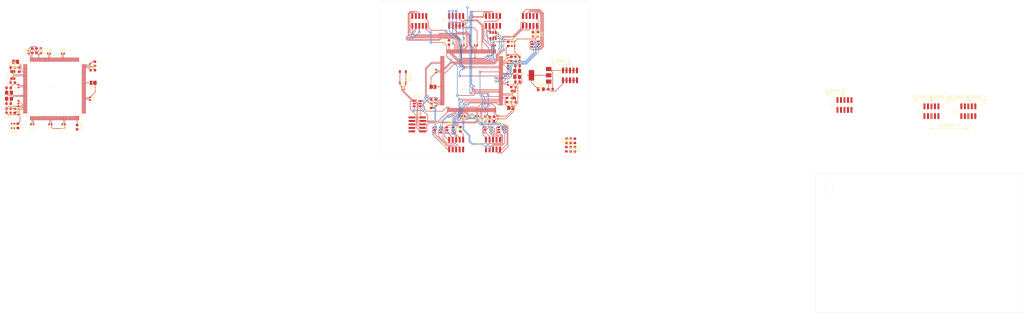
<source format=kicad_pcb>
(kicad_pcb (version 20171130) (host pcbnew "(5.1.4)-1")
  (layers (0 F.Cu signal) (31 B.Cu signal) (34 B.Paste user) (35 F.Paste user) (36 B.SilkS user) (37 F.SilkS user) (38 B.Mask user) (39 F.Mask user) (44 Edge.Cuts user))
  (net 0 "")
  (net 1 GND)
  (net 2 /3V3_VDD)
  (net 3 /5V_IN)
  (net 4 /VDDA)
  (net 5 /VREFP)
  (net 6 /VBAT)
  (net 7 /VCAP)
  (net 8 "Net-(C24-Pad1)")
  (net 9 "Net-(C25-Pad1)")
  (net 10 "Net-(C26-Pad1)")
  (net 11 "Net-(C27-Pad1)")
  (net 12 /PG_TRG)
  (net 13 /Fault_TRG)
  (net 14 /OC_TRG)
  (net 15 /ABZ_ENC_B)
  (net 16 /ABZ_ENC_A)
  (net 17 /SPI4_MOSI)
  (net 18 /SPI4_MISO)
  (net 19 /SPI4_SCK)
  (net 20 /SPI4_NSS)
  (net 21 /SPI5_MOSI)
  (net 22 /SPI5_MISO)
  (net 23 /SPI5_SCK)
  (net 24 /SPI5_NSS)
  (net 25 /Start_Stop)
  (net 26 /Stop)
  (net 27 /UI_PIN_1)
  (net 28 /UI_PIN_3)
  (net 29 /UI_PIN_2)
  (net 30 /NJTRST)
  (net 31 /SWDCKL_TCK)
  (net 32 /SWDIO_TMS)
  (net 33 /TDI)
  (net 34 /SWO_TDO)
  (net 35 /UART_TX)
  (net 36 /UART_RX)
  (net 37 /CAN_RX)
  (net 38 /CAN_TX)
  (net 39 /UI_PIN_7)
  (net 40 /UI_PIN_8)
  (net 41 /UI_PIN_6)
  (net 42 /UI_PIN_5)
  (net 43 /UI_PIN_4)
  (net 44 /LED1)
  (net 45 /LED2)
  (net 46 /LED3)
  (net 47 /PWM_UH)
  (net 48 /PWM_UL)
  (net 49 /PWM_VH)
  (net 50 /PWM_VL)
  (net 51 /PWM_WH)
  (net 52 /PWM_WL)
  (net 53 /PWMTRGO)
  (net 54 /Culc_PIN)
  (net 55 /ADC_W)
  (net 56 /ADC_V)
  (net 57 /ADC_U)
  (net 58 /Add_ADC1)
  (net 59 /Add_ADC4)
  (net 60 /Add_ADC2)
  (net 61 /Add_ADC3)
  (net 62 /CurrentLimit)
  (net 63 /OC_MODE)
  (net 64 /PWM_MODE)
  (net 65 /Gate_Enable)
  (net 66 "Net-(JP2-Pad2)")
  (net 67 /BOOT0)
  (net 68 "Net-(D1-Pad1)")
  (net 69 "Net-(D2-Pad1)")
  (net 70 "Net-(D3-Pad1)")
  (net 71 "Net-(D5-Pad1)")
  (net 72 "Net-(D6-Pad1)")
  (net 73 "Net-(D7-Pad1)")
  (net 74 /ABZ_ENC_GPIO)
  (net 75 "Net-(R8-Pad1)")
  (module Capacitor_SMD:C_0402_1005Metric (layer F.Cu) (at -113.079296 54.07291 270)
    (fp_text reference C14 (at 0 -1.17 90) (layer F.SilkS))
    (fp_text value 0.1u)
    (pad 1 smd roundrect (at -0.485 0 270) (size 0.59 0.64) (layers F.Cu F.Paste F.Mask))
    (pad 2 smd roundrect (at 0.485 0 270) (size 0.59 0.64) (layers F.Cu F.Paste F.Mask))
  )
  (module Capacitor_SMD:C_0402_1005Metric (layer F.Cu) (at -86.917296 48.76191 270)
    (fp_text reference C6 (at 0 -1.17 90) (layer F.SilkS))
    (fp_text value 0.1u)
    (pad 2 smd roundrect (at 0.485 0 270) (size 0.59 0.64) (layers F.Cu F.Paste F.Mask))
    (pad 1 smd roundrect (at -0.485 0 270) (size 0.59 0.64) (layers F.Cu F.Paste F.Mask))
  )
  (module Capacitor_SMD:C_0402_1005Metric (layer F.Cu) (at -86.917296 36.56991 270)
    (fp_text reference C7 (at 0 -1.17 90) (layer F.SilkS))
    (fp_text value 0.1u)
    (pad 1 smd roundrect (at -0.485 0 270) (size 0.59 0.64) (layers F.Cu F.Paste F.Mask))
    (pad 2 smd roundrect (at 0.485 0 270) (size 0.59 0.64) (layers F.Cu F.Paste F.Mask))
  )
  (module Capacitor_SMD:C_0402_1005Metric (layer F.Cu) (at -101.395296 58.13691 180)
    (fp_text reference C4 (at 0 -1.17) (layer F.SilkS))
    (fp_text value 0.1u)
    (pad 1 smd roundrect (at -0.485 0 180) (size 0.59 0.64) (layers F.Cu F.Paste F.Mask))
    (pad 2 smd roundrect (at 0.485 0 180) (size 0.59 0.64) (layers F.Cu F.Paste F.Mask))
  )
  (module Capacitor_SMD:C_0402_1005Metric (layer F.Cu) (at -115.060496 57.88291 180)
    (fp_text reference C20 (at 0 -1.17) (layer F.SilkS))
    (fp_text value 0.1u)
    (pad 1 smd roundrect (at -0.485 0 180) (size 0.59 0.64) (layers F.Cu F.Paste F.Mask))
    (pad 2 smd roundrect (at 0.485 0 180) (size 0.59 0.64) (layers F.Cu F.Paste F.Mask))
  )
  (module Capacitor_SMD:C_0402_1005Metric (layer F.Cu) (at -115.060496 59.50851 180)
    (fp_text reference C19 (at 0 -1.17) (layer F.SilkS))
    (fp_text value 0.1u)
    (pad 2 smd roundrect (at 0.485 0 180) (size 0.59 0.64) (layers F.Cu F.Paste F.Mask))
    (pad 1 smd roundrect (at -0.485 0 180) (size 0.59 0.64) (layers F.Cu F.Paste F.Mask))
  )
  (module Capacitor_SMD:C_0402_1005Metric (layer F.Cu) (at -113.079296 44.16691 90)
    (fp_text reference C1 (at 0 -1.17 90) (layer F.SilkS))
    (fp_text value 0.1u)
    (pad 2 smd roundrect (at 0.485 0 90) (size 0.59 0.64) (layers F.Cu F.Paste F.Mask))
    (pad 1 smd roundrect (at -0.485 0 90) (size 0.59 0.64) (layers F.Cu F.Paste F.Mask))
  )
  (module Capacitor_SMD:C_0402_1005Metric (layer F.Cu) (at -107.999296 58.13691 180)
    (fp_text reference C3 (at 0 -1.17) (layer F.SilkS))
    (fp_text value 0.1u)
    (pad 2 smd roundrect (at 0.485 0 180) (size 0.59 0.64) (layers F.Cu F.Paste F.Mask))
    (pad 1 smd roundrect (at -0.485 0 180) (size 0.59 0.64) (layers F.Cu F.Paste F.Mask))
  )
  (module Resistor_SMD:R_0603_1608Metric (layer F.Cu) (at -104.871296 31.21799 270)
    (fp_text reference R7 (at 0 -1.43 90) (layer F.SilkS))
    (fp_text value 10k)
    (pad 2 smd roundrect (at 0.7875 0 270) (size 0.875 0.95) (layers F.Cu F.Paste F.Mask))
    (pad 1 smd roundrect (at -0.7875 0 270) (size 0.875 0.95) (layers F.Cu F.Paste F.Mask))
  )
  (module Capacitor_SMD:C_0402_1005Metric (layer F.Cu) (at -113.079296 52.04091 90)
    (fp_text reference C12 (at 0 -1.17 90) (layer F.SilkS))
    (fp_text value 0.1u)
    (pad 2 smd roundrect (at 0.485 0 90) (size 0.59 0.64) (layers F.Cu F.Paste F.Mask))
    (pad 1 smd roundrect (at -0.485 0 90) (size 0.59 0.64) (layers F.Cu F.Paste F.Mask))
  )
  (module Capacitor_SMD:C_0402_1005Metric (layer F.Cu) (at -113.079296 50.00891 270)
    (fp_text reference C2 (at 0 -1.17 90) (layer F.SilkS))
    (fp_text value 0.1u)
    (pad 2 smd roundrect (at 0.485 0 270) (size 0.59 0.64) (layers F.Cu F.Paste F.Mask))
    (pad 1 smd roundrect (at -0.485 0 270) (size 0.59 0.64) (layers F.Cu F.Paste F.Mask))
  )
  (module Capacitor_SMD:C_0402_1005Metric (layer F.Cu) (at -109.447096 31.74631 90)
    (fp_text reference C10 (at 0 -1.17 90) (layer F.SilkS))
    (fp_text value 0.1u)
    (pad 2 smd roundrect (at 0.485 0 90) (size 0.59 0.64) (layers F.Cu F.Paste F.Mask))
    (pad 1 smd roundrect (at -0.485 0 90) (size 0.59 0.64) (layers F.Cu F.Paste F.Mask))
  )
  (module Capacitor_SMD:C_0402_1005Metric (layer F.Cu) (at -96.569296 58.13691 180)
    (fp_text reference C5 (at 0 -1.17) (layer F.SilkS))
    (fp_text value 0.1u)
    (pad 2 smd roundrect (at 0.485 0 180) (size 0.59 0.64) (layers F.Cu F.Paste F.Mask))
    (pad 1 smd roundrect (at -0.485 0 180) (size 0.59 0.64) (layers F.Cu F.Paste F.Mask))
  )
  (module Capacitor_SMD:C_0402_1005Metric (layer F.Cu) (at -101.880296 32.22891)
    (fp_text reference C9 (at 0 -1.17) (layer F.SilkS))
    (fp_text value 0.1u)
    (pad 1 smd roundrect (at -0.485 0) (size 0.59 0.64) (layers F.Cu F.Paste F.Mask))
    (pad 2 smd roundrect (at 0.485 0) (size 0.59 0.64) (layers F.Cu F.Paste F.Mask))
  )
  (module Capacitor_SMD:C_0402_1005Metric (layer F.Cu) (at -96.823296 32.22891)
    (fp_text reference C8 (at 0 -1.17) (layer F.SilkS))
    (fp_text value 0.1u)
    (pad 1 smd roundrect (at -0.485 0) (size 0.59 0.64) (layers F.Cu F.Paste F.Mask))
    (pad 2 smd roundrect (at 0.485 0) (size 0.59 0.64) (layers F.Cu F.Paste F.Mask))
  )
  (module Capacitor_SMD:C_0603_1608Metric (layer F.Cu) (at -116.635296 44.77651)
    (fp_text reference C24 (at 0 -1.43) (layer F.SilkS))
    (fp_text value 18p)
    (pad 1 smd roundrect (at -0.7875 0) (size 0.875 0.95) (layers F.Cu F.Paste F.Mask))
    (pad 2 smd roundrect (at 0.7875 0) (size 0.875 0.95) (layers F.Cu F.Paste F.Mask))
  )
  (module Capacitor_SMD:C_0603_1608Metric (layer F.Cu) (at -116.635296 50.56771 180)
    (fp_text reference C25 (at 0 -1.43) (layer F.SilkS))
    (fp_text value 18p)
    (pad 2 smd roundrect (at 0.7875 0 180) (size 0.875 0.95) (layers F.Cu F.Paste F.Mask))
    (pad 1 smd roundrect (at -0.7875 0 180) (size 0.875 0.95) (layers F.Cu F.Paste F.Mask))
  )
  (module Capacitor_SMD:C_0603_1608Metric (layer F.Cu) (at -115.111296 42.89691)
    (fp_text reference C27 (at 0 -1.43) (layer F.SilkS))
    (fp_text value 12.5p)
    (pad 2 smd roundrect (at 0.7875 0) (size 0.875 0.95) (layers F.Cu F.Paste F.Mask))
    (pad 1 smd roundrect (at -0.7875 0) (size 0.875 0.95) (layers F.Cu F.Paste F.Mask))
  )
  (module Capacitor_SMD:C_0603_1608Metric (layer F.Cu) (at -115.111296 37.30891)
    (fp_text reference C26 (at 0 -1.43) (layer F.SilkS))
    (fp_text value 12.5p)
    (pad 1 smd roundrect (at -0.7875 0) (size 0.875 0.95) (layers F.Cu F.Paste F.Mask))
    (pad 2 smd roundrect (at 0.7875 0) (size 0.875 0.95) (layers F.Cu F.Paste F.Mask))
  )
  (module Package_QFP:LQFP-144_20x20mm_P0.5mm (layer F.Cu) (at -99.871296 45.18291)
    (fp_text reference U2 (at 0 -12.475) (layer F.SilkS))
    (fp_text value STM32H743ZITx)
    (pad 144 smd rect (at -8.75 -10.7 90) (size 1.55 0.3) (layers F.Cu F.Paste F.Mask))
    (pad 143 smd rect (at -8.25 -10.7 90) (size 1.55 0.3) (layers F.Cu F.Paste F.Mask))
    (pad 142 smd rect (at -7.75 -10.7 90) (size 1.55 0.3) (layers F.Cu F.Paste F.Mask))
    (pad 141 smd rect (at -7.25 -10.7 90) (size 1.55 0.3) (layers F.Cu F.Paste F.Mask))
    (pad 140 smd rect (at -6.75 -10.7 90) (size 1.55 0.3) (layers F.Cu F.Paste F.Mask))
    (pad 139 smd rect (at -6.25 -10.7 90) (size 1.55 0.3) (layers F.Cu F.Paste F.Mask))
    (pad 138 smd rect (at -5.75 -10.7 90) (size 1.55 0.3) (layers F.Cu F.Paste F.Mask))
    (pad 137 smd rect (at -5.25 -10.7 90) (size 1.55 0.3) (layers F.Cu F.Paste F.Mask))
    (pad 136 smd rect (at -4.75 -10.7 90) (size 1.55 0.3) (layers F.Cu F.Paste F.Mask))
    (pad 135 smd rect (at -4.25 -10.7 90) (size 1.55 0.3) (layers F.Cu F.Paste F.Mask))
    (pad 134 smd rect (at -3.75 -10.7 90) (size 1.55 0.3) (layers F.Cu F.Paste F.Mask))
    (pad 133 smd rect (at -3.25 -10.7 90) (size 1.55 0.3) (layers F.Cu F.Paste F.Mask))
    (pad 132 smd rect (at -2.75 -10.7 90) (size 1.55 0.3) (layers F.Cu F.Paste F.Mask))
    (pad 131 smd rect (at -2.25 -10.7 90) (size 1.55 0.3) (layers F.Cu F.Paste F.Mask))
    (pad 130 smd rect (at -1.75 -10.7 90) (size 1.55 0.3) (layers F.Cu F.Paste F.Mask))
    (pad 129 smd rect (at -1.25 -10.7 90) (size 1.55 0.3) (layers F.Cu F.Paste F.Mask))
    (pad 128 smd rect (at -0.75 -10.7 90) (size 1.55 0.3) (layers F.Cu F.Paste F.Mask))
    (pad 127 smd rect (at -0.25 -10.7 90) (size 1.55 0.3) (layers F.Cu F.Paste F.Mask))
    (pad 126 smd rect (at 0.25 -10.7 90) (size 1.55 0.3) (layers F.Cu F.Paste F.Mask))
    (pad 125 smd rect (at 0.75 -10.7 90) (size 1.55 0.3) (layers F.Cu F.Paste F.Mask))
    (pad 124 smd rect (at 1.25 -10.7 90) (size 1.55 0.3) (layers F.Cu F.Paste F.Mask))
    (pad 123 smd rect (at 1.75 -10.7 90) (size 1.55 0.3) (layers F.Cu F.Paste F.Mask))
    (pad 122 smd rect (at 2.25 -10.7 90) (size 1.55 0.3) (layers F.Cu F.Paste F.Mask))
    (pad 121 smd rect (at 2.75 -10.7 90) (size 1.55 0.3) (layers F.Cu F.Paste F.Mask))
    (pad 120 smd rect (at 3.25 -10.7 90) (size 1.55 0.3) (layers F.Cu F.Paste F.Mask))
    (pad 119 smd rect (at 3.75 -10.7 90) (size 1.55 0.3) (layers F.Cu F.Paste F.Mask))
    (pad 118 smd rect (at 4.25 -10.7 90) (size 1.55 0.3) (layers F.Cu F.Paste F.Mask))
    (pad 117 smd rect (at 4.75 -10.7 90) (size 1.55 0.3) (layers F.Cu F.Paste F.Mask))
    (pad 116 smd rect (at 5.25 -10.7 90) (size 1.55 0.3) (layers F.Cu F.Paste F.Mask))
    (pad 115 smd rect (at 5.75 -10.7 90) (size 1.55 0.3) (layers F.Cu F.Paste F.Mask))
    (pad 114 smd rect (at 6.25 -10.7 90) (size 1.55 0.3) (layers F.Cu F.Paste F.Mask))
    (pad 113 smd rect (at 6.75 -10.7 90) (size 1.55 0.3) (layers F.Cu F.Paste F.Mask))
    (pad 112 smd rect (at 7.25 -10.7 90) (size 1.55 0.3) (layers F.Cu F.Paste F.Mask))
    (pad 111 smd rect (at 7.75 -10.7 90) (size 1.55 0.3) (layers F.Cu F.Paste F.Mask))
    (pad 110 smd rect (at 8.25 -10.7 90) (size 1.55 0.3) (layers F.Cu F.Paste F.Mask))
    (pad 109 smd rect (at 8.75 -10.7 90) (size 1.55 0.3) (layers F.Cu F.Paste F.Mask))
    (pad 108 smd rect (at 10.7 -8.75) (size 1.55 0.3) (layers F.Cu F.Paste F.Mask))
    (pad 107 smd rect (at 10.7 -8.25) (size 1.55 0.3) (layers F.Cu F.Paste F.Mask))
    (pad 106 smd rect (at 10.7 -7.75) (size 1.55 0.3) (layers F.Cu F.Paste F.Mask))
    (pad 105 smd rect (at 10.7 -7.25) (size 1.55 0.3) (layers F.Cu F.Paste F.Mask))
    (pad 104 smd rect (at 10.7 -6.75) (size 1.55 0.3) (layers F.Cu F.Paste F.Mask))
    (pad 103 smd rect (at 10.7 -6.25) (size 1.55 0.3) (layers F.Cu F.Paste F.Mask))
    (pad 102 smd rect (at 10.7 -5.75) (size 1.55 0.3) (layers F.Cu F.Paste F.Mask))
    (pad 101 smd rect (at 10.7 -5.25) (size 1.55 0.3) (layers F.Cu F.Paste F.Mask))
    (pad 100 smd rect (at 10.7 -4.75) (size 1.55 0.3) (layers F.Cu F.Paste F.Mask))
    (pad 99 smd rect (at 10.7 -4.25) (size 1.55 0.3) (layers F.Cu F.Paste F.Mask))
    (pad 98 smd rect (at 10.7 -3.75) (size 1.55 0.3) (layers F.Cu F.Paste F.Mask))
    (pad 97 smd rect (at 10.7 -3.25) (size 1.55 0.3) (layers F.Cu F.Paste F.Mask))
    (pad 96 smd rect (at 10.7 -2.75) (size 1.55 0.3) (layers F.Cu F.Paste F.Mask))
    (pad 95 smd rect (at 10.7 -2.25) (size 1.55 0.3) (layers F.Cu F.Paste F.Mask))
    (pad 94 smd rect (at 10.7 -1.75) (size 1.55 0.3) (layers F.Cu F.Paste F.Mask))
    (pad 93 smd rect (at 10.7 -1.25) (size 1.55 0.3) (layers F.Cu F.Paste F.Mask))
    (pad 92 smd rect (at 10.7 -0.75) (size 1.55 0.3) (layers F.Cu F.Paste F.Mask))
    (pad 91 smd rect (at 10.7 -0.25) (size 1.55 0.3) (layers F.Cu F.Paste F.Mask))
    (pad 90 smd rect (at 10.7 0.25) (size 1.55 0.3) (layers F.Cu F.Paste F.Mask))
    (pad 89 smd rect (at 10.7 0.75) (size 1.55 0.3) (layers F.Cu F.Paste F.Mask))
    (pad 88 smd rect (at 10.7 1.25) (size 1.55 0.3) (layers F.Cu F.Paste F.Mask))
    (pad 87 smd rect (at 10.7 1.75) (size 1.55 0.3) (layers F.Cu F.Paste F.Mask))
    (pad 86 smd rect (at 10.7 2.25) (size 1.55 0.3) (layers F.Cu F.Paste F.Mask))
    (pad 85 smd rect (at 10.7 2.75) (size 1.55 0.3) (layers F.Cu F.Paste F.Mask))
    (pad 84 smd rect (at 10.7 3.25) (size 1.55 0.3) (layers F.Cu F.Paste F.Mask))
    (pad 83 smd rect (at 10.7 3.75) (size 1.55 0.3) (layers F.Cu F.Paste F.Mask))
    (pad 82 smd rect (at 10.7 4.25) (size 1.55 0.3) (layers F.Cu F.Paste F.Mask))
    (pad 81 smd rect (at 10.7 4.75) (size 1.55 0.3) (layers F.Cu F.Paste F.Mask))
    (pad 80 smd rect (at 10.7 5.25) (size 1.55 0.3) (layers F.Cu F.Paste F.Mask))
    (pad 79 smd rect (at 10.7 5.75) (size 1.55 0.3) (layers F.Cu F.Paste F.Mask))
    (pad 78 smd rect (at 10.7 6.25) (size 1.55 0.3) (layers F.Cu F.Paste F.Mask))
    (pad 77 smd rect (at 10.7 6.75) (size 1.55 0.3) (layers F.Cu F.Paste F.Mask))
    (pad 76 smd rect (at 10.7 7.25) (size 1.55 0.3) (layers F.Cu F.Paste F.Mask))
    (pad 75 smd rect (at 10.7 7.75) (size 1.55 0.3) (layers F.Cu F.Paste F.Mask))
    (pad 74 smd rect (at 10.7 8.25) (size 1.55 0.3) (layers F.Cu F.Paste F.Mask))
    (pad 73 smd rect (at 10.7 8.75) (size 1.55 0.3) (layers F.Cu F.Paste F.Mask))
    (pad 72 smd rect (at 8.75 10.7 90) (size 1.55 0.3) (layers F.Cu F.Paste F.Mask))
    (pad 71 smd rect (at 8.25 10.7 90) (size 1.55 0.3) (layers F.Cu F.Paste F.Mask))
    (pad 70 smd rect (at 7.75 10.7 90) (size 1.55 0.3) (layers F.Cu F.Paste F.Mask))
    (pad 69 smd rect (at 7.25 10.7 90) (size 1.55 0.3) (layers F.Cu F.Paste F.Mask))
    (pad 68 smd rect (at 6.75 10.7 90) (size 1.55 0.3) (layers F.Cu F.Paste F.Mask))
    (pad 67 smd rect (at 6.25 10.7 90) (size 1.55 0.3) (layers F.Cu F.Paste F.Mask))
    (pad 66 smd rect (at 5.75 10.7 90) (size 1.55 0.3) (layers F.Cu F.Paste F.Mask))
    (pad 65 smd rect (at 5.25 10.7 90) (size 1.55 0.3) (layers F.Cu F.Paste F.Mask))
    (pad 64 smd rect (at 4.75 10.7 90) (size 1.55 0.3) (layers F.Cu F.Paste F.Mask))
    (pad 63 smd rect (at 4.25 10.7 90) (size 1.55 0.3) (layers F.Cu F.Paste F.Mask))
    (pad 62 smd rect (at 3.75 10.7 90) (size 1.55 0.3) (layers F.Cu F.Paste F.Mask))
    (pad 61 smd rect (at 3.25 10.7 90) (size 1.55 0.3) (layers F.Cu F.Paste F.Mask))
    (pad 60 smd rect (at 2.75 10.7 90) (size 1.55 0.3) (layers F.Cu F.Paste F.Mask))
    (pad 59 smd rect (at 2.25 10.7 90) (size 1.55 0.3) (layers F.Cu F.Paste F.Mask))
    (pad 58 smd rect (at 1.75 10.7 90) (size 1.55 0.3) (layers F.Cu F.Paste F.Mask))
    (pad 57 smd rect (at 1.25 10.7 90) (size 1.55 0.3) (layers F.Cu F.Paste F.Mask))
    (pad 56 smd rect (at 0.75 10.7 90) (size 1.55 0.3) (layers F.Cu F.Paste F.Mask))
    (pad 55 smd rect (at 0.25 10.7 90) (size 1.55 0.3) (layers F.Cu F.Paste F.Mask))
    (pad 54 smd rect (at -0.25 10.7 90) (size 1.55 0.3) (layers F.Cu F.Paste F.Mask))
    (pad 53 smd rect (at -0.75 10.7 90) (size 1.55 0.3) (layers F.Cu F.Paste F.Mask))
    (pad 52 smd rect (at -1.25 10.7 90) (size 1.55 0.3) (layers F.Cu F.Paste F.Mask))
    (pad 51 smd rect (at -1.75 10.7 90) (size 1.55 0.3) (layers F.Cu F.Paste F.Mask))
    (pad 50 smd rect (at -2.25 10.7 90) (size 1.55 0.3) (layers F.Cu F.Paste F.Mask))
    (pad 49 smd rect (at -2.75 10.7 90) (size 1.55 0.3) (layers F.Cu F.Paste F.Mask))
    (pad 48 smd rect (at -3.25 10.7 90) (size 1.55 0.3) (layers F.Cu F.Paste F.Mask))
    (pad 47 smd rect (at -3.75 10.7 90) (size 1.55 0.3) (layers F.Cu F.Paste F.Mask))
    (pad 46 smd rect (at -4.25 10.7 90) (size 1.55 0.3) (layers F.Cu F.Paste F.Mask))
    (pad 45 smd rect (at -4.75 10.7 90) (size 1.55 0.3) (layers F.Cu F.Paste F.Mask))
    (pad 44 smd rect (at -5.25 10.7 90) (size 1.55 0.3) (layers F.Cu F.Paste F.Mask))
    (pad 43 smd rect (at -5.75 10.7 90) (size 1.55 0.3) (layers F.Cu F.Paste F.Mask))
    (pad 42 smd rect (at -6.25 10.7 90) (size 1.55 0.3) (layers F.Cu F.Paste F.Mask))
    (pad 41 smd rect (at -6.75 10.7 90) (size 1.55 0.3) (layers F.Cu F.Paste F.Mask))
    (pad 40 smd rect (at -7.25 10.7 90) (size 1.55 0.3) (layers F.Cu F.Paste F.Mask))
    (pad 39 smd rect (at -7.75 10.7 90) (size 1.55 0.3) (layers F.Cu F.Paste F.Mask))
    (pad 38 smd rect (at -8.25 10.7 90) (size 1.55 0.3) (layers F.Cu F.Paste F.Mask))
    (pad 37 smd rect (at -8.75 10.7 90) (size 1.55 0.3) (layers F.Cu F.Paste F.Mask))
    (pad 36 smd rect (at -10.7 8.75) (size 1.55 0.3) (layers F.Cu F.Paste F.Mask))
    (pad 35 smd rect (at -10.7 8.25) (size 1.55 0.3) (layers F.Cu F.Paste F.Mask))
    (pad 34 smd rect (at -10.7 7.75) (size 1.55 0.3) (layers F.Cu F.Paste F.Mask))
    (pad 33 smd rect (at -10.7 7.25) (size 1.55 0.3) (layers F.Cu F.Paste F.Mask))
    (pad 32 smd rect (at -10.7 6.75) (size 1.55 0.3) (layers F.Cu F.Paste F.Mask))
    (pad 31 smd rect (at -10.7 6.25) (size 1.55 0.3) (layers F.Cu F.Paste F.Mask))
    (pad 30 smd rect (at -10.7 5.75) (size 1.55 0.3) (layers F.Cu F.Paste F.Mask))
    (pad 29 smd rect (at -10.7 5.25) (size 1.55 0.3) (layers F.Cu F.Paste F.Mask))
    (pad 28 smd rect (at -10.7 4.75) (size 1.55 0.3) (layers F.Cu F.Paste F.Mask))
    (pad 27 smd rect (at -10.7 4.25) (size 1.55 0.3) (layers F.Cu F.Paste F.Mask))
    (pad 26 smd rect (at -10.7 3.75) (size 1.55 0.3) (layers F.Cu F.Paste F.Mask))
    (pad 25 smd rect (at -10.7 3.25) (size 1.55 0.3) (layers F.Cu F.Paste F.Mask))
    (pad 24 smd rect (at -10.7 2.75) (size 1.55 0.3) (layers F.Cu F.Paste F.Mask))
    (pad 23 smd rect (at -10.7 2.25) (size 1.55 0.3) (layers F.Cu F.Paste F.Mask))
    (pad 22 smd rect (at -10.7 1.75) (size 1.55 0.3) (layers F.Cu F.Paste F.Mask))
    (pad 21 smd rect (at -10.7 1.25) (size 1.55 0.3) (layers F.Cu F.Paste F.Mask))
    (pad 20 smd rect (at -10.7 0.75) (size 1.55 0.3) (layers F.Cu F.Paste F.Mask))
    (pad 19 smd rect (at -10.7 0.25) (size 1.55 0.3) (layers F.Cu F.Paste F.Mask))
    (pad 18 smd rect (at -10.7 -0.25) (size 1.55 0.3) (layers F.Cu F.Paste F.Mask))
    (pad 17 smd rect (at -10.7 -0.75) (size 1.55 0.3) (layers F.Cu F.Paste F.Mask))
    (pad 16 smd rect (at -10.7 -1.25) (size 1.55 0.3) (layers F.Cu F.Paste F.Mask))
    (pad 15 smd rect (at -10.7 -1.75) (size 1.55 0.3) (layers F.Cu F.Paste F.Mask))
    (pad 14 smd rect (at -10.7 -2.25) (size 1.55 0.3) (layers F.Cu F.Paste F.Mask))
    (pad 13 smd rect (at -10.7 -2.75) (size 1.55 0.3) (layers F.Cu F.Paste F.Mask))
    (pad 12 smd rect (at -10.7 -3.25) (size 1.55 0.3) (layers F.Cu F.Paste F.Mask))
    (pad 11 smd rect (at -10.7 -3.75) (size 1.55 0.3) (layers F.Cu F.Paste F.Mask))
    (pad 10 smd rect (at -10.7 -4.25) (size 1.55 0.3) (layers F.Cu F.Paste F.Mask))
    (pad 9 smd rect (at -10.7 -4.75) (size 1.55 0.3) (layers F.Cu F.Paste F.Mask))
    (pad 8 smd rect (at -10.7 -5.25) (size 1.55 0.3) (layers F.Cu F.Paste F.Mask))
    (pad 7 smd rect (at -10.7 -5.75) (size 1.55 0.3) (layers F.Cu F.Paste F.Mask))
    (pad 6 smd rect (at -10.7 -6.25) (size 1.55 0.3) (layers F.Cu F.Paste F.Mask))
    (pad 5 smd rect (at -10.7 -6.75) (size 1.55 0.3) (layers F.Cu F.Paste F.Mask))
    (pad 4 smd rect (at -10.7 -7.25) (size 1.55 0.3) (layers F.Cu F.Paste F.Mask))
    (pad 3 smd rect (at -10.7 -7.75) (size 1.55 0.3) (layers F.Cu F.Paste F.Mask))
    (pad 2 smd rect (at -10.7 -8.25) (size 1.55 0.3) (layers F.Cu F.Paste F.Mask))
    (pad 1 smd rect (at -10.7 -8.75) (size 1.55 0.3) (layers F.Cu F.Paste F.Mask))
  )
  (module Capacitor_SMD:C_0603_1608Metric (layer F.Cu) (at -91.616296 59.17831 270)
    (fp_text reference C18 (at 0 -1.43 90) (layer F.SilkS))
    (fp_text value 2.2u)
    (pad 2 smd roundrect (at 0.7875 0 270) (size 0.875 0.95) (layers F.Cu F.Paste F.Mask))
    (pad 1 smd roundrect (at -0.7875 0 270) (size 0.875 0.95) (layers F.Cu F.Paste F.Mask))
  )
  (module Capacitor_SMD:C_0603_1608Metric (layer F.Cu) (at -85.901296 38.32491)
    (fp_text reference C17 (at 0 -1.43) (layer F.SilkS))
    (fp_text value 2.2u)
    (pad 1 smd roundrect (at -0.7875 0) (size 0.875 0.95) (layers F.Cu F.Paste F.Mask))
    (pad 2 smd roundrect (at 0.7875 0) (size 0.875 0.95) (layers F.Cu F.Paste F.Mask))
  )
  (module Capacitor_SMD:C_0603_1608Metric (layer F.Cu) (at -112.825296 38.13441 90)
    (fp_text reference C16 (at 0 -1.43 90) (layer F.SilkS))
    (fp_text value 1u)
    (pad 2 smd roundrect (at 0.7875 0 90) (size 0.875 0.95) (layers F.Cu F.Paste F.Mask))
    (pad 1 smd roundrect (at -0.7875 0 90) (size 0.875 0.95) (layers F.Cu F.Paste F.Mask))
  )
  (module Capacitor_SMD:C_0603_1608Metric (layer F.Cu) (at -116.635296 53.92051 180)
    (fp_text reference C15 (at 0 -1.43) (layer F.SilkS))
    (fp_text value 1u)
    (pad 1 smd roundrect (at -0.7875 0 180) (size 0.875 0.95) (layers F.Cu F.Paste F.Mask))
    (pad 2 smd roundrect (at 0.7875 0 180) (size 0.875 0.95) (layers F.Cu F.Paste F.Mask))
  )
  (module Capacitor_SMD:C_0603_1608Metric (layer F.Cu) (at -85.139296 36.01341 270)
    (fp_text reference C11 (at 0 -1.43 90) (layer F.SilkS))
    (fp_text value 4.7u)
    (pad 2 smd roundrect (at 0.7875 0 270) (size 0.875 0.95) (layers F.Cu F.Paste F.Mask))
    (pad 1 smd roundrect (at -0.7875 0 270) (size 0.875 0.95) (layers F.Cu F.Paste F.Mask))
  )
  (module Capacitor_SMD:C_0603_1608Metric (layer F.Cu) (at -116.635296 52.39651 180)
    (fp_text reference C13 (at 0 -1.43) (layer F.SilkS))
    (fp_text value 1u)
    (pad 1 smd roundrect (at -0.7875 0 180) (size 0.875 0.95) (layers F.Cu F.Paste F.Mask))
    (pad 2 smd roundrect (at 0.7875 0 180) (size 0.875 0.95) (layers F.Cu F.Paste F.Mask))
  )
  (module Crystal:Crystal_SMD_3225-4Pin_3.2x2.5mm (layer F.Cu) (at -116.482896 47.67211 270)
    (fp_text reference Y1 (at 0 -2.45 90) (layer F.SilkS))
    (fp_text value "8M RH100-8.000-20-3050-EXT-TR")
    (pad 4 smd rect (at -1.1 -0.85 270) (size 1.4 1.2) (layers F.Cu F.Paste F.Mask))
    (pad 3 smd rect (at 1.1 -0.85 270) (size 1.4 1.2) (layers F.Cu F.Paste F.Mask))
    (pad 2 smd rect (at 1.1 0.85 270) (size 1.4 1.2) (layers F.Cu F.Paste F.Mask))
    (pad 1 smd rect (at -1.1 0.85 270) (size 1.4 1.2) (layers F.Cu F.Paste F.Mask))
  )
  (module Crystal:Crystal_SMD_3215-2Pin_3.2x1.5mm (layer F.Cu) (at -115.111296 40.10291 90)
    (fp_text reference Y2 (at 0 -2 90) (layer F.SilkS))
    (fp_text value "32k FC-135 32.7680KA-A0")
    (pad 2 smd rect (at -1.25 0 90) (size 1 1.8) (layers F.Cu F.Paste F.Mask))
    (pad 1 smd rect (at 1.25 0 90) (size 1 1.8) (layers F.Cu F.Paste F.Mask))
  )
  (module Jumper:SolderJumper-2_P1.3mm_Open_TrianglePad1.0x1.5mm (layer F.Cu) (at -114.095296 35.27691 180)
    (fp_text reference JP1 (at 0 -1.8) (layer F.SilkS))
    (fp_text value SolderBridge)
    (pad 1 smd custom (at -0.725 0 180) (size 0.3 0.3) (layers F.Cu F.Mask) (options (clearance outline) (anchor rect)) (primitives (gr_poly (pts (xy -0.5 -0.75) (xy 0.5 -0.75) (xy 1 0) (xy 0.5 0.75) (xy -0.5 0.75)) (width 0))))
    (pad 2 smd custom (at 0.725 0 180) (size 0.3 0.3) (layers F.Cu F.Mask) (options (clearance outline) (anchor rect)) (primitives (gr_poly (pts (xy -0.65 -0.75) (xy 0.5 -0.75) (xy 0.5 0.75) (xy -0.65 0.75) (xy -0.15 0)) (width 0))))
  )
  (module Resistor_SMD:R_0603_1608Metric (layer F.Cu) (at -106.471296 31.21799 270)
    (fp_text reference R6 (at 0 -1.43 90) (layer F.SilkS))
    (fp_text value 10k)
    (pad 1 smd roundrect (at -0.7875 0 270) (size 0.875 0.95) (layers F.Cu F.Paste F.Mask))
    (pad 2 smd roundrect (at 0.7875 0 270) (size 0.875 0.95) (layers F.Cu F.Paste F.Mask))
  )
  (module Resistor_SMD:R_0603_1608Metric (layer F.Cu) (at -114.349296 53.15851 270)
    (fp_text reference R2 (at 0 -1.43 90) (layer F.SilkS))
    (fp_text value 0)
    (pad 1 smd roundrect (at -0.7875 0 270) (size 0.875 0.95) (layers F.Cu F.Paste F.Mask))
    (pad 2 smd roundrect (at 0.7875 0 270) (size 0.875 0.95) (layers F.Cu F.Paste F.Mask))
  )
  (module Resistor_SMD:R_0603_1608Metric (layer F.Cu) (at -107.999296 31.21301 90)
    (fp_text reference R8 (at 0 -1.43 90) (layer F.SilkS))
    (fp_text value 10k)
    (pad 2 smd roundrect (at 0.7875 0 90) (size 0.875 0.95) (layers F.Cu F.Paste F.Mask))
    (pad 1 smd roundrect (at -0.7875 0 90) (size 0.875 0.95) (layers F.Cu F.Paste F.Mask))
  )
  (module Resistor_SMD:R_0603_1608Metric (layer F.Cu) (at -113.231696 58.69571 270)
    (fp_text reference R1 (at 0 -1.43 90) (layer F.SilkS))
    (fp_text value 0)
    (pad 2 smd roundrect (at 0.7875 0 270) (size 0.875 0.95) (layers F.Cu F.Paste F.Mask))
    (pad 1 smd roundrect (at -0.7875 0 270) (size 0.875 0.95) (layers F.Cu F.Paste F.Mask))
  )
  (module Jumper:SolderJumper-2_P1.3mm_Open_TrianglePad1.0x1.5mm (layer F.Cu) (at -85.748896 42.94771 180)
    (fp_text reference JP2 (at 0 -1.8) (layer F.SilkS))
    (fp_text value SolderBridge)
    (pad 2 smd custom (at 0.725 0 180) (size 0.3 0.3) (layers F.Cu F.Mask) (options (clearance outline) (anchor rect)) (primitives (gr_poly (pts (xy -0.65 -0.75) (xy 0.5 -0.75) (xy 0.5 0.75) (xy -0.65 0.75) (xy -0.15 0)) (width 0))))
    (pad 1 smd custom (at -0.725 0 180) (size 0.3 0.3) (layers F.Cu F.Mask) (options (clearance outline) (anchor rect)) (primitives (gr_poly (pts (xy -0.5 -0.75) (xy 0.5 -0.75) (xy 1 0) (xy 0.5 0.75) (xy -0.5 0.75)) (width 0))))
  )
  (module Package_QFP:LQFP-144_20x20mm_P0.5mm (layer F.Cu) (at 52.373296 42.19309 180)
    (fp_text reference U2 (at 0 -12.475) (layer F.SilkS))
    (fp_text value STM32H743ZITx)
    (pad 1 smd rect (at -10.7 -8.75 180) (size 1.55 0.3) (layers F.Cu F.Paste F.Mask) (net 19 /SPI4_SCK))
    (pad 2 smd rect (at -10.7 -8.25 180) (size 1.55 0.3) (layers F.Cu F.Paste F.Mask))
    (pad 3 smd rect (at -10.7 -7.75 180) (size 1.55 0.3) (layers F.Cu F.Paste F.Mask) (net 20 /SPI4_NSS))
    (pad 4 smd rect (at -10.7 -7.25 180) (size 1.55 0.3) (layers F.Cu F.Paste F.Mask) (net 18 /SPI4_MISO))
    (pad 5 smd rect (at -10.7 -6.75 180) (size 1.55 0.3) (layers F.Cu F.Paste F.Mask) (net 17 /SPI4_MOSI))
    (pad 6 smd rect (at -10.7 -6.25 180) (size 1.55 0.3) (layers F.Cu F.Paste F.Mask) (net 6 /VBAT))
    (pad 7 smd rect (at -10.7 -5.75 180) (size 1.55 0.3) (layers F.Cu F.Paste F.Mask) (net 25 /Start_Stop))
    (pad 8 smd rect (at -10.7 -5.25 180) (size 1.55 0.3) (layers F.Cu F.Paste F.Mask) (net 10 "Net-(C26-Pad1)"))
    (pad 9 smd rect (at -10.7 -4.75 180) (size 1.55 0.3) (layers F.Cu F.Paste F.Mask) (net 11 "Net-(C27-Pad1)"))
    (pad 10 smd rect (at -10.7 -4.25 180) (size 1.55 0.3) (layers F.Cu F.Paste F.Mask) (net 64 /PWM_MODE))
    (pad 11 smd rect (at -10.7 -3.75 180) (size 1.55 0.3) (layers F.Cu F.Paste F.Mask) (net 63 /OC_MODE))
    (pad 12 smd rect (at -10.7 -3.25 180) (size 1.55 0.3) (layers F.Cu F.Paste F.Mask) (net 65 /Gate_Enable))
    (pad 13 smd rect (at -10.7 -2.75 180) (size 1.55 0.3) (layers F.Cu F.Paste F.Mask))
    (pad 14 smd rect (at -10.7 -2.25 180) (size 1.55 0.3) (layers F.Cu F.Paste F.Mask))
    (pad 15 smd rect (at -10.7 -1.75 180) (size 1.55 0.3) (layers F.Cu F.Paste F.Mask))
    (pad 16 smd rect (at -10.7 -1.25 180) (size 1.55 0.3) (layers F.Cu F.Paste F.Mask) (net 1 GND))
    (pad 17 smd rect (at -10.7 -0.75 180) (size 1.55 0.3) (layers F.Cu F.Paste F.Mask) (net 2 /3V3_VDD))
    (pad 18 smd rect (at -10.7 -0.25 180) (size 1.55 0.3) (layers F.Cu F.Paste F.Mask) (net 24 /SPI5_NSS))
    (pad 19 smd rect (at -10.7 0.25 180) (size 1.55 0.3) (layers F.Cu F.Paste F.Mask) (net 23 /SPI5_SCK))
    (pad 20 smd rect (at -10.7 0.75 180) (size 1.55 0.3) (layers F.Cu F.Paste F.Mask) (net 22 /SPI5_MISO))
    (pad 21 smd rect (at -10.7 1.25 180) (size 1.55 0.3) (layers F.Cu F.Paste F.Mask) (net 21 /SPI5_MOSI))
    (pad 22 smd rect (at -10.7 1.75 180) (size 1.55 0.3) (layers F.Cu F.Paste F.Mask) (net 55 /ADC_W))
    (pad 23 smd rect (at -10.7 2.25 180) (size 1.55 0.3) (layers F.Cu F.Paste F.Mask) (net 8 "Net-(C24-Pad1)"))
    (pad 24 smd rect (at -10.7 2.75 180) (size 1.55 0.3) (layers F.Cu F.Paste F.Mask) (net 9 "Net-(C25-Pad1)"))
    (pad 25 smd rect (at -10.7 3.25 180) (size 1.55 0.3) (layers F.Cu F.Paste F.Mask) (net 30 /NJTRST))
    (pad 26 smd rect (at -10.7 3.75 180) (size 1.55 0.3) (layers F.Cu F.Paste F.Mask))
    (pad 27 smd rect (at -10.7 4.25 180) (size 1.55 0.3) (layers F.Cu F.Paste F.Mask))
    (pad 28 smd rect (at -10.7 4.75 180) (size 1.55 0.3) (layers F.Cu F.Paste F.Mask) (net 56 /ADC_V))
    (pad 29 smd rect (at -10.7 5.25 180) (size 1.55 0.3) (layers F.Cu F.Paste F.Mask) (net 57 /ADC_U))
    (pad 30 smd rect (at -10.7 5.75 180) (size 1.55 0.3) (layers F.Cu F.Paste F.Mask) (net 2 /3V3_VDD))
    (pad 31 smd rect (at -10.7 6.25 180) (size 1.55 0.3) (layers F.Cu F.Paste F.Mask) (net 1 GND))
    (pad 32 smd rect (at -10.7 6.75 180) (size 1.55 0.3) (layers F.Cu F.Paste F.Mask) (net 5 /VREFP))
    (pad 33 smd rect (at -10.7 7.25 180) (size 1.55 0.3) (layers F.Cu F.Paste F.Mask) (net 4 /VDDA))
    (pad 34 smd rect (at -10.7 7.75 180) (size 1.55 0.3) (layers F.Cu F.Paste F.Mask))
    (pad 35 smd rect (at -10.7 8.25 180) (size 1.55 0.3) (layers F.Cu F.Paste F.Mask))
    (pad 36 smd rect (at -10.7 8.75 180) (size 1.55 0.3) (layers F.Cu F.Paste F.Mask))
    (pad 37 smd rect (at -8.75 10.7 270) (size 1.55 0.3) (layers F.Cu F.Paste F.Mask))
    (pad 38 smd rect (at -8.25 10.7 270) (size 1.55 0.3) (layers F.Cu F.Paste F.Mask) (net 1 GND))
    (pad 39 smd rect (at -7.75 10.7 270) (size 1.55 0.3) (layers F.Cu F.Paste F.Mask) (net 2 /3V3_VDD))
    (pad 40 smd rect (at -7.25 10.7 270) (size 1.55 0.3) (layers F.Cu F.Paste F.Mask) (net 62 /CurrentLimit))
    (pad 41 smd rect (at -6.75 10.7 270) (size 1.55 0.3) (layers F.Cu F.Paste F.Mask))
    (pad 42 smd rect (at -6.25 10.7 270) (size 1.55 0.3) (layers F.Cu F.Paste F.Mask) (net 60 /Add_ADC2))
    (pad 43 smd rect (at -5.75 10.7 270) (size 1.55 0.3) (layers F.Cu F.Paste F.Mask))
    (pad 44 smd rect (at -5.25 10.7 270) (size 1.55 0.3) (layers F.Cu F.Paste F.Mask))
    (pad 45 smd rect (at -4.75 10.7 270) (size 1.55 0.3) (layers F.Cu F.Paste F.Mask))
    (pad 46 smd rect (at -4.25 10.7 270) (size 1.55 0.3) (layers F.Cu F.Paste F.Mask) (net 45 /LED2))
    (pad 47 smd rect (at -3.75 10.7 270) (size 1.55 0.3) (layers F.Cu F.Paste F.Mask) (net 58 /Add_ADC1))
    (pad 48 smd rect (at -3.25 10.7 270) (size 1.55 0.3) (layers F.Cu F.Paste F.Mask))
    (pad 49 smd rect (at -2.75 10.7 270) (size 1.55 0.3) (layers F.Cu F.Paste F.Mask))
    (pad 50 smd rect (at -2.25 10.7 270) (size 1.55 0.3) (layers F.Cu F.Paste F.Mask))
    (pad 51 smd rect (at -1.75 10.7 270) (size 1.55 0.3) (layers F.Cu F.Paste F.Mask) (net 1 GND))
    (pad 52 smd rect (at -1.25 10.7 270) (size 1.55 0.3) (layers F.Cu F.Paste F.Mask) (net 2 /3V3_VDD))
    (pad 53 smd rect (at -0.75 10.7 270) (size 1.55 0.3) (layers F.Cu F.Paste F.Mask) (net 61 /Add_ADC3))
    (pad 54 smd rect (at -0.25 10.7 270) (size 1.55 0.3) (layers F.Cu F.Paste F.Mask) (net 59 /Add_ADC4))
    (pad 55 smd rect (at 0.25 10.7 270) (size 1.55 0.3) (layers F.Cu F.Paste F.Mask))
    (pad 56 smd rect (at 0.75 10.7 270) (size 1.55 0.3) (layers F.Cu F.Paste F.Mask))
    (pad 57 smd rect (at 1.25 10.7 270) (size 1.55 0.3) (layers F.Cu F.Paste F.Mask))
    (pad 58 smd rect (at 1.75 10.7 270) (size 1.55 0.3) (layers F.Cu F.Paste F.Mask))
    (pad 59 smd rect (at 2.25 10.7 270) (size 1.55 0.3) (layers F.Cu F.Paste F.Mask) (net 48 /PWM_UL))
    (pad 60 smd rect (at 2.75 10.7 270) (size 1.55 0.3) (layers F.Cu F.Paste F.Mask) (net 47 /PWM_UH))
    (pad 61 smd rect (at 3.25 10.7 270) (size 1.55 0.3) (layers F.Cu F.Paste F.Mask) (net 1 GND))
    (pad 62 smd rect (at 3.75 10.7 270) (size 1.55 0.3) (layers F.Cu F.Paste F.Mask) (net 2 /3V3_VDD))
    (pad 63 smd rect (at 4.25 10.7 270) (size 1.55 0.3) (layers F.Cu F.Paste F.Mask) (net 50 /PWM_VL))
    (pad 64 smd rect (at 4.75 10.7 270) (size 1.55 0.3) (layers F.Cu F.Paste F.Mask) (net 49 /PWM_VH))
    (pad 65 smd rect (at 5.25 10.7 270) (size 1.55 0.3) (layers F.Cu F.Paste F.Mask) (net 52 /PWM_WL))
    (pad 66 smd rect (at 5.75 10.7 270) (size 1.55 0.3) (layers F.Cu F.Paste F.Mask) (net 51 /PWM_WH))
    (pad 67 smd rect (at 6.25 10.7 270) (size 1.55 0.3) (layers F.Cu F.Paste F.Mask) (net 53 /PWMTRGO))
    (pad 68 smd rect (at 6.75 10.7 270) (size 1.55 0.3) (layers F.Cu F.Paste F.Mask) (net 13 /Fault_TRG))
    (pad 69 smd rect (at 7.25 10.7 270) (size 1.55 0.3) (layers F.Cu F.Paste F.Mask) (net 14 /OC_TRG))
    (pad 70 smd rect (at 7.75 10.7 270) (size 1.55 0.3) (layers F.Cu F.Paste F.Mask) (net 12 /PG_TRG))
    (pad 71 smd rect (at 8.25 10.7 270) (size 1.55 0.3) (layers F.Cu F.Paste F.Mask) (net 7 /VCAP))
    (pad 72 smd rect (at 8.75 10.7 270) (size 1.55 0.3) (layers F.Cu F.Paste F.Mask) (net 2 /3V3_VDD))
    (pad 73 smd rect (at 10.7 8.75 180) (size 1.55 0.3) (layers F.Cu F.Paste F.Mask))
    (pad 74 smd rect (at 10.7 8.25 180) (size 1.55 0.3) (layers F.Cu F.Paste F.Mask))
    (pad 75 smd rect (at 10.7 7.75 180) (size 1.55 0.3) (layers F.Cu F.Paste F.Mask) (net 46 /LED3))
    (pad 76 smd rect (at 10.7 7.25 180) (size 1.55 0.3) (layers F.Cu F.Paste F.Mask))
    (pad 77 smd rect (at 10.7 6.75 180) (size 1.55 0.3) (layers F.Cu F.Paste F.Mask) (net 35 /UART_TX))
    (pad 78 smd rect (at 10.7 6.25 180) (size 1.55 0.3) (layers F.Cu F.Paste F.Mask) (net 36 /UART_RX))
    (pad 79 smd rect (at 10.7 5.75 180) (size 1.55 0.3) (layers F.Cu F.Paste F.Mask))
    (pad 80 smd rect (at 10.7 5.25 180) (size 1.55 0.3) (layers F.Cu F.Paste F.Mask))
    (pad 81 smd rect (at 10.7 4.75 180) (size 1.55 0.3) (layers F.Cu F.Paste F.Mask) (net 16 /ABZ_ENC_A))
    (pad 82 smd rect (at 10.7 4.25 180) (size 1.55 0.3) (layers F.Cu F.Paste F.Mask) (net 15 /ABZ_ENC_B))
    (pad 83 smd rect (at 10.7 3.75 180) (size 1.55 0.3) (layers F.Cu F.Paste F.Mask) (net 1 GND))
    (pad 84 smd rect (at 10.7 3.25 180) (size 1.55 0.3) (layers F.Cu F.Paste F.Mask) (net 2 /3V3_VDD))
    (pad 85 smd rect (at 10.7 2.75 180) (size 1.55 0.3) (layers F.Cu F.Paste F.Mask) (net 74 /ABZ_ENC_GPIO))
    (pad 86 smd rect (at 10.7 2.25 180) (size 1.55 0.3) (layers F.Cu F.Paste F.Mask))
    (pad 87 smd rect (at 10.7 1.75 180) (size 1.55 0.3) (layers F.Cu F.Paste F.Mask))
    (pad 88 smd rect (at 10.7 1.25 180) (size 1.55 0.3) (layers F.Cu F.Paste F.Mask))
    (pad 89 smd rect (at 10.7 0.75 180) (size 1.55 0.3) (layers F.Cu F.Paste F.Mask))
    (pad 90 smd rect (at 10.7 0.25 180) (size 1.55 0.3) (layers F.Cu F.Paste F.Mask))
    (pad 91 smd rect (at 10.7 -0.25 180) (size 1.55 0.3) (layers F.Cu F.Paste F.Mask))
    (pad 92 smd rect (at 10.7 -0.75 180) (size 1.55 0.3) (layers F.Cu F.Paste F.Mask))
    (pad 93 smd rect (at 10.7 -1.25 180) (size 1.55 0.3) (layers F.Cu F.Paste F.Mask))
    (pad 94 smd rect (at 10.7 -1.75 180) (size 1.55 0.3) (layers F.Cu F.Paste F.Mask) (net 1 GND))
    (pad 95 smd rect (at 10.7 -2.25 180) (size 1.55 0.3) (layers F.Cu F.Paste F.Mask) (net 66 "Net-(JP2-Pad2)"))
    (pad 96 smd rect (at 10.7 -2.75 180) (size 1.55 0.3) (layers F.Cu F.Paste F.Mask))
    (pad 97 smd rect (at 10.7 -3.25 180) (size 1.55 0.3) (layers F.Cu F.Paste F.Mask))
    (pad 98 smd rect (at 10.7 -3.75 180) (size 1.55 0.3) (layers F.Cu F.Paste F.Mask))
    (pad 99 smd rect (at 10.7 -4.25 180) (size 1.55 0.3) (layers F.Cu F.Paste F.Mask))
    (pad 100 smd rect (at 10.7 -4.75 180) (size 1.55 0.3) (layers F.Cu F.Paste F.Mask))
    (pad 101 smd rect (at 10.7 -5.25 180) (size 1.55 0.3) (layers F.Cu F.Paste F.Mask))
    (pad 102 smd rect (at 10.7 -5.75 180) (size 1.55 0.3) (layers F.Cu F.Paste F.Mask))
    (pad 103 smd rect (at 10.7 -6.25 180) (size 1.55 0.3) (layers F.Cu F.Paste F.Mask))
    (pad 104 smd rect (at 10.7 -6.75 180) (size 1.55 0.3) (layers F.Cu F.Paste F.Mask))
    (pad 105 smd rect (at 10.7 -7.25 180) (size 1.55 0.3) (layers F.Cu F.Paste F.Mask) (net 32 /SWDIO_TMS))
    (pad 106 smd rect (at 10.7 -7.75 180) (size 1.55 0.3) (layers F.Cu F.Paste F.Mask) (net 7 /VCAP))
    (pad 107 smd rect (at 10.7 -8.25 180) (size 1.55 0.3) (layers F.Cu F.Paste F.Mask) (net 1 GND))
    (pad 108 smd rect (at 10.7 -8.75 180) (size 1.55 0.3) (layers F.Cu F.Paste F.Mask) (net 2 /3V3_VDD))
    (pad 109 smd rect (at 8.75 -10.7 270) (size 1.55 0.3) (layers F.Cu F.Paste F.Mask) (net 31 /SWDCKL_TCK))
    (pad 110 smd rect (at 8.25 -10.7 270) (size 1.55 0.3) (layers F.Cu F.Paste F.Mask) (net 33 /TDI))
    (pad 111 smd rect (at 7.75 -10.7 270) (size 1.55 0.3) (layers F.Cu F.Paste F.Mask))
    (pad 112 smd rect (at 7.25 -10.7 270) (size 1.55 0.3) (layers F.Cu F.Paste F.Mask))
    (pad 113 smd rect (at 6.75 -10.7 270) (size 1.55 0.3) (layers F.Cu F.Paste F.Mask) (net 26 /Stop))
    (pad 114 smd rect (at 6.25 -10.7 270) (size 1.55 0.3) (layers F.Cu F.Paste F.Mask) (net 37 /CAN_RX))
    (pad 115 smd rect (at 5.75 -10.7 270) (size 1.55 0.3) (layers F.Cu F.Paste F.Mask) (net 38 /CAN_TX))
    (pad 116 smd rect (at 5.25 -10.7 270) (size 1.55 0.3) (layers F.Cu F.Paste F.Mask) (net 28 /UI_PIN_3))
    (pad 117 smd rect (at 4.75 -10.7 270) (size 1.55 0.3) (layers F.Cu F.Paste F.Mask) (net 43 /UI_PIN_4))
    (pad 118 smd rect (at 4.25 -10.7 270) (size 1.55 0.3) (layers F.Cu F.Paste F.Mask) (net 42 /UI_PIN_5))
    (pad 119 smd rect (at 3.75 -10.7 270) (size 1.55 0.3) (layers F.Cu F.Paste F.Mask) (net 41 /UI_PIN_6))
    (pad 120 smd rect (at 3.25 -10.7 270) (size 1.55 0.3) (layers F.Cu F.Paste F.Mask) (net 1 GND))
    (pad 121 smd rect (at 2.75 -10.7 270) (size 1.55 0.3) (layers F.Cu F.Paste F.Mask) (net 2 /3V3_VDD))
    (pad 122 smd rect (at 2.25 -10.7 270) (size 1.55 0.3) (layers F.Cu F.Paste F.Mask) (net 39 /UI_PIN_7))
    (pad 123 smd rect (at 1.75 -10.7 270) (size 1.55 0.3) (layers F.Cu F.Paste F.Mask) (net 40 /UI_PIN_8))
    (pad 124 smd rect (at 1.25 -10.7 270) (size 1.55 0.3) (layers F.Cu F.Paste F.Mask))
    (pad 125 smd rect (at 0.75 -10.7 270) (size 1.55 0.3) (layers F.Cu F.Paste F.Mask))
    (pad 126 smd rect (at 0.25 -10.7 270) (size 1.55 0.3) (layers F.Cu F.Paste F.Mask))
    (pad 127 smd rect (at -0.25 -10.7 270) (size 1.55 0.3) (layers F.Cu F.Paste F.Mask))
    (pad 128 smd rect (at -0.75 -10.7 270) (size 1.55 0.3) (layers F.Cu F.Paste F.Mask))
    (pad 129 smd rect (at -1.25 -10.7 270) (size 1.55 0.3) (layers F.Cu F.Paste F.Mask))
    (pad 130 smd rect (at -1.75 -10.7 270) (size 1.55 0.3) (layers F.Cu F.Paste F.Mask) (net 1 GND))
    (pad 131 smd rect (at -2.25 -10.7 270) (size 1.55 0.3) (layers F.Cu F.Paste F.Mask) (net 2 /3V3_VDD))
    (pad 132 smd rect (at -2.75 -10.7 270) (size 1.55 0.3) (layers F.Cu F.Paste F.Mask))
    (pad 133 smd rect (at -3.25 -10.7 270) (size 1.55 0.3) (layers F.Cu F.Paste F.Mask) (net 34 /SWO_TDO))
    (pad 134 smd rect (at -3.75 -10.7 270) (size 1.55 0.3) (layers F.Cu F.Paste F.Mask) (net 30 /NJTRST))
    (pad 135 smd rect (at -4.25 -10.7 270) (size 1.55 0.3) (layers F.Cu F.Paste F.Mask))
    (pad 136 smd rect (at -4.75 -10.7 270) (size 1.55 0.3) (layers F.Cu F.Paste F.Mask))
    (pad 137 smd rect (at -5.25 -10.7 270) (size 1.55 0.3) (layers F.Cu F.Paste F.Mask) (net 54 /Culc_PIN))
    (pad 138 smd rect (at -5.75 -10.7 270) (size 1.55 0.3) (layers F.Cu F.Paste F.Mask) (net 67 /BOOT0))
    (pad 139 smd rect (at -6.25 -10.7 270) (size 1.55 0.3) (layers F.Cu F.Paste F.Mask))
    (pad 140 smd rect (at -6.75 -10.7 270) (size 1.55 0.3) (layers F.Cu F.Paste F.Mask))
    (pad 141 smd rect (at -7.25 -10.7 270) (size 1.55 0.3) (layers F.Cu F.Paste F.Mask))
    (pad 142 smd rect (at -7.75 -10.7 270) (size 1.55 0.3) (layers F.Cu F.Paste F.Mask) (net 44 /LED1))
    (pad 143 smd rect (at -8.25 -10.7 270) (size 1.55 0.3) (layers F.Cu F.Paste F.Mask) (net 75 "Net-(R8-Pad1)"))
    (pad 144 smd rect (at -8.75 -10.7 270) (size 1.55 0.3) (layers F.Cu F.Paste F.Mask) (net 2 /3V3_VDD))
  )
  (module Connector_PinSocket_1.27mm:PinSocket_2x05_P1.27mm_Vertical_SMD (layer F.Cu) (at 233.68 53.34 90)
    (fp_text reference J7 (at 0 -4.675 90) (layer F.SilkS))
    (fp_text value PWR_CON)
    (pad 1 smd rect (at 1.8 -2.54 90) (size 2.1 0.75) (layers F.Cu F.Paste F.Mask))
    (pad 2 smd rect (at -1.8 -2.54 90) (size 2.1 0.75) (layers F.Cu F.Paste F.Mask))
    (pad 3 smd rect (at 1.8 -1.27 90) (size 2.1 0.75) (layers F.Cu F.Paste F.Mask))
    (pad 4 smd rect (at -1.8 -1.27 90) (size 2.1 0.75) (layers F.Cu F.Paste F.Mask))
    (pad 5 smd rect (at 1.8 0 90) (size 2.1 0.75) (layers F.Cu F.Paste F.Mask))
    (pad 6 smd rect (at -1.8 0 90) (size 2.1 0.75) (layers F.Cu F.Paste F.Mask))
    (pad 7 smd rect (at 1.8 1.27 90) (size 2.1 0.75) (layers F.Cu F.Paste F.Mask))
    (pad 8 smd rect (at -1.8 1.27 90) (size 2.1 0.75) (layers F.Cu F.Paste F.Mask))
    (pad 9 smd rect (at 1.8 2.54 90) (size 2.1 0.75) (layers F.Cu F.Paste F.Mask))
    (pad 10 smd rect (at -1.8 2.54 90) (size 2.1 0.75) (layers F.Cu F.Paste F.Mask))
  )
  (module Connector_PinSocket_1.27mm:PinSocket_2x05_P1.27mm_Vertical_SMD (layer F.Cu) (at 220.218 53.34 90)
    (fp_text reference J7 (at 0 -4.675 90) (layer F.SilkS))
    (fp_text value PWR_CON)
    (pad 10 smd rect (at -1.8 2.54 90) (size 2.1 0.75) (layers F.Cu F.Paste F.Mask))
    (pad 9 smd rect (at 1.8 2.54 90) (size 2.1 0.75) (layers F.Cu F.Paste F.Mask))
    (pad 8 smd rect (at -1.8 1.27 90) (size 2.1 0.75) (layers F.Cu F.Paste F.Mask))
    (pad 7 smd rect (at 1.8 1.27 90) (size 2.1 0.75) (layers F.Cu F.Paste F.Mask))
    (pad 6 smd rect (at -1.8 0 90) (size 2.1 0.75) (layers F.Cu F.Paste F.Mask))
    (pad 5 smd rect (at 1.8 0 90) (size 2.1 0.75) (layers F.Cu F.Paste F.Mask))
    (pad 4 smd rect (at -1.8 -1.27 90) (size 2.1 0.75) (layers F.Cu F.Paste F.Mask))
    (pad 3 smd rect (at 1.8 -1.27 90) (size 2.1 0.75) (layers F.Cu F.Paste F.Mask))
    (pad 2 smd rect (at -1.8 -2.54 90) (size 2.1 0.75) (layers F.Cu F.Paste F.Mask))
    (pad 1 smd rect (at 1.8 -2.54 90) (size 2.1 0.75) (layers F.Cu F.Paste F.Mask))
  )
  (module Connector_PinSocket_1.27mm:PinSocket_2x05_P1.27mm_Vertical_SMD (layer F.Cu) (at 188.468 51.054 90)
    (fp_text reference J7 (at 0 -4.675 90) (layer F.SilkS))
    (fp_text value PWR_CON)
    (pad 10 smd rect (at -1.8 2.54 90) (size 2.1 0.75) (layers F.Cu F.Paste F.Mask))
    (pad 9 smd rect (at 1.8 2.54 90) (size 2.1 0.75) (layers F.Cu F.Paste F.Mask))
    (pad 8 smd rect (at -1.8 1.27 90) (size 2.1 0.75) (layers F.Cu F.Paste F.Mask))
    (pad 7 smd rect (at 1.8 1.27 90) (size 2.1 0.75) (layers F.Cu F.Paste F.Mask))
    (pad 6 smd rect (at -1.8 0 90) (size 2.1 0.75) (layers F.Cu F.Paste F.Mask))
    (pad 5 smd rect (at 1.8 0 90) (size 2.1 0.75) (layers F.Cu F.Paste F.Mask))
    (pad 4 smd rect (at -1.8 -1.27 90) (size 2.1 0.75) (layers F.Cu F.Paste F.Mask))
    (pad 3 smd rect (at 1.8 -1.27 90) (size 2.1 0.75) (layers F.Cu F.Paste F.Mask))
    (pad 2 smd rect (at -1.8 -2.54 90) (size 2.1 0.75) (layers F.Cu F.Paste F.Mask))
    (pad 1 smd rect (at 1.8 -2.54 90) (size 2.1 0.75) (layers F.Cu F.Paste F.Mask))
  )
  (module Capacitor_SMD:C_0603_1608Metric (layer F.Cu) (at 37.641296 51.36259 90)
    (fp_text reference C11 (at 0 -1.43 90) (layer F.SilkS))
    (fp_text value 4.7u)
    (pad 1 smd roundrect (at -0.7875 0 90) (size 0.875 0.95) (layers F.Cu F.Paste F.Mask) (net 2 /3V3_VDD))
    (pad 2 smd roundrect (at 0.7875 0 90) (size 0.875 0.95) (layers F.Cu F.Paste F.Mask) (net 1 GND))
  )
  (module Capacitor_SMD:C_0805_2012Metric (layer F.Cu) (at 77.6224 45.2882)
    (fp_text reference C22 (at 0 -1.65) (layer F.SilkS))
    (fp_text value 10u)
    (pad 1 smd roundrect (at -0.9375 0) (size 0.975 1.4) (layers F.Cu F.Paste F.Mask) (net 2 /3V3_VDD))
    (pad 2 smd roundrect (at 0.9375 0) (size 0.975 1.4) (layers F.Cu F.Paste F.Mask) (net 1 GND))
  )
  (module Capacitor_SMD:C_0603_1608Metric (layer F.Cu) (at 69.137296 34.97949)
    (fp_text reference C13 (at 0 -1.43) (layer F.SilkS))
    (fp_text value 1u)
    (pad 2 smd roundrect (at 0.7875 0) (size 0.875 0.95) (layers F.Cu F.Paste F.Mask) (net 1 GND))
    (pad 1 smd roundrect (at -0.7875 0) (size 0.875 0.95) (layers F.Cu F.Paste F.Mask) (net 5 /VREFP))
  )
  (module Capacitor_SMD:C_0603_1608Metric (layer F.Cu) (at 69.137296 33.45549)
    (fp_text reference C15 (at 0 -1.43) (layer F.SilkS))
    (fp_text value 1u)
    (pad 2 smd roundrect (at 0.7875 0) (size 0.875 0.95) (layers F.Cu F.Paste F.Mask) (net 1 GND))
    (pad 1 smd roundrect (at -0.7875 0) (size 0.875 0.95) (layers F.Cu F.Paste F.Mask) (net 4 /VDDA))
  )
  (module Capacitor_SMD:C_0603_1608Metric (layer F.Cu) (at 65.327296 49.24159 270)
    (fp_text reference C16 (at 0 -1.43 90) (layer F.SilkS))
    (fp_text value 1u)
    (pad 1 smd roundrect (at -0.7875 0 270) (size 0.875 0.95) (layers F.Cu F.Paste F.Mask) (net 6 /VBAT))
    (pad 2 smd roundrect (at 0.7875 0 270) (size 0.875 0.95) (layers F.Cu F.Paste F.Mask) (net 1 GND))
  )
  (module Capacitor_SMD:C_0603_1608Metric (layer F.Cu) (at 38.403296 49.05109 180)
    (fp_text reference C17 (at 0 -1.43) (layer F.SilkS))
    (fp_text value 2.2u)
    (pad 2 smd roundrect (at 0.7875 0 180) (size 0.875 0.95) (layers F.Cu F.Paste F.Mask) (net 1 GND))
    (pad 1 smd roundrect (at -0.7875 0 180) (size 0.875 0.95) (layers F.Cu F.Paste F.Mask) (net 7 /VCAP))
  )
  (module Capacitor_SMD:C_0603_1608Metric (layer F.Cu) (at 44.118296 28.19769 90)
    (fp_text reference C18 (at 0 -1.43 90) (layer F.SilkS))
    (fp_text value 2.2u)
    (pad 1 smd roundrect (at -0.7875 0 90) (size 0.875 0.95) (layers F.Cu F.Paste F.Mask) (net 7 /VCAP))
    (pad 2 smd roundrect (at 0.7875 0 90) (size 0.875 0.95) (layers F.Cu F.Paste F.Mask) (net 1 GND))
  )
  (module Capacitor_SMD:C_0603_1608Metric (layer F.Cu) (at 69.137296 42.59949 180)
    (fp_text reference C24 (at 0 -1.43) (layer F.SilkS))
    (fp_text value 18p)
    (pad 2 smd roundrect (at 0.7875 0 180) (size 0.875 0.95) (layers F.Cu F.Paste F.Mask) (net 1 GND))
    (pad 1 smd roundrect (at -0.7875 0 180) (size 0.875 0.95) (layers F.Cu F.Paste F.Mask) (net 8 "Net-(C24-Pad1)"))
  )
  (module Capacitor_SMD:C_0603_1608Metric (layer F.Cu) (at 69.137296 36.80829)
    (fp_text reference C25 (at 0 -1.43) (layer F.SilkS))
    (fp_text value 18p)
    (pad 1 smd roundrect (at -0.7875 0) (size 0.875 0.95) (layers F.Cu F.Paste F.Mask) (net 9 "Net-(C25-Pad1)"))
    (pad 2 smd roundrect (at 0.7875 0) (size 0.875 0.95) (layers F.Cu F.Paste F.Mask) (net 1 GND))
  )
  (module Capacitor_SMD:C_0603_1608Metric (layer F.Cu) (at 67.613296 50.06709 180)
    (fp_text reference C26 (at 0 -1.43) (layer F.SilkS))
    (fp_text value 12.5p)
    (pad 2 smd roundrect (at 0.7875 0 180) (size 0.875 0.95) (layers F.Cu F.Paste F.Mask) (net 1 GND))
    (pad 1 smd roundrect (at -0.7875 0 180) (size 0.875 0.95) (layers F.Cu F.Paste F.Mask) (net 10 "Net-(C26-Pad1)"))
  )
  (module Capacitor_SMD:C_0603_1608Metric (layer F.Cu) (at 67.613296 44.47909 180)
    (fp_text reference C27 (at 0 -1.43) (layer F.SilkS))
    (fp_text value 12.5p)
    (pad 1 smd roundrect (at -0.7875 0 180) (size 0.875 0.95) (layers F.Cu F.Paste F.Mask) (net 11 "Net-(C27-Pad1)"))
    (pad 2 smd roundrect (at 0.7875 0 180) (size 0.875 0.95) (layers F.Cu F.Paste F.Mask) (net 1 GND))
  )
  (module LED_SMD:LED_0603_1608Metric (layer F.Cu) (at 86.996504 64.15671 90)
    (fp_text reference D1 (at 0 -1.43 90) (layer F.SilkS))
    (fp_text value LED)
    (pad 1 smd roundrect (at -0.7875 0 90) (size 0.875 0.95) (layers F.Cu F.Paste F.Mask) (net 68 "Net-(D1-Pad1)"))
    (pad 2 smd roundrect (at 0.7875 0 90) (size 0.875 0.95) (layers F.Cu F.Paste F.Mask) (net 44 /LED1))
  )
  (module LED_SMD:LED_0603_1608Metric (layer F.Cu) (at 88.520504 64.15671 90)
    (fp_text reference D2 (at 0 -1.43 90) (layer F.SilkS))
    (fp_text value LED)
    (pad 2 smd roundrect (at 0.7875 0 90) (size 0.875 0.95) (layers F.Cu F.Paste F.Mask) (net 45 /LED2))
    (pad 1 smd roundrect (at -0.7875 0 90) (size 0.875 0.95) (layers F.Cu F.Paste F.Mask) (net 69 "Net-(D2-Pad1)"))
  )
  (module LED_SMD:LED_0603_1608Metric (layer F.Cu) (at 90.044504 64.15671 90)
    (fp_text reference D3 (at 0 -1.43 90) (layer F.SilkS))
    (fp_text value LED)
    (pad 1 smd roundrect (at -0.7875 0 90) (size 0.875 0.95) (layers F.Cu F.Paste F.Mask) (net 70 "Net-(D3-Pad1)"))
    (pad 2 smd roundrect (at 0.7875 0 90) (size 0.875 0.95) (layers F.Cu F.Paste F.Mask) (net 46 /LED3))
  )
  (module Package_TO_SOT_SMD:SOT-23-6 (layer F.Cu) (at 60.198 25.654 270)
    (fp_text reference D8 (at 0 -2.9 90) (layer F.SilkS))
    (fp_text value ESDA6V1-5SC6)
    (pad 1 smd rect (at -1.1 -0.95 270) (size 1.06 0.65) (layers F.Cu F.Paste F.Mask) (net 12 /PG_TRG))
    (pad 2 smd rect (at -1.1 0 270) (size 1.06 0.65) (layers F.Cu F.Paste F.Mask) (net 1 GND))
    (pad 3 smd rect (at -1.1 0.95 270) (size 1.06 0.65) (layers F.Cu F.Paste F.Mask) (net 13 /Fault_TRG))
    (pad 4 smd rect (at 1.1 0.95 270) (size 1.06 0.65) (layers F.Cu F.Paste F.Mask) (net 14 /OC_TRG))
    (pad 6 smd rect (at 1.1 -0.95 270) (size 1.06 0.65) (layers F.Cu F.Paste F.Mask) (net 15 /ABZ_ENC_B))
    (pad 5 smd rect (at 1.1 0 270) (size 1.06 0.65) (layers F.Cu F.Paste F.Mask) (net 16 /ABZ_ENC_A))
  )
  (module Package_TO_SOT_SMD:SOT-23-6 (layer F.Cu) (at 44.45 60.198)
    (fp_text reference D9 (at 0 -2.9) (layer F.SilkS))
    (fp_text value ESDA6V1-5SC6)
    (pad 5 smd rect (at 1.1 0) (size 1.06 0.65) (layers F.Cu F.Paste F.Mask) (net 17 /SPI4_MOSI))
    (pad 6 smd rect (at 1.1 -0.95) (size 1.06 0.65) (layers F.Cu F.Paste F.Mask))
    (pad 4 smd rect (at 1.1 0.95) (size 1.06 0.65) (layers F.Cu F.Paste F.Mask) (net 18 /SPI4_MISO))
    (pad 3 smd rect (at -1.1 0.95) (size 1.06 0.65) (layers F.Cu F.Paste F.Mask) (net 19 /SPI4_SCK))
    (pad 2 smd rect (at -1.1 0) (size 1.06 0.65) (layers F.Cu F.Paste F.Mask) (net 1 GND))
    (pad 1 smd rect (at -1.1 -0.95) (size 1.06 0.65) (layers F.Cu F.Paste F.Mask) (net 20 /SPI4_NSS))
  )
  (module Package_TO_SOT_SMD:SOT-23-6 (layer F.Cu) (at 75.6158 28.8036)
    (fp_text reference D10 (at 0 -2.9) (layer F.SilkS))
    (fp_text value ESDA6V1-5SC6)
    (pad 5 smd rect (at 1.1 0) (size 1.06 0.65) (layers F.Cu F.Paste F.Mask) (net 21 /SPI5_MOSI))
    (pad 6 smd rect (at 1.1 -0.95) (size 1.06 0.65) (layers F.Cu F.Paste F.Mask))
    (pad 4 smd rect (at 1.1 0.95) (size 1.06 0.65) (layers F.Cu F.Paste F.Mask) (net 22 /SPI5_MISO))
    (pad 3 smd rect (at -1.1 0.95) (size 1.06 0.65) (layers F.Cu F.Paste F.Mask) (net 23 /SPI5_SCK))
    (pad 2 smd rect (at -1.1 0) (size 1.06 0.65) (layers F.Cu F.Paste F.Mask) (net 1 GND))
    (pad 1 smd rect (at -1.1 -0.95) (size 1.06 0.65) (layers F.Cu F.Paste F.Mask) (net 24 /SPI5_NSS))
  )
  (module Package_TO_SOT_SMD:SOT-23-6 (layer F.Cu) (at 58.3184 60.1218)
    (fp_text reference D11 (at 0 -2.9) (layer F.SilkS))
    (fp_text value ESDA6V1-5SC6)
    (pad 5 smd rect (at 1.1 0) (size 1.06 0.65) (layers F.Cu F.Paste F.Mask) (net 29 /UI_PIN_2))
    (pad 6 smd rect (at 1.1 -0.95) (size 1.06 0.65) (layers F.Cu F.Paste F.Mask) (net 28 /UI_PIN_3))
    (pad 4 smd rect (at 1.1 0.95) (size 1.06 0.65) (layers F.Cu F.Paste F.Mask) (net 27 /UI_PIN_1))
    (pad 3 smd rect (at -1.1 0.95) (size 1.06 0.65) (layers F.Cu F.Paste F.Mask) (net 26 /Stop))
    (pad 2 smd rect (at -1.1 0) (size 1.06 0.65) (layers F.Cu F.Paste F.Mask) (net 1 GND))
    (pad 1 smd rect (at -1.1 -0.95) (size 1.06 0.65) (layers F.Cu F.Paste F.Mask) (net 25 /Start_Stop))
  )
  (module Package_TO_SOT_SMD:SOT-23-6 (layer F.Cu) (at 32.512 50.546)
    (fp_text reference D12 (at 0 -2.9) (layer F.SilkS))
    (fp_text value ESDA6V1-5SC6)
    (pad 1 smd rect (at -1.1 -0.95) (size 1.06 0.65) (layers F.Cu F.Paste F.Mask) (net 30 /NJTRST))
    (pad 2 smd rect (at -1.1 0) (size 1.06 0.65) (layers F.Cu F.Paste F.Mask) (net 1 GND))
    (pad 3 smd rect (at -1.1 0.95) (size 1.06 0.65) (layers F.Cu F.Paste F.Mask) (net 31 /SWDCKL_TCK))
    (pad 4 smd rect (at 1.1 0.95) (size 1.06 0.65) (layers F.Cu F.Paste F.Mask) (net 32 /SWDIO_TMS))
    (pad 6 smd rect (at 1.1 -0.95) (size 1.06 0.65) (layers F.Cu F.Paste F.Mask) (net 33 /TDI))
    (pad 5 smd rect (at 1.1 0) (size 1.06 0.65) (layers F.Cu F.Paste F.Mask) (net 34 /SWO_TDO))
  )
  (module Package_TO_SOT_SMD:SOT-23-6 (layer F.Cu) (at 40.005 60.198)
    (fp_text reference D13 (at 0 -2.9) (layer F.SilkS))
    (fp_text value ESDA6V1-5SC6)
    (pad 1 smd rect (at -1.1 -0.95) (size 1.06 0.65) (layers F.Cu F.Paste F.Mask) (net 35 /UART_TX))
    (pad 2 smd rect (at -1.1 0) (size 1.06 0.65) (layers F.Cu F.Paste F.Mask) (net 1 GND))
    (pad 3 smd rect (at -1.1 0.95) (size 1.06 0.65) (layers F.Cu F.Paste F.Mask) (net 36 /UART_RX))
    (pad 4 smd rect (at 1.1 0.95) (size 1.06 0.65) (layers F.Cu F.Paste F.Mask))
    (pad 6 smd rect (at 1.1 -0.95) (size 1.06 0.65) (layers F.Cu F.Paste F.Mask) (net 37 /CAN_RX))
    (pad 5 smd rect (at 1.1 0) (size 1.06 0.65) (layers F.Cu F.Paste F.Mask) (net 38 /CAN_TX))
  )
  (module Package_TO_SOT_SMD:SOT-23-6 (layer F.Cu) (at 63.373 60.0964)
    (fp_text reference D14 (at 0 -2.9) (layer F.SilkS))
    (fp_text value ESDA6V1-5SC6)
    (pad 1 smd rect (at -1.1 -0.95) (size 1.06 0.65) (layers F.Cu F.Paste F.Mask) (net 43 /UI_PIN_4))
    (pad 2 smd rect (at -1.1 0) (size 1.06 0.65) (layers F.Cu F.Paste F.Mask) (net 1 GND))
    (pad 3 smd rect (at -1.1 0.95) (size 1.06 0.65) (layers F.Cu F.Paste F.Mask) (net 42 /UI_PIN_5))
    (pad 4 smd rect (at 1.1 0.95) (size 1.06 0.65) (layers F.Cu F.Paste F.Mask) (net 41 /UI_PIN_6))
    (pad 6 smd rect (at 1.1 -0.95) (size 1.06 0.65) (layers F.Cu F.Paste F.Mask) (net 40 /UI_PIN_8))
    (pad 5 smd rect (at 1.1 0) (size 1.06 0.65) (layers F.Cu F.Paste F.Mask) (net 39 /UI_PIN_7))
  )
  (module Connector_PinHeader_1.27mm:PinHeader_2x05_P1.27mm_Vertical_SMD (layer F.Cu) (at 32.512 58.166)
    (fp_text reference J1 (at 0 -4.235) (layer F.SilkS))
    (fp_text value Conn_ARM_JTAG_SWD_10)
    (pad 1 smd rect (at -1.95 -2.54) (size 2.4 0.74) (layers F.Cu F.Paste F.Mask) (net 2 /3V3_VDD))
    (pad 2 smd rect (at 1.95 -2.54) (size 2.4 0.74) (layers F.Cu F.Paste F.Mask) (net 32 /SWDIO_TMS))
    (pad 3 smd rect (at -1.95 -1.27) (size 2.4 0.74) (layers F.Cu F.Paste F.Mask) (net 1 GND))
    (pad 4 smd rect (at 1.95 -1.27) (size 2.4 0.74) (layers F.Cu F.Paste F.Mask) (net 31 /SWDCKL_TCK))
    (pad 5 smd rect (at -1.95 0) (size 2.4 0.74) (layers F.Cu F.Paste F.Mask) (net 1 GND))
    (pad 6 smd rect (at 1.95 0) (size 2.4 0.74) (layers F.Cu F.Paste F.Mask) (net 34 /SWO_TDO))
    (pad 7 smd rect (at -1.95 1.27) (size 2.4 0.74) (layers F.Cu F.Paste F.Mask))
    (pad 8 smd rect (at 1.95 1.27) (size 2.4 0.74) (layers F.Cu F.Paste F.Mask) (net 33 /TDI))
    (pad 9 smd rect (at -1.95 2.54) (size 2.4 0.74) (layers F.Cu F.Paste F.Mask) (net 1 GND))
    (pad 10 smd rect (at 1.95 2.54) (size 2.4 0.74) (layers F.Cu F.Paste F.Mask) (net 30 /NJTRST))
  )
  (module Connector_PinSocket_1.27mm:PinSocket_2x05_P1.27mm_Vertical_SMD (layer F.Cu) (at 33.274 20.32 90)
    (fp_text reference J2 (at 0 -4.675 90) (layer F.SilkS))
    (fp_text value PWM_CON)
    (pad 10 smd rect (at -1.8 2.54 90) (size 2.1 0.75) (layers F.Cu F.Paste F.Mask) (net 54 /Culc_PIN))
    (pad 9 smd rect (at 1.8 2.54 90) (size 2.1 0.75) (layers F.Cu F.Paste F.Mask) (net 53 /PWMTRGO))
    (pad 8 smd rect (at -1.8 1.27 90) (size 2.1 0.75) (layers F.Cu F.Paste F.Mask) (net 1 GND))
    (pad 7 smd rect (at 1.8 1.27 90) (size 2.1 0.75) (layers F.Cu F.Paste F.Mask) (net 1 GND))
    (pad 6 smd rect (at -1.8 0 90) (size 2.1 0.75) (layers F.Cu F.Paste F.Mask) (net 52 /PWM_WL))
    (pad 5 smd rect (at 1.8 0 90) (size 2.1 0.75) (layers F.Cu F.Paste F.Mask) (net 51 /PWM_WH))
    (pad 4 smd rect (at -1.8 -1.27 90) (size 2.1 0.75) (layers F.Cu F.Paste F.Mask) (net 50 /PWM_VL))
    (pad 3 smd rect (at 1.8 -1.27 90) (size 2.1 0.75) (layers F.Cu F.Paste F.Mask) (net 49 /PWM_VH))
    (pad 2 smd rect (at -1.8 -2.54 90) (size 2.1 0.75) (layers F.Cu F.Paste F.Mask) (net 48 /PWM_UL))
    (pad 1 smd rect (at 1.8 -2.54 90) (size 2.1 0.75) (layers F.Cu F.Paste F.Mask) (net 47 /PWM_UH))
  )
  (module Connector_PinSocket_1.27mm:PinSocket_2x05_P1.27mm_Vertical_SMD (layer F.Cu) (at 46.736 20.32 90)
    (fp_text reference J3 (at 0 -4.675 90) (layer F.SilkS))
    (fp_text value ADC_CON)
    (pad 1 smd rect (at 1.8 -2.54 90) (size 2.1 0.75) (layers F.Cu F.Paste F.Mask) (net 57 /ADC_U))
    (pad 2 smd rect (at -1.8 -2.54 90) (size 2.1 0.75) (layers F.Cu F.Paste F.Mask) (net 61 /Add_ADC3))
    (pad 3 smd rect (at 1.8 -1.27 90) (size 2.1 0.75) (layers F.Cu F.Paste F.Mask) (net 56 /ADC_V))
    (pad 4 smd rect (at -1.8 -1.27 90) (size 2.1 0.75) (layers F.Cu F.Paste F.Mask) (net 59 /Add_ADC4))
    (pad 5 smd rect (at 1.8 0 90) (size 2.1 0.75) (layers F.Cu F.Paste F.Mask) (net 55 /ADC_W))
    (pad 6 smd rect (at -1.8 0 90) (size 2.1 0.75) (layers F.Cu F.Paste F.Mask) (net 1 GND))
    (pad 7 smd rect (at 1.8 1.27 90) (size 2.1 0.75) (layers F.Cu F.Paste F.Mask) (net 58 /Add_ADC1))
    (pad 8 smd rect (at -1.8 1.27 90) (size 2.1 0.75) (layers F.Cu F.Paste F.Mask) (net 1 GND))
    (pad 9 smd rect (at 1.8 2.54 90) (size 2.1 0.75) (layers F.Cu F.Paste F.Mask) (net 60 /Add_ADC2))
    (pad 10 smd rect (at -1.8 2.54 90) (size 2.1 0.75) (layers F.Cu F.Paste F.Mask) (net 1 GND))
  )
  (module Connector_PinSocket_1.27mm:PinSocket_2x05_P1.27mm_Vertical_SMD (layer F.Cu) (at 60.198 20.32 90)
    (fp_text reference J4 (at 0 -4.675 90) (layer F.SilkS))
    (fp_text value SETTING_CON)
    (pad 1 smd rect (at 1.8 -2.54 90) (size 2.1 0.75) (layers F.Cu F.Paste F.Mask) (net 65 /Gate_Enable))
    (pad 2 smd rect (at -1.8 -2.54 90) (size 2.1 0.75) (layers F.Cu F.Paste F.Mask) (net 14 /OC_TRG))
    (pad 3 smd rect (at 1.8 -1.27 90) (size 2.1 0.75) (layers F.Cu F.Paste F.Mask) (net 64 /PWM_MODE))
    (pad 4 smd rect (at -1.8 -1.27 90) (size 2.1 0.75) (layers F.Cu F.Paste F.Mask) (net 13 /Fault_TRG))
    (pad 5 smd rect (at 1.8 0 90) (size 2.1 0.75) (layers F.Cu F.Paste F.Mask) (net 63 /OC_MODE))
    (pad 6 smd rect (at -1.8 0 90) (size 2.1 0.75) (layers F.Cu F.Paste F.Mask) (net 12 /PG_TRG))
    (pad 7 smd rect (at 1.8 1.27 90) (size 2.1 0.75) (layers F.Cu F.Paste F.Mask) (net 1 GND))
    (pad 8 smd rect (at -1.8 1.27 90) (size 2.1 0.75) (layers F.Cu F.Paste F.Mask) (net 1 GND))
    (pad 9 smd rect (at 1.8 2.54 90) (size 2.1 0.75) (layers F.Cu F.Paste F.Mask) (net 62 /CurrentLimit))
    (pad 10 smd rect (at -1.8 2.54 90) (size 2.1 0.75) (layers F.Cu F.Paste F.Mask) (net 1 GND))
  )
  (module Connector_PinSocket_1.27mm:PinSocket_2x05_P1.27mm_Vertical_SMD (layer F.Cu) (at 46.736 65.532 90)
    (fp_text reference J5 (at 0 -4.675 90) (layer F.SilkS))
    (fp_text value USER_DEBUG_CON)
    (pad 10 smd rect (at -1.8 2.54 90) (size 2.1 0.75) (layers F.Cu F.Paste F.Mask) (net 1 GND))
    (pad 9 smd rect (at 1.8 2.54 90) (size 2.1 0.75) (layers F.Cu F.Paste F.Mask) (net 71 "Net-(D5-Pad1)"))
    (pad 8 smd rect (at -1.8 1.27 90) (size 2.1 0.75) (layers F.Cu F.Paste F.Mask) (net 37 /CAN_RX))
    (pad 7 smd rect (at 1.8 1.27 90) (size 2.1 0.75) (layers F.Cu F.Paste F.Mask) (net 17 /SPI4_MOSI))
    (pad 6 smd rect (at -1.8 0 90) (size 2.1 0.75) (layers F.Cu F.Paste F.Mask) (net 38 /CAN_TX))
    (pad 5 smd rect (at 1.8 0 90) (size 2.1 0.75) (layers F.Cu F.Paste F.Mask) (net 18 /SPI4_MISO))
    (pad 4 smd rect (at -1.8 -1.27 90) (size 2.1 0.75) (layers F.Cu F.Paste F.Mask) (net 36 /UART_RX))
    (pad 3 smd rect (at 1.8 -1.27 90) (size 2.1 0.75) (layers F.Cu F.Paste F.Mask) (net 19 /SPI4_SCK))
    (pad 2 smd rect (at -1.8 -2.54 90) (size 2.1 0.75) (layers F.Cu F.Paste F.Mask) (net 35 /UART_TX))
    (pad 1 smd rect (at 1.8 -2.54 90) (size 2.1 0.75) (layers F.Cu F.Paste F.Mask) (net 20 /SPI4_NSS))
  )
  (module Connector_PinSocket_1.27mm:PinSocket_2x05_P1.27mm_Vertical_SMD (layer F.Cu) (at 73.66 20.32 90)
    (fp_text reference J6 (at 0 -4.675 90) (layer F.SilkS))
    (fp_text value ENC_CON)
    (pad 1 smd rect (at 1.8 -2.54 90) (size 2.1 0.75) (layers F.Cu F.Paste F.Mask) (net 24 /SPI5_NSS))
    (pad 2 smd rect (at -1.8 -2.54 90) (size 2.1 0.75) (layers F.Cu F.Paste F.Mask) (net 15 /ABZ_ENC_B))
    (pad 3 smd rect (at 1.8 -1.27 90) (size 2.1 0.75) (layers F.Cu F.Paste F.Mask) (net 23 /SPI5_SCK))
    (pad 4 smd rect (at -1.8 -1.27 90) (size 2.1 0.75) (layers F.Cu F.Paste F.Mask) (net 16 /ABZ_ENC_A))
    (pad 5 smd rect (at 1.8 0 90) (size 2.1 0.75) (layers F.Cu F.Paste F.Mask) (net 22 /SPI5_MISO))
    (pad 6 smd rect (at -1.8 0 90) (size 2.1 0.75) (layers F.Cu F.Paste F.Mask) (net 74 /ABZ_ENC_GPIO))
    (pad 7 smd rect (at 1.8 1.27 90) (size 2.1 0.75) (layers F.Cu F.Paste F.Mask) (net 21 /SPI5_MOSI))
    (pad 8 smd rect (at -1.8 1.27 90) (size 2.1 0.75) (layers F.Cu F.Paste F.Mask) (net 73 "Net-(D7-Pad1)"))
    (pad 9 smd rect (at 1.8 2.54 90) (size 2.1 0.75) (layers F.Cu F.Paste F.Mask) (net 72 "Net-(D6-Pad1)"))
    (pad 10 smd rect (at -1.8 2.54 90) (size 2.1 0.75) (layers F.Cu F.Paste F.Mask) (net 1 GND))
  )
  (module Connector_PinSocket_1.27mm:PinSocket_2x05_P1.27mm_Vertical_SMD (layer F.Cu) (at 88.2904 40.2082 90)
    (fp_text reference J7 (at 0 -4.675 90) (layer F.SilkS))
    (fp_text value PWR_CON)
    (pad 1 smd rect (at 1.8 -2.54 90) (size 2.1 0.75) (layers F.Cu F.Paste F.Mask) (net 3 /5V_IN))
    (pad 2 smd rect (at -1.8 -2.54 90) (size 2.1 0.75) (layers F.Cu F.Paste F.Mask) (net 1 GND))
    (pad 3 smd rect (at 1.8 -1.27 90) (size 2.1 0.75) (layers F.Cu F.Paste F.Mask) (net 3 /5V_IN))
    (pad 4 smd rect (at -1.8 -1.27 90) (size 2.1 0.75) (layers F.Cu F.Paste F.Mask) (net 1 GND))
    (pad 5 smd rect (at 1.8 0 90) (size 2.1 0.75) (layers F.Cu F.Paste F.Mask) (net 3 /5V_IN))
    (pad 6 smd rect (at -1.8 0 90) (size 2.1 0.75) (layers F.Cu F.Paste F.Mask) (net 1 GND))
    (pad 7 smd rect (at 1.8 1.27 90) (size 2.1 0.75) (layers F.Cu F.Paste F.Mask) (net 3 /5V_IN))
    (pad 8 smd rect (at -1.8 1.27 90) (size 2.1 0.75) (layers F.Cu F.Paste F.Mask) (net 1 GND))
    (pad 9 smd rect (at 1.8 2.54 90) (size 2.1 0.75) (layers F.Cu F.Paste F.Mask) (net 3 /5V_IN))
    (pad 10 smd rect (at -1.8 2.54 90) (size 2.1 0.75) (layers F.Cu F.Paste F.Mask) (net 1 GND))
  )
  (module Connector_PinSocket_1.27mm:PinSocket_2x05_P1.27mm_Vertical_SMD (layer F.Cu) (at 60.198 65.532 90)
    (fp_text reference J8 (at 0 -4.675 90) (layer F.SilkS))
    (fp_text value UI_CON)
    (pad 10 smd rect (at -1.8 2.54 90) (size 2.1 0.75) (layers F.Cu F.Paste F.Mask) (net 40 /UI_PIN_8))
    (pad 9 smd rect (at 1.8 2.54 90) (size 2.1 0.75) (layers F.Cu F.Paste F.Mask) (net 28 /UI_PIN_3))
    (pad 8 smd rect (at -1.8 1.27 90) (size 2.1 0.75) (layers F.Cu F.Paste F.Mask) (net 39 /UI_PIN_7))
    (pad 7 smd rect (at 1.8 1.27 90) (size 2.1 0.75) (layers F.Cu F.Paste F.Mask) (net 29 /UI_PIN_2))
    (pad 6 smd rect (at -1.8 0 90) (size 2.1 0.75) (layers F.Cu F.Paste F.Mask) (net 41 /UI_PIN_6))
    (pad 5 smd rect (at 1.8 0 90) (size 2.1 0.75) (layers F.Cu F.Paste F.Mask) (net 27 /UI_PIN_1))
    (pad 4 smd rect (at -1.8 -1.27 90) (size 2.1 0.75) (layers F.Cu F.Paste F.Mask) (net 42 /UI_PIN_5))
    (pad 3 smd rect (at 1.8 -1.27 90) (size 2.1 0.75) (layers F.Cu F.Paste F.Mask) (net 26 /Stop))
    (pad 2 smd rect (at -1.8 -2.54 90) (size 2.1 0.75) (layers F.Cu F.Paste F.Mask) (net 43 /UI_PIN_4))
    (pad 1 smd rect (at 1.8 -2.54 90) (size 2.1 0.75) (layers F.Cu F.Paste F.Mask) (net 25 /Start_Stop))
  )
  (module Jumper:SolderJumper-2_P1.3mm_Open_TrianglePad1.0x1.5mm (layer F.Cu) (at 66.597296 52.09909)
    (fp_text reference JP1 (at 0 -1.8) (layer F.SilkS))
    (fp_text value SolderBridge)
    (pad 2 smd custom (at 0.725 0) (size 0.3 0.3) (layers F.Cu F.Mask) (net 2 /3V3_VDD) (options (clearance outline) (anchor rect)) (primitives (gr_poly (pts (xy -0.65 -0.75) (xy 0.5 -0.75) (xy 0.5 0.75) (xy -0.65 0.75) (xy -0.15 0)) (width 0))))
    (pad 1 smd custom (at -0.725 0) (size 0.3 0.3) (layers F.Cu F.Mask) (net 6 /VBAT) (options (clearance outline) (anchor rect)) (primitives (gr_poly (pts (xy -0.5 -0.75) (xy 0.5 -0.75) (xy 1 0) (xy 0.5 0.75) (xy -0.5 0.75)) (width 0))))
  )
  (module Jumper:SolderJumper-2_P1.3mm_Open_TrianglePad1.0x1.5mm (layer F.Cu) (at 38.250896 44.42829)
    (fp_text reference JP2 (at 0 -1.8) (layer F.SilkS))
    (fp_text value SolderBridge)
    (pad 1 smd custom (at -0.725 0) (size 0.3 0.3) (layers F.Cu F.Mask) (net 2 /3V3_VDD) (options (clearance outline) (anchor rect)) (primitives (gr_poly (pts (xy -0.5 -0.75) (xy 0.5 -0.75) (xy 1 0) (xy 0.5 0.75) (xy -0.5 0.75)) (width 0))))
    (pad 2 smd custom (at 0.725 0) (size 0.3 0.3) (layers F.Cu F.Mask) (net 66 "Net-(JP2-Pad2)") (options (clearance outline) (anchor rect)) (primitives (gr_poly (pts (xy -0.65 -0.75) (xy 0.5 -0.75) (xy 0.5 0.75) (xy -0.65 0.75) (xy -0.15 0)) (width 0))))
  )
  (module Resistor_SMD:R_0603_1608Metric (layer F.Cu) (at 65.733696 28.68029 90)
    (fp_text reference R1 (at 0 -1.43 90) (layer F.SilkS))
    (fp_text value 0)
    (pad 1 smd roundrect (at -0.7875 0 90) (size 0.875 0.95) (layers F.Cu F.Paste F.Mask) (net 4 /VDDA))
    (pad 2 smd roundrect (at 0.7875 0 90) (size 0.875 0.95) (layers F.Cu F.Paste F.Mask) (net 2 /3V3_VDD))
  )
  (module Resistor_SMD:R_0603_1608Metric (layer F.Cu) (at 66.851296 34.21749 90)
    (fp_text reference R2 (at 0 -1.43 90) (layer F.SilkS))
    (fp_text value 0)
    (pad 2 smd roundrect (at 0.7875 0 90) (size 0.875 0.95) (layers F.Cu F.Paste F.Mask) (net 4 /VDDA))
    (pad 1 smd roundrect (at -0.7875 0 90) (size 0.875 0.95) (layers F.Cu F.Paste F.Mask) (net 5 /VREFP))
  )
  (module Resistor_SMD:R_0603_1608Metric (layer F.Cu) (at 86.971104 67.23011 270)
    (fp_text reference R3 (at 0 -1.43 90) (layer F.SilkS))
    (fp_text value 10k)
    (pad 1 smd roundrect (at -0.7875 0 270) (size 0.875 0.95) (layers F.Cu F.Paste F.Mask) (net 68 "Net-(D1-Pad1)"))
    (pad 2 smd roundrect (at 0.7875 0 270) (size 0.875 0.95) (layers F.Cu F.Paste F.Mask) (net 1 GND))
  )
  (module Resistor_SMD:R_0603_1608Metric (layer F.Cu) (at 88.520504 67.23011 270)
    (fp_text reference R4 (at 0 -1.43 90) (layer F.SilkS))
    (fp_text value 10k)
    (pad 2 smd roundrect (at 0.7875 0 270) (size 0.875 0.95) (layers F.Cu F.Paste F.Mask) (net 1 GND))
    (pad 1 smd roundrect (at -0.7875 0 270) (size 0.875 0.95) (layers F.Cu F.Paste F.Mask) (net 69 "Net-(D2-Pad1)"))
  )
  (module Resistor_SMD:R_0603_1608Metric (layer F.Cu) (at 90.069904 67.23011 270)
    (fp_text reference R5 (at 0 -1.43 90) (layer F.SilkS))
    (fp_text value 10k)
    (pad 1 smd roundrect (at -0.7875 0 270) (size 0.875 0.95) (layers F.Cu F.Paste F.Mask) (net 70 "Net-(D3-Pad1)"))
    (pad 2 smd roundrect (at 0.7875 0 270) (size 0.875 0.95) (layers F.Cu F.Paste F.Mask) (net 1 GND))
  )
  (module Resistor_SMD:R_0603_1608Metric (layer F.Cu) (at 58.973296 56.15801 90)
    (fp_text reference R6 (at 0 -1.43 90) (layer F.SilkS))
    (fp_text value 10k)
    (pad 2 smd roundrect (at 0.7875 0 90) (size 0.875 0.95) (layers F.Cu F.Paste F.Mask) (net 67 /BOOT0))
    (pad 1 smd roundrect (at -0.7875 0 90) (size 0.875 0.95) (layers F.Cu F.Paste F.Mask) (net 1 GND))
  )
  (module Resistor_SMD:R_0603_1608Metric (layer F.Cu) (at 60.501296 56.16299 270)
    (fp_text reference R8 (at 0 -1.43 90) (layer F.SilkS))
    (fp_text value 10k)
    (pad 1 smd roundrect (at -0.7875 0 270) (size 0.875 0.95) (layers F.Cu F.Paste F.Mask) (net 75 "Net-(R8-Pad1)"))
    (pad 2 smd roundrect (at 0.7875 0 270) (size 0.875 0.95) (layers F.Cu F.Paste F.Mask) (net 2 /3V3_VDD))
  )
  (module Package_TO_SOT_SMD:SOT-223-3_TabPin2 (layer F.Cu) (at 77.3684 40.2082 180)
    (fp_text reference U1 (at 0 -4.5) (layer F.SilkS))
    (fp_text value LD1117S33TR_SOT223)
    (pad 2 smd rect (at 3.15 0 180) (size 2 3.8) (layers F.Cu F.Paste F.Mask) (net 2 /3V3_VDD))
    (pad 2 smd rect (at -3.15 0 180) (size 2 1.5) (layers F.Cu F.Paste F.Mask) (net 2 /3V3_VDD))
    (pad 3 smd rect (at -3.15 2.3 180) (size 2 1.5) (layers F.Cu F.Paste F.Mask) (net 3 /5V_IN))
    (pad 1 smd rect (at -3.15 -2.3 180) (size 2 1.5) (layers F.Cu F.Paste F.Mask) (net 1 GND))
  )
  (module Crystal:Crystal_SMD_3225-4Pin_3.2x2.5mm (layer F.Cu) (at 68.984896 39.70389 90)
    (fp_text reference Y1 (at 0 -2.45 90) (layer F.SilkS))
    (fp_text value "8M RH100-8.000-20-3050-EXT-TR")
    (pad 1 smd rect (at -1.1 0.85 90) (size 1.4 1.2) (layers F.Cu F.Paste F.Mask) (net 8 "Net-(C24-Pad1)"))
    (pad 2 smd rect (at 1.1 0.85 90) (size 1.4 1.2) (layers F.Cu F.Paste F.Mask) (net 1 GND))
    (pad 3 smd rect (at 1.1 -0.85 90) (size 1.4 1.2) (layers F.Cu F.Paste F.Mask) (net 9 "Net-(C25-Pad1)"))
    (pad 4 smd rect (at -1.1 -0.85 90) (size 1.4 1.2) (layers F.Cu F.Paste F.Mask) (net 1 GND))
  )
  (module Crystal:Crystal_SMD_3215-2Pin_3.2x1.5mm (layer F.Cu) (at 67.613296 47.27309 270)
    (fp_text reference Y2 (at 0 -2 90) (layer F.SilkS))
    (fp_text value "32k FC-135 32.7680KA-A0")
    (pad 1 smd rect (at 1.25 0 270) (size 1 1.8) (layers F.Cu F.Paste F.Mask) (net 10 "Net-(C26-Pad1)"))
    (pad 2 smd rect (at -1.25 0 270) (size 1 1.8) (layers F.Cu F.Paste F.Mask) (net 11 "Net-(C27-Pad1)"))
  )
  (module Diode_SMD:D_0201_0603Metric (layer F.Cu) (at 27.313696 45.41889)
    (fp_text reference D4 (at 0 -1.05) (layer F.SilkS))
    (fp_text value ESDALC6V1-1U2)
    (pad 1 smd roundrect (at -0.32 0) (size 0.46 0.4) (layers F.Cu F.Mask) (net 30 /NJTRST))
    (pad 2 smd roundrect (at 0.32 0) (size 0.46 0.4) (layers F.Cu F.Mask) (net 1 GND))
  )
  (module Diode_SMD:D_0603_1608Metric (layer F.Cu) (at 48.26 59.9185 90)
    (fp_text reference D5 (at 0 -1.43 90) (layer F.SilkS))
    (fp_text value "SBD RB520S")
    (pad 1 smd roundrect (at -0.7875 0 90) (size 0.875 0.95) (layers F.Cu F.Paste F.Mask) (net 71 "Net-(D5-Pad1)"))
    (pad 2 smd roundrect (at 0.7875 0 90) (size 0.875 0.95) (layers F.Cu F.Paste F.Mask) (net 2 /3V3_VDD))
  )
  (module Diode_SMD:D_0603_1608Metric (layer F.Cu) (at 76.5556 25.273 270)
    (fp_text reference D6 (at 0 -1.43 90) (layer F.SilkS))
    (fp_text value "SBD RB520S")
    (pad 2 smd roundrect (at 0.7875 0 270) (size 0.875 0.95) (layers F.Cu F.Paste F.Mask) (net 2 /3V3_VDD))
    (pad 1 smd roundrect (at -0.7875 0 270) (size 0.875 0.95) (layers F.Cu F.Paste F.Mask) (net 72 "Net-(D6-Pad1)"))
  )
  (module Diode_SMD:D_0603_1608Metric (layer F.Cu) (at 74.7776 25.273 270)
    (fp_text reference D7 (at 0 -1.43 90) (layer F.SilkS))
    (fp_text value "SBD RB520S")
    (pad 1 smd roundrect (at -0.7875 0 270) (size 0.875 0.95) (layers F.Cu F.Paste F.Mask) (net 73 "Net-(D7-Pad1)"))
    (pad 2 smd roundrect (at 0.7875 0 270) (size 0.875 0.95) (layers F.Cu F.Paste F.Mask) (net 3 /5V_IN))
  )
  (module Resistor_SMD:R_0603_1608Metric (layer F.Cu) (at 57.373296 56.15801 90)
    (fp_text reference R7 (at 0 -1.43 90) (layer F.SilkS))
    (fp_text value 10k)
    (pad 1 smd roundrect (at -0.7875 0 90) (size 0.875 0.95) (layers F.Cu F.Paste F.Mask) (net 2 /3V3_VDD))
    (pad 2 smd roundrect (at 0.7875 0 90) (size 0.875 0.95) (layers F.Cu F.Paste F.Mask) (net 67 /BOOT0))
  )
  (module Button_Switch_SMD:SW_SPST_PTS810 (layer F.Cu) (at 27.282695 40.927891 270)
    (fp_text reference SW1 (at 0 -2.6 90) (layer F.SilkS))
    (fp_text value SW_RESET)
    (pad 1 smd rect (at -2.075 -1.075 270) (size 1.05 0.65) (layers F.Cu F.Paste F.Mask) (net 1 GND))
    (pad 1 smd rect (at 2.075 -1.075 270) (size 1.05 0.65) (layers F.Cu F.Paste F.Mask) (net 1 GND))
    (pad 2 smd rect (at -2.075 1.075 270) (size 1.05 0.65) (layers F.Cu F.Paste F.Mask) (net 30 /NJTRST))
    (pad 2 smd rect (at 2.075 1.075 270) (size 1.05 0.65) (layers F.Cu F.Paste F.Mask) (net 30 /NJTRST))
  )
  (module Capacitor_SMD:C_0402_1005Metric (layer F.Cu) (at 67.562496 27.86749)
    (fp_text reference C19 (at 0 -1.17) (layer F.SilkS))
    (fp_text value 0.1u)
    (pad 1 smd roundrect (at -0.485 0) (size 0.59 0.64) (layers F.Cu F.Paste F.Mask) (net 2 /3V3_VDD))
    (pad 2 smd roundrect (at 0.485 0) (size 0.59 0.64) (layers F.Cu F.Paste F.Mask) (net 1 GND))
  )
  (module Capacitor_SMD:C_0402_1005Metric (layer F.Cu) (at 65.581296 43.20909 270)
    (fp_text reference C1 (at 0 -1.17 90) (layer F.SilkS))
    (fp_text value 0.1u)
    (pad 1 smd roundrect (at -0.485 0 270) (size 0.59 0.64) (layers F.Cu F.Paste F.Mask) (net 2 /3V3_VDD))
    (pad 2 smd roundrect (at 0.485 0 270) (size 0.59 0.64) (layers F.Cu F.Paste F.Mask) (net 1 GND))
  )
  (module Capacitor_SMD:C_0402_1005Metric (layer F.Cu) (at 67.562496 29.49309)
    (fp_text reference C20 (at 0 -1.17) (layer F.SilkS))
    (fp_text value 0.1u)
    (pad 2 smd roundrect (at 0.485 0) (size 0.59 0.64) (layers F.Cu F.Paste F.Mask) (net 1 GND))
    (pad 1 smd roundrect (at -0.485 0) (size 0.59 0.64) (layers F.Cu F.Paste F.Mask) (net 4 /VDDA))
  )
  (module Capacitor_SMD:C_0402_1005Metric (layer F.Cu) (at 65.581296 37.36709 90)
    (fp_text reference C2 (at 0 -1.17 90) (layer F.SilkS))
    (fp_text value 0.1u)
    (pad 1 smd roundrect (at -0.485 0 90) (size 0.59 0.64) (layers F.Cu F.Paste F.Mask) (net 2 /3V3_VDD))
    (pad 2 smd roundrect (at 0.485 0 90) (size 0.59 0.64) (layers F.Cu F.Paste F.Mask) (net 1 GND))
  )
  (module Capacitor_SMD:C_0402_1005Metric (layer F.Cu) (at 60.501296 29.23909)
    (fp_text reference C3 (at 0 -1.17) (layer F.SilkS))
    (fp_text value 0.1u)
    (pad 1 smd roundrect (at -0.485 0) (size 0.59 0.64) (layers F.Cu F.Paste F.Mask) (net 2 /3V3_VDD))
    (pad 2 smd roundrect (at 0.485 0) (size 0.59 0.64) (layers F.Cu F.Paste F.Mask) (net 1 GND))
  )
  (module Capacitor_SMD:C_0402_1005Metric (layer F.Cu) (at 53.897296 29.23909)
    (fp_text reference C4 (at 0 -1.17) (layer F.SilkS))
    (fp_text value 0.1u)
    (pad 2 smd roundrect (at 0.485 0) (size 0.59 0.64) (layers F.Cu F.Paste F.Mask) (net 1 GND))
    (pad 1 smd roundrect (at -0.485 0) (size 0.59 0.64) (layers F.Cu F.Paste F.Mask) (net 2 /3V3_VDD))
  )
  (module Capacitor_SMD:C_0402_1005Metric (layer F.Cu) (at 49.071296 29.23909)
    (fp_text reference C5 (at 0 -1.17) (layer F.SilkS))
    (fp_text value 0.1u)
    (pad 1 smd roundrect (at -0.485 0) (size 0.59 0.64) (layers F.Cu F.Paste F.Mask) (net 2 /3V3_VDD))
    (pad 2 smd roundrect (at 0.485 0) (size 0.59 0.64) (layers F.Cu F.Paste F.Mask) (net 1 GND))
  )
  (module Capacitor_SMD:C_0402_1005Metric (layer F.Cu) (at 39.419296 38.61409 90)
    (fp_text reference C6 (at 0 -1.17 90) (layer F.SilkS))
    (fp_text value 0.1u)
    (pad 1 smd roundrect (at -0.485 0 90) (size 0.59 0.64) (layers F.Cu F.Paste F.Mask) (net 2 /3V3_VDD))
    (pad 2 smd roundrect (at 0.485 0 90) (size 0.59 0.64) (layers F.Cu F.Paste F.Mask) (net 1 GND))
  )
  (module Capacitor_SMD:C_0402_1005Metric (layer F.Cu) (at 65.581296 35.33509 270)
    (fp_text reference C12 (at 0 -1.17 90) (layer F.SilkS))
    (fp_text value 0.1u)
    (pad 1 smd roundrect (at -0.485 0 270) (size 0.59 0.64) (layers F.Cu F.Paste F.Mask) (net 5 /VREFP))
    (pad 2 smd roundrect (at 0.485 0 270) (size 0.59 0.64) (layers F.Cu F.Paste F.Mask) (net 1 GND))
  )
  (module Capacitor_SMD:C_0402_1005Metric (layer F.Cu) (at 39.419296 50.80609 90)
    (fp_text reference C7 (at 0 -1.17 90) (layer F.SilkS))
    (fp_text value 0.1u)
    (pad 2 smd roundrect (at 0.485 0 90) (size 0.59 0.64) (layers F.Cu F.Paste F.Mask) (net 1 GND))
    (pad 1 smd roundrect (at -0.485 0 90) (size 0.59 0.64) (layers F.Cu F.Paste F.Mask) (net 2 /3V3_VDD))
  )
  (module Capacitor_SMD:C_0402_1005Metric (layer F.Cu) (at 65.581296 33.30309 90)
    (fp_text reference C14 (at 0 -1.17 90) (layer F.SilkS))
    (fp_text value 0.1u)
    (pad 2 smd roundrect (at 0.485 0 90) (size 0.59 0.64) (layers F.Cu F.Paste F.Mask) (net 1 GND))
    (pad 1 smd roundrect (at -0.485 0 90) (size 0.59 0.64) (layers F.Cu F.Paste F.Mask) (net 4 /VDDA))
  )
  (module Capacitor_SMD:C_0402_1005Metric (layer F.Cu) (at 49.325296 55.14709 180)
    (fp_text reference C8 (at 0 -1.17) (layer F.SilkS))
    (fp_text value 0.1u)
    (pad 2 smd roundrect (at 0.485 0 180) (size 0.59 0.64) (layers F.Cu F.Paste F.Mask) (net 1 GND))
    (pad 1 smd roundrect (at -0.485 0 180) (size 0.59 0.64) (layers F.Cu F.Paste F.Mask) (net 2 /3V3_VDD))
  )
  (module Capacitor_SMD:C_0402_1005Metric (layer F.Cu) (at 54.382296 55.14709 180)
    (fp_text reference C9 (at 0 -1.17) (layer F.SilkS))
    (fp_text value 0.1u)
    (pad 2 smd roundrect (at 0.485 0 180) (size 0.59 0.64) (layers F.Cu F.Paste F.Mask) (net 1 GND))
    (pad 1 smd roundrect (at -0.485 0 180) (size 0.59 0.64) (layers F.Cu F.Paste F.Mask) (net 2 /3V3_VDD))
  )
  (module Capacitor_SMD:C_0402_1005Metric (layer F.Cu) (at 61.949096 55.62969 270)
    (fp_text reference C10 (at 0 -1.17 90) (layer F.SilkS))
    (fp_text value 0.1u)
    (pad 1 smd roundrect (at -0.485 0 270) (size 0.59 0.64) (layers F.Cu F.Paste F.Mask) (net 2 /3V3_VDD))
    (pad 2 smd roundrect (at 0.485 0 270) (size 0.59 0.64) (layers F.Cu F.Paste F.Mask) (net 1 GND))
  )
  (module Capacitor_SMD:C_0402_1005Metric (layer F.Cu) (at 27.379696 44.40289)
    (fp_text reference C23 (at 0 -1.17) (layer F.SilkS))
    (fp_text value 0.1u)
    (pad 2 smd roundrect (at 0.485 0) (size 0.59 0.64) (layers F.Cu F.Paste F.Mask) (net 1 GND))
    (pad 1 smd roundrect (at -0.485 0) (size 0.59 0.64) (layers F.Cu F.Paste F.Mask) (net 30 /NJTRST))
  )
  (module Capacitor_SMD:C_0603_1608Metric (layer F.Cu) (at 81.1784 45.2882 180)
    (fp_text reference C21 (at 0 -1.43) (layer F.SilkS))
    (fp_text value 0.1u)
    (pad 1 smd roundrect (at -0.7875 0 180) (size 0.875 0.95) (layers F.Cu F.Paste F.Mask) (net 3 /5V_IN))
    (pad 2 smd roundrect (at 0.7875 0 180) (size 0.875 0.95) (layers F.Cu F.Paste F.Mask) (net 1 GND))
  )
  (gr_line (start 19.05 12.7) (end 95.25 12.7) (layer Edge.Cuts) (width 0.05))
  (gr_line (start 95.25 12.7) (end 95.25 69.85) (layer Edge.Cuts) (width 0.05))
  (gr_line (start 19.05 69.85) (end 19.05 12.7) (layer Edge.Cuts) (width 0.05))
  (gr_line (start 95.25 69.85) (end 19.05 69.85) (layer Edge.Cuts) (width 0.05))
  (gr_circle (center 182.88 81.28) (end 181.102 81.28) (layer Edge.Cuts) (width 0.05))
  (dimension 13.462 (width 0.12) (layer F.SilkS) (gr_text "13.462 mm" (at 226.949 60.96) (layer F.SilkS) (effects (font (size 1 1) (thickness 0.15)))) (feature1 (pts (xy 220.218 53.34) (xy 220.218 60.276421))) (feature2 (pts (xy 233.68 53.34) (xy 233.68 60.276421))) (crossbar (pts (xy 233.68 59.69) (xy 220.218 59.69))) (arrow1a (pts (xy 220.218 59.69) (xy 221.344504 59.103579))) (arrow1b (pts (xy 220.218 59.69) (xy 221.344504 60.276421))) (arrow2a (pts (xy 233.68 59.69) (xy 232.553496 59.103579))) (arrow2b (pts (xy 233.68 59.69) (xy 232.553496 60.276421))))
  (dimension 6.35 (width 0.12) (layer F.SilkS) (gr_text "6.350 mm" (at 236.855 48.006001) (layer F.SilkS) (effects (font (size 1 1) (thickness 0.15)))) (feature1 (pts (xy 233.68 50.8) (xy 233.68 48.68958))) (feature2 (pts (xy 240.03 50.8) (xy 240.03 48.68958))) (crossbar (pts (xy 240.03 49.276001) (xy 233.68 49.276001))) (arrow1a (pts (xy 233.68 49.276001) (xy 234.806504 48.68958))) (arrow1b (pts (xy 233.68 49.276001) (xy 234.806504 49.862422))) (arrow2a (pts (xy 240.03 49.276001) (xy 238.903496 48.68958))) (arrow2b (pts (xy 240.03 49.276001) (xy 238.903496 49.862422))))
  (dimension 6.35 (width 0.12) (layer F.SilkS) (gr_text "6.350 mm" (at 230.505 48.006001) (layer F.SilkS) (effects (font (size 1 1) (thickness 0.15)))) (feature1 (pts (xy 227.33 50.8) (xy 227.33 48.68958))) (feature2 (pts (xy 233.68 50.8) (xy 233.68 48.68958))) (crossbar (pts (xy 233.68 49.276001) (xy 227.33 49.276001))) (arrow1a (pts (xy 227.33 49.276001) (xy 228.456504 48.68958))) (arrow1b (pts (xy 227.33 49.276001) (xy 228.456504 49.862422))) (arrow2a (pts (xy 233.68 49.276001) (xy 232.553496 48.68958))) (arrow2b (pts (xy 233.68 49.276001) (xy 232.553496 49.862422))))
  (dimension 6.35 (width 0.12) (layer F.SilkS) (gr_text "6.350 mm" (at 223.393 48.006001) (layer F.SilkS) (effects (font (size 1 1) (thickness 0.15)))) (feature1 (pts (xy 220.218 50.8) (xy 220.218 48.68958))) (feature2 (pts (xy 226.568 50.8) (xy 226.568 48.68958))) (crossbar (pts (xy 226.568 49.276001) (xy 220.218 49.276001))) (arrow1a (pts (xy 220.218 49.276001) (xy 221.344504 48.68958))) (arrow1b (pts (xy 220.218 49.276001) (xy 221.344504 49.862422))) (arrow2a (pts (xy 226.568 49.276001) (xy 225.441496 48.68958))) (arrow2b (pts (xy 226.568 49.276001) (xy 225.441496 49.862422))))
  (dimension 6.35 (width 0.12) (layer F.SilkS) (gr_text "6.350 mm" (at 185.293 45.720001) (layer F.SilkS) (effects (font (size 1 1) (thickness 0.15)))) (feature1 (pts (xy 182.118 48.514) (xy 182.118 46.40358))) (feature2 (pts (xy 188.468 48.514) (xy 188.468 46.40358))) (crossbar (pts (xy 188.468 46.990001) (xy 182.118 46.990001))) (arrow1a (pts (xy 182.118 46.990001) (xy 183.244504 46.40358))) (arrow1b (pts (xy 182.118 46.990001) (xy 183.244504 47.576422))) (arrow2a (pts (xy 188.468 46.990001) (xy 187.341496 46.40358))) (arrow2b (pts (xy 188.468 46.990001) (xy 187.341496 47.576422))))
  (dimension 6.35 (width 0.12) (layer F.SilkS) (gr_text "6.350 mm" (at 217.043 48.006001) (layer F.SilkS) (effects (font (size 1 1) (thickness 0.15)))) (feature1 (pts (xy 213.868 50.8) (xy 213.868 48.68958))) (feature2 (pts (xy 220.218 50.8) (xy 220.218 48.68958))) (crossbar (pts (xy 220.218 49.276001) (xy 213.868 49.276001))) (arrow1a (pts (xy 213.868 49.276001) (xy 214.994504 48.68958))) (arrow1b (pts (xy 213.868 49.276001) (xy 214.994504 49.862422))) (arrow2a (pts (xy 220.218 49.276001) (xy 219.091496 48.68958))) (arrow2b (pts (xy 220.218 49.276001) (xy 219.091496 49.862422))))
  (dimension 6.35 (width 0.12) (layer F.SilkS) (gr_text "6.350 mm" (at 85.1154 34.874201) (layer F.SilkS) (effects (font (size 1 1) (thickness 0.15)))) (feature1 (pts (xy 81.9404 37.6682) (xy 81.9404 35.55778))) (feature2 (pts (xy 88.2904 37.6682) (xy 88.2904 35.55778))) (crossbar (pts (xy 88.2904 36.144201) (xy 81.9404 36.144201))) (arrow1a (pts (xy 81.9404 36.144201) (xy 83.066904 35.55778))) (arrow1b (pts (xy 81.9404 36.144201) (xy 83.066904 36.730622))) (arrow2a (pts (xy 88.2904 36.144201) (xy 87.163896 35.55778))) (arrow2b (pts (xy 88.2904 36.144201) (xy 87.163896 36.730622))))
  (gr_line (start 177.8 127) (end 254 127) (layer Edge.Cuts) (width 0.05))
  (gr_line (start 177.8 76.2) (end 177.8 127) (layer Edge.Cuts) (width 0.05))
  (gr_line (start 203.2 76.2) (end 177.8 76.2) (layer Edge.Cuts) (width 0.05))
  (gr_line (start 254 76.2) (end 203.2 76.2) (layer Edge.Cuts) (width 0.05))
  (gr_line (start 254 127) (end 254 76.2) (layer Edge.Cuts) (width 0.05))
  (segment (start -101.621296 55.88291) (end -101.621296 57.87791) (width 0.18) (layer F.Cu) (net 0))
  (segment (start -113.606906 54.66552) (end -116.677786 54.66552) (width 0.18) (layer F.Cu) (net 0))
  (segment (start -117.422796 48.86201) (end -117.332896 48.77211) (width 0.18) (layer F.Cu) (net 0))
  (segment (start -108.458 29.718) (end -109.447096 30.707096) (width 0.18) (layer F.Cu) (net 0))
  (segment (start -117.422796 52.39651) (end -117.422796 53.92051) (width 0.18) (layer F.Cu) (net 0))
  (segment (start -117.422796 50.56771) (end -117.422796 48.86201) (width 0.18) (layer F.Cu) (net 0))
  (segment (start -101.621296 34.48291) (end -101.621296 32.45491) (width 0.18) (layer F.Cu) (net 0))
  (segment (start -112.956296 51.43291) (end -113.079296 51.55591) (width 0.18) (layer F.Cu) (net 0))
  (segment (start -114.323796 42.89691) (end -115.847796 44.42091) (width 0.18) (layer F.Cu) (net 0))
  (segment (start -115.847796 44.77651) (end -115.847796 46.35721) (width 0.18) (layer F.Cu) (net 0))
  (segment (start -89.171296 48.93291) (end -87.231296 48.93291) (width 0.18) (layer F.Cu) (net 0))
  (segment (start -96.621296 55.88291) (end -96.621296 57.70391) (width 0.18) (layer F.Cu) (net 0))
  (segment (start -96.621296 32.51191) (end -96.338296 32.22891) (width 0.18) (layer F.Cu) (net 0))
  (segment (start -113.079296 43.68191) (end -113.538796 43.68191) (width 0.18) (layer F.Cu) (net 0))
  (segment (start -86.383796 37.05491) (end -86.917296 37.05491) (width 0.18) (layer F.Cu) (net 0))
  (segment (start -115.961296 46.72291) (end -115.961296 46.62291) (width 0.18) (layer F.Cu) (net 0))
  (segment (start -113.499296 51.55591) (end -113.079296 51.55591) (width 0.18) (layer F.Cu) (net 0))
  (segment (start -116.677786 54.66552) (end -116.961184 54.382122) (width 0.18) (layer F.Cu) (net 0))
  (segment (start -113.079296 54.55791) (end -113.499296 54.55791) (width 0.18) (layer F.Cu) (net 0))
  (segment (start -106.471296 29.89299) (end -106.646286 29.718) (width 0.18) (layer F.Cu) (net 0))
  (segment (start -112.574296 43.93291) (end -112.825296 43.68191) (width 0.18) (layer F.Cu) (net 0))
  (segment (start -113.079296 50.49391) (end -113.079296 51.55591) (width 0.18) (layer F.Cu) (net 0))
  (segment (start -115.898796 46.56041) (end -115.961296 46.62291) (width 0.18) (layer F.Cu) (net 0))
  (segment (start -96.621296 57.70391) (end -97.054296 58.13691) (width 0.18) (layer F.Cu) (net 0))
  (segment (start -113.538796 43.68191) (end -114.323796 42.89691) (width 0.18) (layer F.Cu) (net 0))
  (segment (start -85.113796 38.32491) (end -86.383796 37.05491) (width 0.18) (layer F.Cu) (net 0))
  (segment (start -109.447096 30.86631) (end -109.447096 31.26131) (width 0.18) (layer F.Cu) (net 0))
  (segment (start -113.499296 54.55791) (end -113.505306 54.56392) (width 0.18) (layer F.Cu) (net 0))
  (segment (start -113.505306 51.5499) (end -113.499296 51.55591) (width 0.18) (layer F.Cu) (net 0))
  (segment (start -112.825296 37.34691) (end -114.285796 37.34691) (width 0.18) (layer F.Cu) (net 0))
  (segment (start -110.571296 43.93291) (end -112.574296 43.93291) (width 0.18) (layer F.Cu) (net 0))
  (segment (start -113.661096 51.55591) (end -116.582196 51.55591) (width 0.18) (layer F.Cu) (net 0))
  (segment (start -108.484296 58.13691) (end -108.121296 57.77391) (width 0.18) (layer F.Cu) (net 0))
  (segment (start -110.571296 51.43291) (end -112.956296 51.43291) (width 0.18) (layer F.Cu) (net 0))
  (segment (start -115.847796 46.35721) (end -115.632896 46.57211) (width 0.18) (layer F.Cu) (net 0))
  (segment (start -108.121296 57.77391) (end -108.121296 55.88291) (width 0.18) (layer F.Cu) (net 0))
  (segment (start -113.661096 51.55591) (end -113.896582 51.55591) (width 0.18) (layer F.Cu) (net 0))
  (segment (start -101.621296 32.45491) (end -101.395296 32.22891) (width 0.18) (layer F.Cu) (net 0))
  (segment (start -87.337296 37.05491) (end -87.459296 36.93291) (width 0.18) (layer F.Cu) (net 0))
  (segment (start -109.447096 30.707096) (end -109.447096 30.86631) (width 0.18) (layer F.Cu) (net 0))
  (segment (start -106.646286 29.718) (end -108.458 29.718) (width 0.18) (layer F.Cu) (net 0))
  (segment (start -101.621296 57.87791) (end -101.880296 58.13691) (width 0.18) (layer F.Cu) (net 0))
  (segment (start -113.499296 54.55791) (end -113.606906 54.66552) (width 0.18) (layer F.Cu) (net 0))
  (segment (start -96.621296 34.48291) (end -96.621296 32.51191) (width 0.18) (layer F.Cu) (net 0))
  (segment (start -114.285796 37.34691) (end -114.323796 37.30891) (width 0.18) (layer F.Cu) (net 0))
  (segment (start -87.231296 48.93291) (end -86.917296 49.24691) (width 0.18) (layer F.Cu) (net 0))
  (segment (start -113.896582 51.55591) (end -113.902592 51.5499) (width 0.18) (layer F.Cu) (net 0))
  (segment (start -116.961184 54.382122) (end -117.422796 53.92051) (width 0.18) (layer F.Cu) (net 0))
  (segment (start -88.216296 36.93291) (end -89.171296 36.93291) (width 0.18) (layer F.Cu) (net 0))
  (segment (start -87.459296 36.93291) (end -88.216296 36.93291) (width 0.18) (layer F.Cu) (net 0))
  (segment (start -86.917296 37.05491) (end -87.337296 37.05491) (width 0.18) (layer F.Cu) (net 0))
  (segment (start -115.847796 44.42091) (end -115.847796 44.77651) (width 0.18) (layer F.Cu) (net 0))
  (segment (start -116.582196 51.55591) (end -117.422796 52.39651) (width 0.18) (layer F.Cu) (net 0))
  (segment (start -113.079296 51.55591) (end -113.661096 51.55591) (width 0.18) (layer F.Cu) (net 0))
  (segment (start -106.471296 30.43049) (end -106.471296 29.89299) (width 0.18) (layer F.Cu) (net 0))
  (segment (start -85.393296 37.05491) (end -85.139296 36.80091) (width 0.18) (layer F.Cu) (net 0))
  (segment (start -86.917296 37.05491) (end -85.393296 37.05491) (width 0.18) (layer F.Cu) (net 0))
  (segment (start -100.910296 59.38391) (end -100.910296 58.13691) (width 0.18) (layer F.Cu) (net 0))
  (segment (start -96.084296 58.13691) (end -96.084296 59.42991) (width 0.18) (layer F.Cu) (net 0))
  (segment (start -88.216296 48.43291) (end -89.171296 48.43291) (width 0.18) (layer F.Cu) (net 0))
  (segment (start -96.084296 59.42991) (end -96.315296 59.66091) (width 0.18) (layer F.Cu) (net 0))
  (segment (start -109.027096 32.23131) (end -108.744306 31.94852) (width 0.18) (layer F.Cu) (net 0))
  (segment (start -97.121296 32.41591) (end -97.308296 32.22891) (width 0.18) (layer F.Cu) (net 0))
  (segment (start -102.121296 32.47291) (end -102.365296 32.22891) (width 0.18) (layer F.Cu) (net 0))
  (segment (start -85.023896 42.94771) (end -85.023896 46.38351) (width 0.18) (layer F.Cu) (net 0))
  (segment (start -91.121296 55.88291) (end -91.121296 54.92791) (width 0.18) (layer F.Cu) (net 0))
  (segment (start -105.738786 31.29798) (end -105.332908 30.892102) (width 0.18) (layer F.Cu) (net 0))
  (segment (start -85.023896 46.38351) (end -86.917296 48.27691) (width 0.18) (layer F.Cu) (net 0))
  (segment (start -108.744306 31.17052) (end -108.460908 30.887122) (width 0.18) (layer F.Cu) (net 0))
  (segment (start -86.857096 36.08491) (end -86.917296 36.08491) (width 0.18) (layer F.Cu) (net 0))
  (segment (start -108.460908 30.887122) (end -107.999296 30.42551) (width 0.18) (layer F.Cu) (net 0))
  (segment (start -113.231696 59.48321) (end -114.550196 59.48321) (width 0.18) (layer F.Cu) (net 0))
  (segment (start -102.121296 34.48291) (end -102.121296 32.47291) (width 0.18) (layer F.Cu) (net 0))
  (segment (start -87.265296 36.43291) (end -86.917296 36.08491) (width 0.18) (layer F.Cu) (net 0))
  (segment (start -100.633296 59.66091) (end -100.910296 59.38391) (width 0.18) (layer F.Cu) (net 0))
  (segment (start -110.571296 50.93291) (end -111.670296 50.93291) (width 0.18) (layer F.Cu) (net 0))
  (segment (start -114.550196 59.48321) (end -114.575496 59.50851) (width 0.18) (layer F.Cu) (net 0))
  (segment (start -87.493296 48.43291) (end -88.216296 48.43291) (width 0.18) (layer F.Cu) (net 0))
  (segment (start -107.126826 31.29798) (end -105.738786 31.29798) (width 0.18) (layer F.Cu) (net 0))
  (segment (start -107.999296 30.42551) (end -107.126826 31.29798) (width 0.18) (layer F.Cu) (net 0))
  (segment (start -97.121296 34.48291) (end -97.121296 32.41591) (width 0.18) (layer F.Cu) (net 0))
  (segment (start -108.744306 31.94852) (end -108.744306 31.17052) (width 0.18) (layer F.Cu) (net 0))
  (segment (start -89.171296 36.43291) (end -87.265296 36.43291) (width 0.18) (layer F.Cu) (net 0))
  (segment (start -108.621296 33.05711) (end -109.447096 32.23131) (width 0.18) (layer F.Cu) (net 0))
  (segment (start -87.337296 48.27691) (end -87.493296 48.43291) (width 0.18) (layer F.Cu) (net 0))
  (segment (start -86.917296 48.27691) (end -87.337296 48.27691) (width 0.18) (layer F.Cu) (net 0))
  (segment (start -105.332908 30.892102) (end -104.871296 30.43049) (width 0.18) (layer F.Cu) (net 0))
  (segment (start -108.621296 34.48291) (end -108.621296 33.05711) (width 0.18) (layer F.Cu) (net 0))
  (segment (start -109.447096 32.23131) (end -109.027096 32.23131) (width 0.18) (layer F.Cu) (net 0))
  (segment (start -96.315296 59.66091) (end -100.633296 59.66091) (width 0.18) (layer F.Cu) (net 0))
  (segment (start -112.606296 44.43291) (end -112.825296 44.65191) (width 0.18) (layer F.Cu) (net 0))
  (segment (start -107.621296 55.88291) (end -107.621296 58.02991) (width 0.18) (layer F.Cu) (net 0))
  (segment (start -110.571296 44.43291) (end -112.606296 44.43291) (width 0.18) (layer F.Cu) (net 0))
  (segment (start -107.621296 58.02991) (end -107.514296 58.13691) (width 0.18) (layer F.Cu) (net 0))
  (segment (start -101.121296 57.92591) (end -100.910296 58.13691) (width 0.18) (layer F.Cu) (net 0))
  (segment (start -96.121296 55.88291) (end -96.121296 58.09991) (width 0.18) (layer F.Cu) (net 0))
  (segment (start -111.670296 50.93291) (end -113.079296 49.52391) (width 0.18) (layer F.Cu) (net 0))
  (segment (start -101.121296 55.88291) (end -101.121296 57.92591) (width 0.18) (layer F.Cu) (net 0))
  (segment (start -96.121296 58.09991) (end -96.084296 58.13691) (width 0.18) (layer F.Cu) (net 0))
  (segment (start -84.97009 35.22591) (end -85.139296 35.22591) (width 0.18) (layer F.Cu) (net 0))
  (segment (start -86.058296 35.22591) (end -86.917296 36.08491) (width 0.18) (layer F.Cu) (net 0))
  (segment (start -85.139296 35.22591) (end -86.058296 35.22591) (width 0.18) (layer F.Cu) (net 0))
  (segment (start -115.822296 53.94601) (end -115.847796 53.92051) (width 0.18) (layer F.Cu) (net 0))
  (segment (start -114.349296 53.94601) (end -115.822296 53.94601) (width 0.18) (layer F.Cu) (net 0))
  (segment (start -112.489286 57.1658) (end -113.231696 57.90821) (width 0.18) (layer F.Cu) (net 0))
  (segment (start -112.489286 54.17792) (end -112.489286 57.1658) (width 0.18) (layer F.Cu) (net 0))
  (segment (start -114.550196 57.90821) (end -114.575496 57.88291) (width 0.18) (layer F.Cu) (net 0))
  (segment (start -113.231696 57.90821) (end -114.550196 57.90821) (width 0.18) (layer F.Cu) (net 0))
  (segment (start -113.079296 53.58791) (end -112.489286 54.17792) (width 0.18) (layer F.Cu) (net 0))
  (segment (start -110.571296 52.43291) (end -111.924296 52.43291) (width 0.18) (layer F.Cu) (net 0))
  (segment (start -114.092796 53.58791) (end -114.323796 53.81891) (width 0.18) (layer F.Cu) (net 0))
  (segment (start -113.079296 53.58791) (end -114.092796 53.58791) (width 0.18) (layer F.Cu) (net 0))
  (segment (start -111.924296 52.43291) (end -113.079296 53.58791) (width 0.18) (layer F.Cu) (net 0))
  (segment (start -113.079296 52.52591) (end -114.092796 52.52591) (width 0.18) (layer F.Cu) (net 0))
  (segment (start -112.486296 51.93291) (end -113.079296 52.52591) (width 0.18) (layer F.Cu) (net 0))
  (segment (start -114.092796 52.52591) (end -114.323796 52.29491) (width 0.18) (layer F.Cu) (net 0))
  (segment (start -114.349296 52.37101) (end -115.822296 52.37101) (width 0.18) (layer F.Cu) (net 0))
  (segment (start -110.571296 51.93291) (end -112.486296 51.93291) (width 0.18) (layer F.Cu) (net 0))
  (segment (start -115.822296 52.37101) (end -115.847796 52.39651) (width 0.18) (layer F.Cu) (net 0))
  (segment (start -112.814296 38.93291) (end -112.825296 38.92191) (width 0.18) (layer F.Cu) (net 0))
  (segment (start -112.825296 38.92191) (end -112.063296 38.15991) (width 0.18) (layer F.Cu) (net 0))
  (segment (start -110.571296 38.93291) (end -112.814296 38.93291) (width 0.18) (layer F.Cu) (net 0))
  (segment (start -112.063296 36.58391) (end -113.370296 35.27691) (width 0.18) (layer F.Cu) (net 0))
  (segment (start -112.063296 38.15991) (end -112.063296 36.58391) (width 0.18) (layer F.Cu) (net 0))
  (segment (start -91.621296 58.38581) (end -91.616296 58.39081) (width 0.18) (layer F.Cu) (net 0))
  (segment (start -89.171296 37.43291) (end -87.580796 37.43291) (width 0.18) (layer F.Cu) (net 0))
  (segment (start -91.621296 55.88291) (end -91.621296 58.38581) (width 0.18) (layer F.Cu) (net 0))
  (segment (start -87.580796 37.43291) (end -86.688796 38.32491) (width 0.18) (layer F.Cu) (net 0))
  (segment (start -117.332896 46.57211) (end -117.332896 44.86641) (width 0.18) (layer F.Cu) (net 0))
  (segment (start -116.462895 47.542111) (end -117.332896 46.67211) (width 0.18) (layer F.Cu) (net 0))
  (segment (start -111.635497 47.542111) (end -116.462895 47.542111) (width 0.18) (layer F.Cu) (net 0))
  (segment (start -117.332896 46.67211) (end -117.332896 46.57211) (width 0.18) (layer F.Cu) (net 0))
  (segment (start -110.571296 47.43291) (end -111.526296 47.43291) (width 0.18) (layer F.Cu) (net 0))
  (segment (start -117.332896 44.86641) (end -117.422796 44.77651) (width 0.18) (layer F.Cu) (net 0))
  (segment (start -111.526296 47.43291) (end -111.635497 47.542111) (width 0.18) (layer F.Cu) (net 0))
  (segment (start -111.091296 47.93291) (end -111.111307 47.952921) (width 0.18) (layer F.Cu) (net 0))
  (segment (start -114.782507 47.902121) (end -114.528507 47.902121) (width 0.18) (layer F.Cu) (net 0))
  (segment (start -115.632896 48.77211) (end -115.632896 48.75251) (width 0.18) (layer F.Cu) (net 0))
  (segment (start -115.847796 48.98701) (end -115.632896 48.77211) (width 0.18) (layer F.Cu) (net 0))
  (segment (start -113.587296 47.902121) (end -114.528507 47.902121) (width 0.18) (layer F.Cu) (net 0))
  (segment (start -111.557085 47.902121) (end -113.587296 47.902121) (width 0.18) (layer F.Cu) (net 0))
  (segment (start -115.847796 50.56771) (end -115.847796 48.98701) (width 0.18) (layer F.Cu) (net 0))
  (segment (start -115.632896 48.77211) (end -115.632896 48.67211) (width 0.18) (layer F.Cu) (net 0))
  (segment (start -111.526296 47.93291) (end -111.557085 47.902121) (width 0.18) (layer F.Cu) (net 0))
  (segment (start -110.571296 47.93291) (end -111.091296 47.93291) (width 0.18) (layer F.Cu) (net 0))
  (segment (start -110.571296 47.93291) (end -111.526296 47.93291) (width 0.18) (layer F.Cu) (net 0))
  (segment (start -115.632896 48.75251) (end -114.782507 47.902121) (width 0.18) (layer F.Cu) (net 0))
  (segment (start -115.961296 50.70841) (end -115.898796 50.77091) (width 0.18) (layer F.Cu) (net 0))
  (segment (start -115.898796 50.87251) (end -115.898796 50.77091) (width 0.18) (layer F.Cu) (net 0))
  (segment (start -115.898796 37.30891) (end -115.898796 38.29941) (width 0.18) (layer F.Cu) (net 0))
  (segment (start -115.898796 38.29941) (end -115.345296 38.85291) (width 0.18) (layer F.Cu) (net 0))
  (segment (start -115.345296 38.85291) (end -115.111296 38.85291) (width 0.18) (layer F.Cu) (net 0))
  (segment (start -114.711296 39.93291) (end -115.111296 39.53291) (width 0.18) (layer F.Cu) (net 0))
  (segment (start -110.571296 39.93291) (end -114.711296 39.93291) (width 0.18) (layer F.Cu) (net 0))
  (segment (start -115.111296 39.53291) (end -115.111296 38.85291) (width 0.18) (layer F.Cu) (net 0))
  (segment (start -114.871296 40.43291) (end -115.111296 40.67291) (width 0.18) (layer F.Cu) (net 0))
  (segment (start -115.111296 40.67291) (end -115.111296 41.35291) (width 0.18) (layer F.Cu) (net 0))
  (segment (start -115.898796 42.89691) (end -115.898796 42.14041) (width 0.18) (layer F.Cu) (net 0))
  (segment (start -115.898796 42.14041) (end -115.111296 41.35291) (width 0.18) (layer F.Cu) (net 0))
  (segment (start -110.571296 40.43291) (end -114.871296 40.43291) (width 0.18) (layer F.Cu) (net 0))
  (segment (start -92.121296 55.88291) (end -92.121296 54.944704) (width 0.18) (layer F.Cu) (net 0))
  (segment (start -92.121296 54.944704) (end -92.121296 54.92791) (width 0.18) (layer F.Cu) (net 0))
  (segment (start -103.121296 35.43791) (end -103.121296 34.48291) (width 0.18) (layer F.Cu) (net 0))
  (segment (start -97.663 55.841206) (end -97.621296 55.88291) (width 0.18) (layer F.Cu) (net 0))
  (segment (start -101.473 44.323) (end -101.473 44.323) (width 0.18) (layer B.Cu) (net 0))
  (segment (start -89.171296 42.93291) (end -86.488696 42.93291) (width 0.18) (layer F.Cu) (net 0))
  (segment (start -86.488696 42.93291) (end -86.473896 42.94771) (width 0.18) (layer F.Cu) (net 0))
  (segment (start -105.621296 33.15291) (end -105.621296 34.48291) (width 0.18) (layer F.Cu) (net 0))
  (segment (start -104.871296 32.00549) (end -105.621296 32.75549) (width 0.18) (layer F.Cu) (net 0))
  (segment (start -105.621296 32.85549) (end -105.621296 33.15291) (width 0.18) (layer F.Cu) (net 0))
  (segment (start -106.471296 32.00549) (end -105.621296 32.85549) (width 0.18) (layer F.Cu) (net 0))
  (segment (start -105.621296 32.75549) (end -105.621296 33.15291) (width 0.18) (layer F.Cu) (net 0))
  (segment (start -108.121296 32.12251) (end -107.999296 32.00051) (width 0.18) (layer F.Cu) (net 0))
  (segment (start -108.121296 34.48291) (end -108.121296 32.12251) (width 0.18) (layer F.Cu) (net 0))
  (via (at 49.2633 22.7838) (size 0.8) (drill 0.4) (layers F.Cu B.Cu) (net 1))
  (via (at 75.0062 27.8384) (size 0.8) (drill 0.4) (layers F.Cu B.Cu) (net 24))
  (segment (start 65.076296 43.44309) (end 65.327296 43.69409) (width 0.18) (layer F.Cu) (net 1))
  (segment (start 63.073296 43.44309) (end 65.076296 43.44309) (width 0.18) (layer F.Cu) (net 1))
  (segment (start 60.623296 29.60209) (end 60.623296 31.49309) (width 0.18) (layer F.Cu) (net 1))
  (segment (start 60.986296 29.23909) (end 60.623296 29.60209) (width 0.18) (layer F.Cu) (net 1))
  (segment (start 54.123296 29.49809) (end 54.382296 29.23909) (width 0.18) (layer F.Cu) (net 1))
  (segment (start 54.123296 31.49309) (end 54.123296 29.49809) (width 0.18) (layer F.Cu) (net 1))
  (segment (start 49.123296 29.67209) (end 49.556296 29.23909) (width 0.18) (layer F.Cu) (net 1))
  (segment (start 49.123296 31.49309) (end 49.123296 29.67209) (width 0.18) (layer F.Cu) (net 1))
  (segment (start 65.458296 35.94309) (end 65.581296 35.82009) (width 0.18) (layer F.Cu) (net 1))
  (segment (start 66.398582 35.82009) (end 66.404592 35.8261) (width 0.18) (layer F.Cu) (net 1))
  (segment (start 66.001296 32.81809) (end 66.007306 32.81208) (width 0.18) (layer F.Cu) (net 1))
  (segment (start 63.073296 35.94309) (end 65.458296 35.94309) (width 0.18) (layer F.Cu) (net 1))
  (segment (start 65.581296 36.88209) (end 65.581296 35.82009) (width 0.18) (layer F.Cu) (net 1))
  (segment (start 66.001296 35.82009) (end 65.581296 35.82009) (width 0.18) (layer F.Cu) (net 1))
  (segment (start 66.007306 35.8261) (end 66.001296 35.82009) (width 0.18) (layer F.Cu) (net 1))
  (segment (start 66.787796 50.02909) (end 66.825796 50.06709) (width 0.18) (layer F.Cu) (net 1))
  (segment (start 65.327296 50.02909) (end 66.787796 50.02909) (width 0.18) (layer F.Cu) (net 1))
  (segment (start 69.924796 34.97949) (end 69.924796 33.45549) (width 0.18) (layer F.Cu) (net 1))
  (segment (start 69.463184 32.993878) (end 69.924796 33.45549) (width 0.18) (layer F.Cu) (net 1))
  (segment (start 69.179786 32.71048) (end 69.463184 32.993878) (width 0.18) (layer F.Cu) (net 1))
  (segment (start 66.108906 32.71048) (end 69.179786 32.71048) (width 0.18) (layer F.Cu) (net 1))
  (segment (start 66.001296 32.81809) (end 66.108906 32.71048) (width 0.18) (layer F.Cu) (net 1))
  (segment (start 65.581296 32.81809) (end 66.001296 32.81809) (width 0.18) (layer F.Cu) (net 1))
  (segment (start 68.463296 40.65309) (end 68.463296 40.75309) (width 0.18) (layer F.Cu) (net 1))
  (segment (start 68.400796 40.81559) (end 68.463296 40.75309) (width 0.18) (layer F.Cu) (net 1))
  (segment (start 66.040796 43.69409) (end 66.825796 44.47909) (width 0.18) (layer F.Cu) (net 1))
  (segment (start 65.581296 43.69409) (end 66.040796 43.69409) (width 0.18) (layer F.Cu) (net 1))
  (segment (start 68.349796 42.95509) (end 68.349796 42.59949) (width 0.18) (layer F.Cu) (net 1))
  (segment (start 66.825796 44.47909) (end 68.349796 42.95509) (width 0.18) (layer F.Cu) (net 1))
  (segment (start 68.349796 41.01879) (end 68.134896 40.80389) (width 0.18) (layer F.Cu) (net 1))
  (segment (start 68.349796 42.59949) (end 68.349796 41.01879) (width 0.18) (layer F.Cu) (net 1))
  (segment (start 69.924796 38.51399) (end 69.834896 38.60389) (width 0.18) (layer F.Cu) (net 1))
  (segment (start 69.924796 36.80829) (end 69.924796 38.51399) (width 0.18) (layer F.Cu) (net 1))
  (segment (start 69.084196 35.82009) (end 69.924796 34.97949) (width 0.18) (layer F.Cu) (net 1))
  (segment (start 66.163096 35.82009) (end 69.084196 35.82009) (width 0.18) (layer F.Cu) (net 1))
  (segment (start 66.163096 35.82009) (end 66.398582 35.82009) (width 0.18) (layer F.Cu) (net 1))
  (segment (start 65.581296 35.82009) (end 66.163096 35.82009) (width 0.18) (layer F.Cu) (net 1))
  (segment (start 54.123296 54.92109) (end 53.897296 55.14709) (width 0.18) (layer F.Cu) (net 1))
  (segment (start 54.123296 52.89309) (end 54.123296 54.92109) (width 0.18) (layer F.Cu) (net 1))
  (segment (start 49.123296 54.86409) (end 48.840296 55.14709) (width 0.18) (layer F.Cu) (net 1))
  (segment (start 49.123296 52.89309) (end 49.123296 54.86409) (width 0.18) (layer F.Cu) (net 1))
  (segment (start 40.718296 50.44309) (end 41.673296 50.44309) (width 0.18) (layer F.Cu) (net 1))
  (segment (start 39.961296 50.44309) (end 40.718296 50.44309) (width 0.18) (layer F.Cu) (net 1))
  (segment (start 39.839296 50.32109) (end 39.961296 50.44309) (width 0.18) (layer F.Cu) (net 1))
  (segment (start 39.419296 50.32109) (end 39.839296 50.32109) (width 0.18) (layer F.Cu) (net 1))
  (segment (start 38.885796 50.32109) (end 39.419296 50.32109) (width 0.18) (layer F.Cu) (net 1))
  (segment (start 37.615796 49.05109) (end 38.885796 50.32109) (width 0.18) (layer F.Cu) (net 1))
  (segment (start 39.733296 38.44309) (end 39.419296 38.12909) (width 0.18) (layer F.Cu) (net 1))
  (segment (start 41.673296 38.44309) (end 39.733296 38.44309) (width 0.18) (layer F.Cu) (net 1))
  (segment (start 61.949096 56.50969) (end 61.949096 56.11469) (width 0.18) (layer F.Cu) (net 1))
  (segment (start 61.949096 56.668904) (end 61.949096 56.50969) (width 0.18) (layer F.Cu) (net 1))
  (segment (start 60.96 57.658) (end 61.949096 56.668904) (width 0.18) (layer F.Cu) (net 1))
  (segment (start 59.148286 57.658) (end 60.96 57.658) (width 0.18) (layer F.Cu) (net 1))
  (segment (start 58.973296 57.48301) (end 59.148286 57.658) (width 0.18) (layer F.Cu) (net 1))
  (segment (start 58.973296 56.94551) (end 58.973296 57.48301) (width 0.18) (layer F.Cu) (net 1))
  (segment (start 81.0184 42.0082) (end 80.5184 42.5082) (width 0.18) (layer F.Cu) (net 1))
  (segment (start 78.5599 45.2882) (end 80.3909 45.2882) (width 0.18) (layer F.Cu) (net 1))
  (segment (start 80.3909 42.6357) (end 80.5184 42.5082) (width 0.18) (layer F.Cu) (net 1))
  (segment (start 80.3909 45.2882) (end 80.3909 42.6357) (width 0.18) (layer F.Cu) (net 1))
  (segment (start 81.1529 46.0502) (end 82.9564 46.0502) (width 0.18) (layer F.Cu) (net 1))
  (segment (start 80.3909 45.2882) (end 81.1529 46.0502) (width 0.18) (layer F.Cu) (net 1))
  (segment (start 85.7504 43.2562) (end 85.7504 42.0082) (width 0.18) (layer F.Cu) (net 1))
  (segment (start 82.9564 46.0502) (end 85.7504 43.2562) (width 0.18) (layer F.Cu) (net 1))
  (segment (start 85.7504 42.0082) (end 90.8304 42.0082) (width 0.18) (layer F.Cu) (net 1))
  (segment (start 37.895296 50.32109) (end 37.641296 50.57509) (width 0.18) (layer F.Cu) (net 1))
  (segment (start 39.419296 50.32109) (end 37.895296 50.32109) (width 0.18) (layer F.Cu) (net 1))
  (segment (start 28.357695 43.909891) (end 27.864696 44.40289) (width 0.18) (layer F.Cu) (net 1))
  (segment (start 28.357695 43.002891) (end 28.357695 43.909891) (width 0.18) (layer F.Cu) (net 1))
  (segment (start 27.864696 45.18789) (end 27.633696 45.41889) (width 0.18) (layer F.Cu) (net 1))
  (segment (start 27.864696 44.40289) (end 27.864696 45.18789) (width 0.18) (layer F.Cu) (net 1))
  (segment (start 32.212001 50.095866) (end 31.761867 50.546) (width 0.18) (layer F.Cu) (net 1))
  (segment (start 27.633696 46.018566) (end 30.641064 49.025934) (width 0.18) (layer F.Cu) (net 1))
  (segment (start 30.641064 49.025934) (end 30.665999 49.000999) (width 0.18) (layer F.Cu) (net 1))
  (segment (start 30.665999 49.000999) (end 32.158001 49.000999) (width 0.18) (layer F.Cu) (net 1))
  (segment (start 31.761867 50.546) (end 31.412 50.546) (width 0.18) (layer F.Cu) (net 1))
  (segment (start 27.633696 45.41889) (end 27.633696 46.018566) (width 0.18) (layer F.Cu) (net 1))
  (segment (start 32.158001 49.000999) (end 32.212001 49.054999) (width 0.18) (layer F.Cu) (net 1))
  (segment (start 32.212001 49.054999) (end 32.212001 50.095866) (width 0.18) (layer F.Cu) (net 1))
  (segment (start 28.357695 38.852891) (end 28.357695 43.002891) (width 0.18) (layer F.Cu) (net 1))
  (segment (start 69.924796 36.80829) (end 69.924796 34.97949) (width 0.18) (layer F.Cu) (net 1))
  (segment (start 69.834896 38.70389) (end 69.834896 38.60389) (width 0.18) (layer F.Cu) (net 1))
  (segment (start 70.704897 42.985603) (end 70.704897 39.573891) (width 0.18) (layer F.Cu) (net 1))
  (segment (start 70.704897 39.573891) (end 69.834896 38.70389) (width 0.18) (layer F.Cu) (net 1))
  (segment (start 70.346 43.3445) (end 70.704897 42.985603) (width 0.18) (layer F.Cu) (net 1))
  (segment (start 68.349796 43.17449) (end 68.519806 43.3445) (width 0.18) (layer F.Cu) (net 1))
  (segment (start 68.349796 42.59949) (end 68.349796 43.17449) (width 0.18) (layer F.Cu) (net 1))
  (segment (start 76.2 23.35) (end 76.2 22.12) (width 0.18) (layer F.Cu) (net 1))
  (segment (start 75.81059 23.73941) (end 76.2 23.35) (width 0.18) (layer F.Cu) (net 1))
  (segment (start 75.2258 28.8036) (end 75.81059 28.21881) (width 0.18) (layer F.Cu) (net 1))
  (segment (start 74.5158 28.8036) (end 75.2258 28.8036) (width 0.18) (layer F.Cu) (net 1))
  (segment (start 68.999396 26.91559) (end 68.047496 27.86749) (width 0.18) (layer F.Cu) (net 1))
  (segment (start 75.81059 26.91559) (end 68.999396 26.91559) (width 0.18) (layer F.Cu) (net 1))
  (segment (start 75.81059 26.91559) (end 75.81059 23.73941) (width 0.18) (layer F.Cu) (net 1))
  (segment (start 75.81059 28.21881) (end 75.81059 26.91559) (width 0.18) (layer F.Cu) (net 1))
  (segment (start 68.047496 27.86749) (end 68.047496 29.49309) (width 0.18) (layer F.Cu) (net 1))
  (segment (start 68.047496 31.57819) (end 69.924796 33.45549) (width 0.18) (layer F.Cu) (net 1))
  (segment (start 68.047496 29.49309) (end 68.047496 31.57819) (width 0.18) (layer F.Cu) (net 1))
  (segment (start 62.369096 56.11469) (end 61.949096 56.11469) (width 0.18) (layer F.Cu) (net 1))
  (segment (start 68.092306 52.960934) (end 64.93855 56.11469) (width 0.18) (layer F.Cu) (net 1))
  (segment (start 68.092306 51.237246) (end 68.092306 52.960934) (width 0.18) (layer F.Cu) (net 1))
  (segment (start 67.93414 51.07908) (end 68.092306 51.237246) (width 0.18) (layer F.Cu) (net 1))
  (segment (start 64.93855 56.11469) (end 62.369096 56.11469) (width 0.18) (layer F.Cu) (net 1))
  (segment (start 66.825796 50.64209) (end 67.262786 51.07908) (width 0.18) (layer F.Cu) (net 1))
  (segment (start 66.825796 50.06709) (end 66.825796 50.64209) (width 0.18) (layer F.Cu) (net 1))
  (segment (start 68.55502 51.07908) (end 67.58972 51.07908) (width 0.18) (layer F.Cu) (net 1))
  (segment (start 69.2537 43.3445) (end 69.2537 50.3804) (width 0.18) (layer F.Cu) (net 1))
  (segment (start 69.2537 43.3445) (end 70.346 43.3445) (width 0.18) (layer F.Cu) (net 1))
  (segment (start 67.262786 51.07908) (end 67.58972 51.07908) (width 0.18) (layer F.Cu) (net 1))
  (segment (start 69.2537 50.3804) (end 68.55502 51.07908) (width 0.18) (layer F.Cu) (net 1))
  (segment (start 67.58972 51.07908) (end 67.93414 51.07908) (width 0.18) (layer F.Cu) (net 1))
  (segment (start 68.519806 43.3445) (end 69.2537 43.3445) (width 0.18) (layer F.Cu) (net 1))
  (segment (start 58.511684 57.407122) (end 58.973296 56.94551) (width 0.18) (layer F.Cu) (net 1))
  (segment (start 58.511684 59.344316) (end 58.511684 57.407122) (width 0.18) (layer F.Cu) (net 1))
  (segment (start 58.014199 59.841801) (end 58.511684 59.344316) (width 0.18) (layer F.Cu) (net 1))
  (segment (start 57.264899 59.841801) (end 58.014199 59.841801) (width 0.18) (layer F.Cu) (net 1))
  (segment (start 57.2184 59.8883) (end 57.264899 59.841801) (width 0.18) (layer F.Cu) (net 1))
  (segment (start 57.2184 60.1218) (end 57.2184 59.8883) (width 0.18) (layer F.Cu) (net 1))
  (segment (start 49.123296 51.93809) (end 49.123296 52.89309) (width 0.18) (layer F.Cu) (net 1))
  (segment (start 49.233297 51.828089) (end 49.123296 51.93809) (width 0.18) (layer F.Cu) (net 1))
  (segment (start 54.005297 51.828089) (end 49.233297 51.828089) (width 0.18) (layer F.Cu) (net 1))
  (segment (start 54.123296 51.946088) (end 54.005297 51.828089) (width 0.18) (layer F.Cu) (net 1))
  (segment (start 54.123296 52.89309) (end 54.123296 51.946088) (width 0.18) (layer F.Cu) (net 1))
  (segment (start 49.556296 29.23909) (end 49.556296 26.6319) (width 0.18) (layer F.Cu) (net 1))
  (segment (start 49.556296 26.6319) (end 49.556296 26.6319) (width 0.18) (layer F.Cu) (net 1))
  (via (at 49.556296 26.6319) (size 0.8) (drill 0.4) (layers F.Cu B.Cu) (net 1))
  (segment (start 46.736 22.12) (end 49.276 22.12) (width 0.18) (layer F.Cu) (net 1))
  (segment (start 49.2633 26.338904) (end 49.556296 26.6319) (width 0.18) (layer B.Cu) (net 1))
  (segment (start 49.2633 22.7838) (end 49.2633 26.338904) (width 0.18) (layer B.Cu) (net 1))
  (segment (start 49.2633 22.7838) (end 49.828985 22.7838) (width 0.18) (layer B.Cu) (net 1))
  (segment (start 49.828985 22.7838) (end 51.0159 22.7838) (width 0.18) (layer B.Cu) (net 1))
  (segment (start 51.0159 22.7838) (end 51.1429 22.7838) (width 0.18) (layer B.Cu) (net 1))
  (via (at 51.0159 22.7838) (size 0.8) (drill 0.4) (layers F.Cu B.Cu) (net 1))
  (segment (start 51.0159 22.7838) (end 53.1114 22.7838) (width 0.18) (layer F.Cu) (net 1))
  (segment (start 54.382296 24.054696) (end 54.382296 29.23909) (width 0.18) (layer F.Cu) (net 1))
  (segment (start 53.1114 22.7838) (end 54.382296 24.054696) (width 0.18) (layer F.Cu) (net 1))
  (segment (start 49.2633 22.218115) (end 50.8508 20.630615) (width 0.18) (layer B.Cu) (net 1))
  (segment (start 49.2633 22.7838) (end 49.2633 22.218115) (width 0.18) (layer B.Cu) (net 1))
  (segment (start 50.8508 20.630615) (end 50.8508 15.3797) (width 0.18) (layer B.Cu) (net 1))
  (segment (start 50.8508 15.3797) (end 50.8508 15.3797) (width 0.18) (layer B.Cu) (net 1))
  (via (at 50.8508 15.3797) (size 0.8) (drill 0.4) (layers F.Cu B.Cu) (net 1))
  (segment (start 65.108296 42.94309) (end 65.327296 42.72409) (width 0.18) (layer F.Cu) (net 2))
  (segment (start 63.073296 42.94309) (end 65.108296 42.94309) (width 0.18) (layer F.Cu) (net 2))
  (segment (start 60.123296 29.34609) (end 60.016296 29.23909) (width 0.18) (layer F.Cu) (net 2))
  (segment (start 60.123296 31.49309) (end 60.123296 29.34609) (width 0.18) (layer F.Cu) (net 2))
  (segment (start 53.623296 29.45009) (end 53.412296 29.23909) (width 0.18) (layer F.Cu) (net 2))
  (segment (start 53.623296 31.49309) (end 53.623296 29.45009) (width 0.18) (layer F.Cu) (net 2))
  (segment (start 48.623296 29.27609) (end 48.586296 29.23909) (width 0.18) (layer F.Cu) (net 2))
  (segment (start 48.623296 31.49309) (end 48.623296 29.27609) (width 0.18) (layer F.Cu) (net 2))
  (segment (start 64.172296 36.44309) (end 65.581296 37.85209) (width 0.18) (layer F.Cu) (net 2))
  (segment (start 63.073296 36.44309) (end 64.172296 36.44309) (width 0.18) (layer F.Cu) (net 2))
  (segment (start 67.052196 27.89279) (end 67.077496 27.86749) (width 0.18) (layer F.Cu) (net 2))
  (segment (start 65.733696 27.89279) (end 67.052196 27.89279) (width 0.18) (layer F.Cu) (net 2))
  (segment (start 54.623296 54.90309) (end 54.867296 55.14709) (width 0.18) (layer F.Cu) (net 2))
  (segment (start 54.623296 52.89309) (end 54.623296 54.90309) (width 0.18) (layer F.Cu) (net 2))
  (segment (start 49.623296 54.96009) (end 49.810296 55.14709) (width 0.18) (layer F.Cu) (net 2))
  (segment (start 49.623296 52.89309) (end 49.623296 54.96009) (width 0.18) (layer F.Cu) (net 2))
  (segment (start 39.767296 50.94309) (end 39.419296 51.29109) (width 0.18) (layer F.Cu) (net 2))
  (segment (start 41.673296 50.94309) (end 39.767296 50.94309) (width 0.18) (layer F.Cu) (net 2))
  (segment (start 40.718296 38.94309) (end 41.673296 38.94309) (width 0.18) (layer F.Cu) (net 2))
  (segment (start 39.995296 38.94309) (end 40.718296 38.94309) (width 0.18) (layer F.Cu) (net 2))
  (segment (start 39.839296 39.09909) (end 39.995296 38.94309) (width 0.18) (layer F.Cu) (net 2))
  (segment (start 39.419296 39.09909) (end 39.839296 39.09909) (width 0.18) (layer F.Cu) (net 2))
  (segment (start 37.525896 40.99249) (end 39.419296 39.09909) (width 0.18) (layer F.Cu) (net 2))
  (segment (start 37.525896 44.42829) (end 37.525896 40.99249) (width 0.18) (layer F.Cu) (net 2))
  (segment (start 57.834908 56.483898) (end 57.373296 56.94551) (width 0.18) (layer F.Cu) (net 2))
  (segment (start 58.240786 56.07802) (end 57.834908 56.483898) (width 0.18) (layer F.Cu) (net 2))
  (segment (start 59.628826 56.07802) (end 58.240786 56.07802) (width 0.18) (layer F.Cu) (net 2))
  (segment (start 60.501296 56.95049) (end 59.628826 56.07802) (width 0.18) (layer F.Cu) (net 2))
  (segment (start 60.962908 56.488878) (end 60.501296 56.95049) (width 0.18) (layer F.Cu) (net 2))
  (segment (start 61.246306 56.20548) (end 60.962908 56.488878) (width 0.18) (layer F.Cu) (net 2))
  (segment (start 61.246306 55.42748) (end 61.246306 56.20548) (width 0.18) (layer F.Cu) (net 2))
  (segment (start 61.529096 55.14469) (end 61.246306 55.42748) (width 0.18) (layer F.Cu) (net 2))
  (segment (start 61.949096 55.14469) (end 61.529096 55.14469) (width 0.18) (layer F.Cu) (net 2))
  (segment (start 61.123296 54.31889) (end 61.949096 55.14469) (width 0.18) (layer F.Cu) (net 2))
  (segment (start 61.123296 52.89309) (end 61.123296 54.31889) (width 0.18) (layer F.Cu) (net 2))
  (segment (start 39.359096 51.29109) (end 39.419296 51.29109) (width 0.18) (layer F.Cu) (net 2))
  (segment (start 79.3384 40.2082) (end 74.2184 40.2082) (width 0.18) (layer F.Cu) (net 2))
  (segment (start 80.5184 40.2082) (end 79.3384 40.2082) (width 0.18) (layer F.Cu) (net 2))
  (segment (start 74.2184 40.2082) (end 72.630214 40.2082) (width 0.18) (layer F.Cu) (net 2))
  (segment (start 74.2184 42.8217) (end 76.6849 45.2882) (width 0.18) (layer F.Cu) (net 2))
  (segment (start 74.2184 40.2082) (end 74.2184 42.8217) (width 0.18) (layer F.Cu) (net 2))
  (segment (start 37.47209 52.15009) (end 37.641296 52.15009) (width 0.18) (layer F.Cu) (net 2))
  (segment (start 74.2184 40.2082) (end 74.2184 38.1282) (width 0.18) (layer F.Cu) (net 2))
  (segment (start 38.560296 52.15009) (end 39.419296 51.29109) (width 0.18) (layer F.Cu) (net 2))
  (segment (start 37.641296 52.15009) (end 38.560296 52.15009) (width 0.18) (layer F.Cu) (net 2))
  (segment (start 65.158696 27.89279) (end 65.733696 27.89279) (width 0.18) (layer F.Cu) (net 2))
  (segment (start 60.942596 27.89279) (end 65.158696 27.89279) (width 0.18) (layer F.Cu) (net 2))
  (segment (start 60.016296 28.81909) (end 60.942596 27.89279) (width 0.18) (layer F.Cu) (net 2))
  (segment (start 60.016296 29.23909) (end 60.016296 28.81909) (width 0.18) (layer F.Cu) (net 2))
  (segment (start 62.369096 55.14469) (end 61.949096 55.14469) (width 0.18) (layer F.Cu) (net 2))
  (segment (start 65.126696 55.14469) (end 62.369096 55.14469) (width 0.18) (layer F.Cu) (net 2))
  (segment (start 67.322296 52.94909) (end 65.126696 55.14469) (width 0.18) (layer F.Cu) (net 2))
  (segment (start 67.322296 52.09909) (end 67.322296 52.94909) (width 0.18) (layer F.Cu) (net 2))
  (segment (start 61.123296 51.93809) (end 61.123296 52.89309) (width 0.18) (layer F.Cu) (net 2))
  (segment (start 59.874005 50.688799) (end 61.123296 51.93809) (width 0.18) (layer F.Cu) (net 2))
  (segment (start 55.880585 50.688799) (end 59.874005 50.688799) (width 0.18) (layer F.Cu) (net 2))
  (segment (start 54.623296 51.946088) (end 55.880585 50.688799) (width 0.18) (layer F.Cu) (net 2))
  (segment (start 54.623296 52.89309) (end 54.623296 51.946088) (width 0.18) (layer F.Cu) (net 2))
  (segment (start 50.205296 55.14709) (end 49.810296 55.14709) (width 0.18) (layer F.Cu) (net 2))
  (segment (start 50.703221 55.14709) (end 50.205296 55.14709) (width 0.18) (layer F.Cu) (net 2))
  (segment (start 51.369532 55.813401) (end 50.703221 55.14709) (width 0.18) (layer F.Cu) (net 2))
  (segment (start 54.200985 55.813401) (end 51.369532 55.813401) (width 0.18) (layer F.Cu) (net 2))
  (segment (start 54.867296 55.14709) (end 54.200985 55.813401) (width 0.18) (layer F.Cu) (net 2))
  (segment (start 48.623296 33.696386) (end 48.623296 31.49309) (width 0.18) (layer F.Cu) (net 2))
  (segment (start 53.623296 32.185696) (end 53.6194 32.189592) (width 0.18) (layer F.Cu) (net 2))
  (segment (start 53.623296 31.49309) (end 53.623296 32.185696) (width 0.18) (layer F.Cu) (net 2))
  (segment (start 53.6194 33.5915) (end 53.28091 33.92999) (width 0.18) (layer F.Cu) (net 2))
  (segment (start 53.28091 33.92999) (end 48.8569 33.92999) (width 0.18) (layer F.Cu) (net 2))
  (segment (start 48.8569 33.92999) (end 48.623296 33.696386) (width 0.18) (layer F.Cu) (net 2))
  (segment (start 53.6194 32.189592) (end 53.6194 33.5915) (width 0.18) (layer F.Cu) (net 2))
  (segment (start 60.123296 32.44809) (end 59.586387 32.984999) (width 0.18) (layer F.Cu) (net 2))
  (segment (start 60.123296 31.49309) (end 60.123296 32.44809) (width 0.18) (layer F.Cu) (net 2))
  (segment (start 59.586387 32.984999) (end 57.971399 32.984999) (width 0.18) (layer F.Cu) (net 2))
  (segment (start 53.6194 33.59538) (end 53.95401 33.92999) (width 0.18) (layer F.Cu) (net 2))
  (segment (start 53.6194 33.5915) (end 53.6194 33.59538) (width 0.18) (layer F.Cu) (net 2))
  (segment (start 56.98931 33.92999) (end 53.95401 33.92999) (width 0.18) (layer F.Cu) (net 2))
  (segment (start 53.95401 33.92999) (end 53.28091 33.92999) (width 0.18) (layer F.Cu) (net 2))
  (segment (start 57.026408 33.92999) (end 56.98931 33.92999) (width 0.18) (layer F.Cu) (net 2))
  (segment (start 57.971399 32.984999) (end 57.026408 33.92999) (width 0.18) (layer F.Cu) (net 2))
  (segment (start 90.8304 38.4082) (end 85.7504 38.4082) (width 0.18) (layer F.Cu) (net 3))
  (segment (start 81.0184 38.4082) (end 80.5184 37.9082) (width 0.18) (layer F.Cu) (net 3))
  (segment (start 85.7504 38.4082) (end 81.0184 38.4082) (width 0.18) (layer F.Cu) (net 3))
  (segment (start 80.7684 37.9082) (end 80.5184 37.9082) (width 0.18) (layer F.Cu) (net 3))
  (segment (start 81.9659 39.1057) (end 80.7684 37.9082) (width 0.18) (layer F.Cu) (net 3))
  (segment (start 81.9659 45.2882) (end 81.9659 39.1057) (width 0.18) (layer F.Cu) (net 3))
  (segment (start 64.426296 34.94309) (end 65.581296 33.78809) (width 0.18) (layer F.Cu) (net 4))
  (segment (start 63.073296 34.94309) (end 64.426296 34.94309) (width 0.18) (layer F.Cu) (net 4))
  (segment (start 66.594796 33.78809) (end 66.825796 33.55709) (width 0.18) (layer F.Cu) (net 4))
  (segment (start 65.581296 33.78809) (end 66.594796 33.78809) (width 0.18) (layer F.Cu) (net 4))
  (segment (start 68.324296 33.42999) (end 68.349796 33.45549) (width 0.18) (layer F.Cu) (net 4))
  (segment (start 66.851296 33.42999) (end 68.324296 33.42999) (width 0.18) (layer F.Cu) (net 4))
  (segment (start 64.991286 30.2102) (end 65.733696 29.46779) (width 0.18) (layer F.Cu) (net 4))
  (segment (start 65.581296 33.78809) (end 64.991286 33.19808) (width 0.18) (layer F.Cu) (net 4))
  (segment (start 64.991286 33.19808) (end 64.991286 30.2102) (width 0.18) (layer F.Cu) (net 4))
  (segment (start 67.052196 29.46779) (end 67.077496 29.49309) (width 0.18) (layer F.Cu) (net 4))
  (segment (start 65.733696 29.46779) (end 67.052196 29.46779) (width 0.18) (layer F.Cu) (net 4))
  (segment (start 64.988296 35.44309) (end 65.581296 34.85009) (width 0.18) (layer F.Cu) (net 5))
  (segment (start 63.073296 35.44309) (end 64.988296 35.44309) (width 0.18) (layer F.Cu) (net 5))
  (segment (start 66.594796 34.85009) (end 66.825796 35.08109) (width 0.18) (layer F.Cu) (net 5))
  (segment (start 65.581296 34.85009) (end 66.594796 34.85009) (width 0.18) (layer F.Cu) (net 5))
  (segment (start 68.324296 35.00499) (end 68.349796 34.97949) (width 0.18) (layer F.Cu) (net 5))
  (segment (start 66.851296 35.00499) (end 68.324296 35.00499) (width 0.18) (layer F.Cu) (net 5))
  (segment (start 65.316296 48.44309) (end 65.327296 48.45409) (width 0.18) (layer F.Cu) (net 6))
  (segment (start 63.073296 48.44309) (end 65.316296 48.44309) (width 0.18) (layer F.Cu) (net 6))
  (segment (start 65.327296 48.45409) (end 64.565296 49.21609) (width 0.18) (layer F.Cu) (net 6))
  (segment (start 64.565296 50.79209) (end 65.872296 52.09909) (width 0.18) (layer F.Cu) (net 6))
  (segment (start 64.565296 49.21609) (end 64.565296 50.79209) (width 0.18) (layer F.Cu) (net 6))
  (segment (start 40.082796 49.94309) (end 39.190796 49.05109) (width 0.18) (layer F.Cu) (net 7))
  (segment (start 41.673296 49.94309) (end 40.082796 49.94309) (width 0.18) (layer F.Cu) (net 7))
  (segment (start 44.123296 28.99019) (end 44.118296 28.98519) (width 0.18) (layer F.Cu) (net 7))
  (segment (start 44.123296 31.49309) (end 44.123296 28.99019) (width 0.18) (layer F.Cu) (net 7))
  (segment (start 69.834896 42.50959) (end 69.924796 42.59949) (width 0.18) (layer F.Cu) (net 8))
  (segment (start 69.834896 40.80389) (end 69.834896 42.50959) (width 0.18) (layer F.Cu) (net 8))
  (segment (start 69.834896 40.70389) (end 69.834896 40.80389) (width 0.18) (layer F.Cu) (net 8))
  (segment (start 68.964895 39.833889) (end 69.834896 40.70389) (width 0.18) (layer F.Cu) (net 8))
  (segment (start 64.137497 39.833889) (end 68.964895 39.833889) (width 0.18) (layer F.Cu) (net 8))
  (segment (start 64.028296 39.94309) (end 64.137497 39.833889) (width 0.18) (layer F.Cu) (net 8))
  (segment (start 63.073296 39.94309) (end 64.028296 39.94309) (width 0.18) (layer F.Cu) (net 8))
  (segment (start 68.463296 36.66759) (end 68.400796 36.60509) (width 0.18) (layer F.Cu) (net 9))
  (segment (start 68.400796 36.50349) (end 68.400796 36.60509) (width 0.18) (layer F.Cu) (net 9))
  (segment (start 63.593296 39.44309) (end 63.613307 39.423079) (width 0.18) (layer F.Cu) (net 9))
  (segment (start 63.073296 39.44309) (end 63.593296 39.44309) (width 0.18) (layer F.Cu) (net 9))
  (segment (start 68.349796 38.38899) (end 68.134896 38.60389) (width 0.18) (layer F.Cu) (net 9))
  (segment (start 68.349796 36.80829) (end 68.349796 38.38899) (width 0.18) (layer F.Cu) (net 9))
  (segment (start 68.134896 38.60389) (end 68.134896 38.70389) (width 0.18) (layer F.Cu) (net 9))
  (segment (start 64.028296 39.44309) (end 64.059085 39.473879) (width 0.18) (layer F.Cu) (net 9))
  (segment (start 63.073296 39.44309) (end 64.028296 39.44309) (width 0.18) (layer F.Cu) (net 9))
  (segment (start 64.059085 39.473879) (end 66.089296 39.473879) (width 0.18) (layer F.Cu) (net 9))
  (segment (start 67.284507 39.473879) (end 67.030507 39.473879) (width 0.18) (layer F.Cu) (net 9))
  (segment (start 68.134896 38.62349) (end 67.284507 39.473879) (width 0.18) (layer F.Cu) (net 9))
  (segment (start 68.134896 38.60389) (end 68.134896 38.62349) (width 0.18) (layer F.Cu) (net 9))
  (segment (start 66.089296 39.473879) (end 67.030507 39.473879) (width 0.18) (layer F.Cu) (net 9))
  (segment (start 67.613296 47.84309) (end 67.613296 48.52309) (width 0.18) (layer F.Cu) (net 10))
  (segment (start 67.213296 47.44309) (end 67.613296 47.84309) (width 0.18) (layer F.Cu) (net 10))
  (segment (start 63.073296 47.44309) (end 67.213296 47.44309) (width 0.18) (layer F.Cu) (net 10))
  (segment (start 68.400796 50.06709) (end 68.400796 49.07659) (width 0.18) (layer F.Cu) (net 10))
  (segment (start 67.847296 48.52309) (end 67.613296 48.52309) (width 0.18) (layer F.Cu) (net 10))
  (segment (start 68.400796 49.07659) (end 67.847296 48.52309) (width 0.18) (layer F.Cu) (net 10))
  (segment (start 67.613296 46.70309) (end 67.613296 46.02309) (width 0.18) (layer F.Cu) (net 11))
  (segment (start 67.373296 46.94309) (end 67.613296 46.70309) (width 0.18) (layer F.Cu) (net 11))
  (segment (start 63.073296 46.94309) (end 67.373296 46.94309) (width 0.18) (layer F.Cu) (net 11))
  (segment (start 68.400796 45.23559) (end 67.613296 46.02309) (width 0.18) (layer F.Cu) (net 11))
  (segment (start 68.400796 44.47909) (end 68.400796 45.23559) (width 0.18) (layer F.Cu) (net 11))
  (segment (start 44.623296 31.49309) (end 44.623296 32.431296) (width 0.18) (layer F.Cu) (net 12))
  (segment (start 44.623296 32.431296) (end 44.623296 32.44809) (width 0.18) (layer F.Cu) (net 12))
  (segment (start 60.198 22.795) (end 60.198 22.12) (width 0.18) (layer F.Cu) (net 12))
  (segment (start 61.148 23.745) (end 60.198 22.795) (width 0.18) (layer F.Cu) (net 12))
  (segment (start 61.148 24.554) (end 61.148 23.745) (width 0.18) (layer F.Cu) (net 12))
  (segment (start 44.623296 32.45722) (end 47.176095 35.01002) (width 0.18) (layer F.Cu) (net 12))
  (segment (start 44.623296 32.431296) (end 44.623296 32.45722) (width 0.18) (layer F.Cu) (net 12))
  (segment (start 47.176095 35.01002) (end 59.73198 35.01002) (width 0.18) (layer F.Cu) (net 12))
  (segment (start 59.73198 35.01002) (end 60.452 34.29) (width 0.18) (layer F.Cu) (net 12))
  (segment (start 60.452 34.29) (end 60.452 34.29) (width 0.18) (layer F.Cu) (net 12))
  (via (at 60.452 34.29) (size 0.8) (drill 0.4) (layers F.Cu B.Cu) (net 12))
  (segment (start 60.452 34.29) (end 60.452 26.543) (width 0.18) (layer B.Cu) (net 12))
  (segment (start 60.452 26.543) (end 61.976 25.019) (width 0.18) (layer B.Cu) (net 12))
  (segment (start 61.976 25.019) (end 61.976 25.019) (width 0.18) (layer B.Cu) (net 12))
  (via (at 61.976 25.019) (size 0.8) (drill 0.4) (layers F.Cu B.Cu) (net 12))
  (segment (start 61.511 24.554) (end 61.976 25.019) (width 0.18) (layer F.Cu) (net 12))
  (segment (start 61.148 24.554) (end 61.511 24.554) (width 0.18) (layer F.Cu) (net 12))
  (segment (start 58.928 24.234) (end 59.248 24.554) (width 0.18) (layer F.Cu) (net 13))
  (segment (start 45.623296 32.404092) (end 47.509204 34.29) (width 0.18) (layer F.Cu) (net 13))
  (segment (start 45.623296 31.49309) (end 45.623296 32.404092) (width 0.18) (layer F.Cu) (net 13))
  (segment (start 47.509204 34.29) (end 52.301879 34.29) (width 0.18) (layer F.Cu) (net 13))
  (segment (start 52.301879 34.29) (end 57.912 34.29) (width 0.18) (layer F.Cu) (net 13))
  (segment (start 57.912 34.29) (end 58.293 33.909) (width 0.18) (layer F.Cu) (net 13))
  (segment (start 58.293 33.909) (end 58.293 33.655) (width 0.18) (layer F.Cu) (net 13))
  (segment (start 58.293 33.655) (end 58.293 33.655) (width 0.18) (layer F.Cu) (net 13))
  (via (at 58.293 33.655) (size 0.8) (drill 0.4) (layers F.Cu B.Cu) (net 13))
  (segment (start 58.42 23.9268) (end 58.42 23.9268) (width 0.18) (layer B.Cu) (net 13))
  (via (at 58.42 23.9268) (size 0.8) (drill 0.4) (layers F.Cu B.Cu) (net 13))
  (segment (start 59.248 22.44) (end 58.928 22.12) (width 0.18) (layer F.Cu) (net 13))
  (segment (start 59.248 24.554) (end 59.248 22.44) (width 0.18) (layer F.Cu) (net 13))
  (segment (start 59.0472 24.554) (end 58.42 23.9268) (width 0.18) (layer F.Cu) (net 13))
  (segment (start 59.248 24.554) (end 59.0472 24.554) (width 0.18) (layer F.Cu) (net 13))
  (segment (start 58.928 23.4188) (end 58.928 22.12) (width 0.18) (layer F.Cu) (net 13))
  (segment (start 58.42 23.9268) (end 58.928 23.4188) (width 0.18) (layer F.Cu) (net 13))
  (segment (start 58.692999 33.255001) (end 58.293 33.655) (width 0.18) (layer B.Cu) (net 13))
  (segment (start 58.42 23.9268) (end 58.166 24.1808) (width 0.18) (layer B.Cu) (net 13))
  (segment (start 58.166 24.1808) (end 58.166 27.4828) (width 0.18) (layer B.Cu) (net 13))
  (segment (start 58.166 27.4828) (end 59.73198 29.04878) (width 0.18) (layer B.Cu) (net 13))
  (segment (start 59.73198 29.04878) (end 59.73198 32.92722) (width 0.18) (layer B.Cu) (net 13))
  (segment (start 59.73198 32.92722) (end 59.404199 33.255001) (width 0.18) (layer B.Cu) (net 13))
  (segment (start 59.404199 33.255001) (end 58.692999 33.255001) (width 0.18) (layer B.Cu) (net 13))
  (segment (start 58.743 26.754) (end 59.248 26.754) (width 0.18) (layer F.Cu) (net 14))
  (segment (start 57.658 25.669) (end 58.743 26.754) (width 0.18) (layer F.Cu) (net 14))
  (segment (start 57.658 22.12) (end 57.658 25.669) (width 0.18) (layer F.Cu) (net 14))
  (segment (start 45.123296 31.49309) (end 45.123296 32.44809) (width 0.18) (layer F.Cu) (net 14))
  (segment (start 45.123296 32.44809) (end 47.325216 34.65001) (width 0.18) (layer F.Cu) (net 14))
  (segment (start 47.325216 34.65001) (end 52.451 34.65001) (width 0.18) (layer F.Cu) (net 14))
  (segment (start 52.451 34.65001) (end 58.82199 34.65001) (width 0.18) (layer F.Cu) (net 14))
  (segment (start 58.82199 34.65001) (end 59.182 34.29) (width 0.18) (layer F.Cu) (net 14))
  (segment (start 59.182 34.29) (end 59.182 34.29) (width 0.18) (layer F.Cu) (net 14))
  (via (at 59.182 34.29) (size 0.8) (drill 0.4) (layers F.Cu B.Cu) (net 14))
  (segment (start 59.248 27.464) (end 59.6519 27.8679) (width 0.18) (layer F.Cu) (net 14))
  (segment (start 59.248 26.754) (end 59.248 27.464) (width 0.18) (layer F.Cu) (net 14))
  (segment (start 59.6519 27.8679) (end 59.6519 27.8679) (width 0.18) (layer F.Cu) (net 14))
  (via (at 59.6519 27.8679) (size 0.8) (drill 0.4) (layers F.Cu B.Cu) (net 14))
  (segment (start 59.6519 27.8679) (end 60.09199 28.30799) (width 0.18) (layer B.Cu) (net 14))
  (segment (start 59.182 34.29) (end 60.09199 33.38001) (width 0.18) (layer B.Cu) (net 14))
  (segment (start 60.09199 33.38001) (end 60.09199 28.30799) (width 0.18) (layer B.Cu) (net 14))
  (segment (start 61.148 26.754) (end 63.3652 26.754) (width 0.18) (layer F.Cu) (net 15))
  (segment (start 42.637426 37.94309) (end 44.849558 35.730958) (width 0.18) (layer F.Cu) (net 15))
  (segment (start 41.673296 37.94309) (end 42.637426 37.94309) (width 0.18) (layer F.Cu) (net 15))
  (segment (start 44.849558 35.730958) (end 60.511774 35.730958) (width 0.18) (layer F.Cu) (net 15))
  (segment (start 61.648285 32.911968) (end 61.859175 32.701079) (width 0.18) (layer F.Cu) (net 15))
  (segment (start 60.511774 35.730958) (end 61.648285 34.594447) (width 0.18) (layer F.Cu) (net 15))
  (segment (start 61.648285 34.594447) (end 61.648285 32.911968) (width 0.18) (layer F.Cu) (net 15))
  (segment (start 61.859175 32.701079) (end 62.736027 31.824227) (width 0.18) (layer F.Cu) (net 15))
  (segment (start 62.736027 31.824227) (end 62.892271 31.667983) (width 0.18) (layer F.Cu) (net 15))
  (segment (start 62.892271 31.667983) (end 63.0936 31.466654) (width 0.18) (layer F.Cu) (net 15))
  (segment (start 63.0936 31.466654) (end 63.320227 31.240027) (width 0.18) (layer F.Cu) (net 15))
  (segment (start 63.320227 31.240027) (end 63.3476 31.212654) (width 0.18) (layer F.Cu) (net 15))
  (segment (start 63.3476 31.212654) (end 63.3476 29.5402) (width 0.18) (layer F.Cu) (net 15))
  (segment (start 63.3476 29.5402) (end 63.3476 29.5402) (width 0.18) (layer F.Cu) (net 15))
  (via (at 63.3476 29.5402) (size 0.8) (drill 0.4) (layers F.Cu B.Cu) (net 15))
  (via (at 63.3652 26.754) (size 0.8) (drill 0.4) (layers F.Cu B.Cu) (net 15))
  (segment (start 63.3476 26.7716) (end 63.3652 26.754) (width 0.18) (layer B.Cu) (net 15))
  (segment (start 63.3476 29.5402) (end 63.3476 26.7716) (width 0.18) (layer B.Cu) (net 15))
  (segment (start 63.805191 26.314009) (end 67.600991 26.314009) (width 0.18) (layer F.Cu) (net 15))
  (segment (start 63.3652 26.754) (end 63.805191 26.314009) (width 0.18) (layer F.Cu) (net 15))
  (segment (start 67.785501 26.129499) (end 67.785501 26.129501) (width 0.18) (layer F.Cu) (net 15))
  (segment (start 71.12 22.795) (end 67.785501 26.129499) (width 0.18) (layer F.Cu) (net 15))
  (segment (start 71.12 22.12) (end 71.12 22.795) (width 0.18) (layer F.Cu) (net 15))
  (segment (start 67.600991 26.314009) (end 67.785501 26.129501) (width 0.18) (layer F.Cu) (net 15))
  (segment (start 67.785501 26.129501) (end 68.0776 25.837401) (width 0.18) (layer F.Cu) (net 15))
  (segment (start 60.198 26.754) (end 60.198 26.044) (width 0.18) (layer F.Cu) (net 16))
  (segment (start 60.198 26.044) (end 60.288001 25.953999) (width 0.18) (layer F.Cu) (net 16))
  (segment (start 60.288001 25.953999) (end 61.689001 25.953999) (width 0.18) (layer F.Cu) (net 16))
  (segment (start 44.701356 35.37003) (end 60.363572 35.37003) (width 0.18) (layer F.Cu) (net 16))
  (segment (start 41.673296 37.44309) (end 42.628296 37.44309) (width 0.18) (layer F.Cu) (net 16))
  (segment (start 42.628296 37.44309) (end 44.701356 35.37003) (width 0.18) (layer F.Cu) (net 16))
  (segment (start 61.288275 32.762847) (end 61.499166 32.551958) (width 0.18) (layer F.Cu) (net 16))
  (segment (start 61.288275 34.444325) (end 61.288275 32.762847) (width 0.18) (layer F.Cu) (net 16))
  (segment (start 60.363572 35.37003) (end 60.363572 35.369028) (width 0.18) (layer F.Cu) (net 16))
  (segment (start 60.363572 35.369028) (end 61.288275 34.444325) (width 0.18) (layer F.Cu) (net 16))
  (segment (start 61.499166 32.551958) (end 62.532262 31.518862) (width 0.18) (layer F.Cu) (net 16))
  (segment (start 62.532262 28.088053) (end 62.5348 28.085515) (width 0.18) (layer B.Cu) (net 16))
  (segment (start 62.532262 28.653738) (end 62.532262 28.088053) (width 0.18) (layer B.Cu) (net 16))
  (segment (start 71.744999 20.799999) (end 72.39 21.445) (width 0.18) (layer F.Cu) (net 16))
  (segment (start 72.39 21.445) (end 72.39 22.12) (width 0.18) (layer F.Cu) (net 16))
  (segment (start 70.528999 20.799999) (end 71.744999 20.799999) (width 0.18) (layer F.Cu) (net 16))
  (segment (start 70.358 23.04787) (end 70.358 20.970998) (width 0.18) (layer F.Cu) (net 16))
  (segment (start 70.358 20.970998) (end 70.528999 20.799999) (width 0.18) (layer F.Cu) (net 16))
  (segment (start 61.689001 25.953999) (end 62.285601 25.953999) (width 0.18) (layer F.Cu) (net 16))
  (segment (start 62.285601 25.953999) (end 62.539601 25.953999) (width 0.18) (layer F.Cu) (net 16))
  (via (at 62.539601 25.953999) (size 0.8) (drill 0.4) (layers F.Cu B.Cu) (net 16))
  (segment (start 62.532262 25.961338) (end 62.539601 25.953999) (width 0.18) (layer B.Cu) (net 16))
  (segment (start 62.532262 28.653738) (end 62.532262 25.961338) (width 0.18) (layer B.Cu) (net 16))
  (segment (start 67.451871 25.953999) (end 68.419935 24.985935) (width 0.18) (layer F.Cu) (net 16))
  (segment (start 63.657201 25.953999) (end 67.451871 25.953999) (width 0.18) (layer F.Cu) (net 16))
  (segment (start 68.419935 24.985935) (end 70.358 23.04787) (width 0.18) (layer F.Cu) (net 16))
  (segment (start 63.657201 25.953999) (end 63.749199 25.953999) (width 0.18) (layer F.Cu) (net 16))
  (segment (start 62.539601 25.953999) (end 63.657201 25.953999) (width 0.18) (layer F.Cu) (net 16))
  (segment (start 62.532262 28.653738) (end 62.532262 30.680662) (width 0.18) (layer B.Cu) (net 16))
  (segment (start 62.532262 30.680662) (end 62.532262 30.680662) (width 0.18) (layer B.Cu) (net 16))
  (via (at 62.532262 30.680662) (size 0.8) (drill 0.4) (layers F.Cu B.Cu) (net 16))
  (segment (start 62.532262 31.518862) (end 62.532262 30.680662) (width 0.18) (layer F.Cu) (net 16))
  (segment (start 46.26 60.198) (end 45.55 60.198) (width 0.18) (layer F.Cu) (net 17))
  (segment (start 46.350001 60.288001) (end 46.26 60.198) (width 0.18) (layer F.Cu) (net 17))
  (segment (start 46.350001 61.401001) (end 46.350001 60.288001) (width 0.18) (layer F.Cu) (net 17))
  (segment (start 48.006 63.057) (end 46.350001 61.401001) (width 0.18) (layer F.Cu) (net 17))
  (segment (start 48.006 63.732) (end 48.006 63.057) (width 0.18) (layer F.Cu) (net 17))
  (segment (start 63.073296 48.94309) (end 52.78391 48.94309) (width 0.18) (layer F.Cu) (net 17))
  (segment (start 52.78391 48.94309) (end 47.78011 48.94309) (width 0.18) (layer F.Cu) (net 17))
  (segment (start 47.78011 48.94309) (end 47.78011 48.94309) (width 0.18) (layer F.Cu) (net 17))
  (via (at 47.78011 48.94309) (size 0.8) (drill 0.4) (layers F.Cu B.Cu) (net 17))
  (segment (start 45.55 60.198) (end 45.55 60.198) (width 0.18) (layer F.Cu) (net 17))
  (via (at 45.55 60.198) (size 0.8) (drill 0.4) (layers F.Cu B.Cu) (net 17))
  (segment (start 45.55 60.198) (end 45.55 55.9132) (width 0.18) (layer B.Cu) (net 17))
  (segment (start 47.78011 53.68309) (end 47.78011 48.94309) (width 0.18) (layer B.Cu) (net 17))
  (segment (start 45.55 55.9132) (end 47.78011 53.68309) (width 0.18) (layer B.Cu) (net 17))
  (segment (start 46.736 62.334) (end 45.55 61.148) (width 0.18) (layer F.Cu) (net 18))
  (segment (start 46.736 63.732) (end 46.736 62.334) (width 0.18) (layer F.Cu) (net 18))
  (segment (start 63.073296 49.44309) (end 53.76981 49.44309) (width 0.18) (layer F.Cu) (net 18))
  (segment (start 52.38949 49.44309) (end 52.3875 49.4411) (width 0.18) (layer F.Cu) (net 18))
  (segment (start 53.76981 49.44309) (end 52.38949 49.44309) (width 0.18) (layer F.Cu) (net 18))
  (segment (start 52.3875 49.4411) (end 49.0982 49.4411) (width 0.18) (layer F.Cu) (net 18))
  (segment (start 49.0982 49.4411) (end 48.7426 49.7967) (width 0.18) (layer F.Cu) (net 18))
  (segment (start 48.7426 49.7967) (end 48.7426 49.7967) (width 0.18) (layer F.Cu) (net 18))
  (via (at 48.7426 49.7967) (size 0.8) (drill 0.4) (layers F.Cu B.Cu) (net 18))
  (segment (start 45.55 61.148) (end 45.55 61.148) (width 0.18) (layer F.Cu) (net 18))
  (via (at 45.55 61.148) (size 0.8) (drill 0.4) (layers F.Cu B.Cu) (net 18))
  (segment (start 46.220001 59.097801) (end 45.91001 58.78781) (width 0.18) (layer B.Cu) (net 18))
  (segment (start 46.220001 60.519601) (end 46.220001 59.097801) (width 0.18) (layer B.Cu) (net 18))
  (segment (start 45.55 61.148) (end 45.591602 61.148) (width 0.18) (layer B.Cu) (net 18))
  (segment (start 45.591602 61.148) (end 46.220001 60.519601) (width 0.18) (layer B.Cu) (net 18))
  (segment (start 45.91001 56.06232) (end 48.14012 53.832211) (width 0.18) (layer B.Cu) (net 18))
  (segment (start 45.91001 58.78781) (end 45.91001 56.06232) (width 0.18) (layer B.Cu) (net 18))
  (segment (start 48.14012 50.39918) (end 48.7426 49.7967) (width 0.18) (layer B.Cu) (net 18))
  (segment (start 48.14012 53.832211) (end 48.14012 50.39918) (width 0.18) (layer B.Cu) (net 18))
  (segment (start 43.523002 61.148) (end 43.35 61.148) (width 0.18) (layer F.Cu) (net 19))
  (segment (start 43.557 61.148) (end 43.523002 61.148) (width 0.18) (layer F.Cu) (net 19))
  (segment (start 45.466 63.057) (end 43.557 61.148) (width 0.18) (layer F.Cu) (net 19))
  (segment (start 45.466 63.732) (end 45.466 63.057) (width 0.18) (layer F.Cu) (net 19))
  (segment (start 62.118296 50.94309) (end 61.478306 50.3031) (width 0.18) (layer F.Cu) (net 19))
  (segment (start 63.073296 50.94309) (end 62.118296 50.94309) (width 0.18) (layer F.Cu) (net 19))
  (segment (start 61.478306 50.3031) (end 54.991 50.3031) (width 0.18) (layer F.Cu) (net 19))
  (segment (start 54.991 50.3031) (end 51.5001 50.3031) (width 0.18) (layer F.Cu) (net 19))
  (segment (start 51.5001 50.3031) (end 50.92065 50.88255) (width 0.18) (layer F.Cu) (net 19))
  (segment (start 50.92065 50.88255) (end 50.9143 50.8889) (width 0.18) (layer F.Cu) (net 19))
  (via (at 50.92065 50.88255) (size 0.8) (drill 0.4) (layers F.Cu B.Cu) (net 19))
  (segment (start 43.35 61.148) (end 43.35 61.148) (width 0.18) (layer F.Cu) (net 19))
  (via (at 43.35 61.148) (size 0.8) (drill 0.4) (layers F.Cu B.Cu) (net 19))
  (segment (start 50.362852 50.88255) (end 48.86014 52.385262) (width 0.18) (layer B.Cu) (net 19))
  (segment (start 50.92065 50.88255) (end 50.362852 50.88255) (width 0.18) (layer B.Cu) (net 19))
  (segment (start 48.86014 54.130453) (end 47.572209 55.418384) (width 0.18) (layer B.Cu) (net 19))
  (segment (start 48.86014 52.385262) (end 48.86014 54.130453) (width 0.18) (layer B.Cu) (net 19))
  (segment (start 44.06 61.148) (end 43.35 61.148) (width 0.18) (layer B.Cu) (net 19))
  (segment (start 44.7356 61.8236) (end 44.06 61.148) (width 0.18) (layer B.Cu) (net 19))
  (segment (start 45.866002 61.8236) (end 44.7356 61.8236) (width 0.18) (layer B.Cu) (net 19))
  (segment (start 47.572209 55.437491) (end 46.63003 56.37967) (width 0.18) (layer B.Cu) (net 19))
  (segment (start 47.572209 55.418384) (end 47.572209 55.437491) (width 0.18) (layer B.Cu) (net 19))
  (segment (start 47.482201 58.072999) (end 47.482201 58.715199) (width 0.18) (layer B.Cu) (net 19))
  (segment (start 46.63003 56.37967) (end 46.63003 57.220828) (width 0.18) (layer B.Cu) (net 19))
  (segment (start 46.63003 57.220828) (end 47.482201 58.072999) (width 0.18) (layer B.Cu) (net 19))
  (segment (start 47.482201 58.715199) (end 46.6598 59.5376) (width 0.18) (layer B.Cu) (net 19))
  (segment (start 46.6598 61.029802) (end 46.301001 61.388601) (width 0.18) (layer B.Cu) (net 19))
  (segment (start 46.6598 59.5376) (end 46.6598 61.029802) (width 0.18) (layer B.Cu) (net 19))
  (segment (start 46.301001 61.388601) (end 45.866002 61.8236) (width 0.18) (layer B.Cu) (net 19))
  (segment (start 42.64 59.248) (end 43.35 59.248) (width 0.18) (layer F.Cu) (net 20))
  (segment (start 42.549999 59.338001) (end 42.64 59.248) (width 0.18) (layer F.Cu) (net 20))
  (segment (start 42.549999 62.640999) (end 42.549999 59.338001) (width 0.18) (layer F.Cu) (net 20))
  (segment (start 43.641 63.732) (end 42.549999 62.640999) (width 0.18) (layer F.Cu) (net 20))
  (segment (start 44.196 63.732) (end 43.641 63.732) (width 0.18) (layer F.Cu) (net 20))
  (segment (start 63.073296 49.94309) (end 54.24771 49.94309) (width 0.18) (layer F.Cu) (net 20))
  (segment (start 54.24771 49.94309) (end 50.31071 49.94309) (width 0.18) (layer F.Cu) (net 20))
  (segment (start 50.31071 49.94309) (end 49.657 50.5968) (width 0.18) (layer F.Cu) (net 20))
  (segment (start 49.657 50.5968) (end 49.657 50.5968) (width 0.18) (layer F.Cu) (net 20))
  (via (at 49.657 50.5968) (size 0.8) (drill 0.4) (layers F.Cu B.Cu) (net 20))
  (segment (start 43.35 59.248) (end 43.35 59.248) (width 0.18) (layer F.Cu) (net 20))
  (segment (start 43.35 58.743) (end 43.6984 58.3946) (width 0.18) (layer F.Cu) (net 20))
  (segment (start 43.35 59.248) (end 43.35 58.743) (width 0.18) (layer F.Cu) (net 20))
  (segment (start 43.6984 58.3946) (end 46.8122 58.3946) (width 0.18) (layer F.Cu) (net 20))
  (segment (start 46.8122 58.3946) (end 46.8122 58.3946) (width 0.18) (layer F.Cu) (net 20))
  (via (at 46.8122 58.3946) (size 0.8) (drill 0.4) (layers F.Cu B.Cu) (net 20))
  (segment (start 46.27002 57.85242) (end 46.8122 58.3946) (width 0.18) (layer B.Cu) (net 20))
  (segment (start 46.27002 56.21144) (end 46.27002 57.85242) (width 0.18) (layer B.Cu) (net 20))
  (segment (start 48.50013 53.981332) (end 46.27002 56.21144) (width 0.18) (layer B.Cu) (net 20))
  (segment (start 49.657 50.5968) (end 48.50013 51.75367) (width 0.18) (layer B.Cu) (net 20))
  (segment (start 48.50013 51.75367) (end 48.50013 53.981332) (width 0.18) (layer B.Cu) (net 20))
  (segment (start 74.93 17.845) (end 74.93 18.52) (width 0.18) (layer F.Cu) (net 21))
  (segment (start 75.575001 17.199999) (end 74.93 17.845) (width 0.18) (layer F.Cu) (net 21))
  (segment (start 76.791001 17.199999) (end 75.575001 17.199999) (width 0.18) (layer F.Cu) (net 21))
  (segment (start 77.535801 17.944799) (end 76.791001 17.199999) (width 0.18) (layer F.Cu) (net 21))
  (segment (start 77.4258 28.8036) (end 77.535801 28.693599) (width 0.18) (layer F.Cu) (net 21))
  (segment (start 77.535801 28.693599) (end 77.535801 17.944799) (width 0.18) (layer F.Cu) (net 21))
  (segment (start 76.7158 28.8036) (end 77.4258 28.8036) (width 0.18) (layer F.Cu) (net 21))
  (segment (start 64.028296 40.94309) (end 64.407586 40.5638) (width 0.18) (layer F.Cu) (net 21))
  (segment (start 63.073296 40.94309) (end 64.028296 40.94309) (width 0.18) (layer F.Cu) (net 21))
  (segment (start 64.407586 40.5638) (end 65.4558 40.5638) (width 0.18) (layer F.Cu) (net 21))
  (segment (start 65.4558 40.5638) (end 65.4558 40.5638) (width 0.18) (layer F.Cu) (net 21))
  (via (at 65.4558 40.5638) (size 0.8) (drill 0.4) (layers F.Cu B.Cu) (net 21))
  (segment (start 65.4558 40.5638) (end 66.638789 39.380811) (width 0.18) (layer B.Cu) (net 21))
  (segment (start 66.638789 39.380811) (end 66.638789 36.957) (width 0.18) (layer B.Cu) (net 21))
  (segment (start 66.638789 36.957) (end 66.63879 36.76348) (width 0.18) (layer B.Cu) (net 21))
  (segment (start 66.63879 36.76348) (end 67.618079 35.78419) (width 0.18) (layer B.Cu) (net 21))
  (segment (start 67.618079 35.78419) (end 71.0946 35.78419) (width 0.18) (layer B.Cu) (net 21))
  (segment (start 72.220002 35.78419) (end 75.975211 32.028982) (width 0.18) (layer B.Cu) (net 21))
  (segment (start 71.0946 35.78419) (end 72.220002 35.78419) (width 0.18) (layer B.Cu) (net 21))
  (segment (start 75.975211 32.028982) (end 75.975211 29.231589) (width 0.18) (layer B.Cu) (net 21))
  (segment (start 75.975211 29.231589) (end 76.4032 28.8036) (width 0.18) (layer B.Cu) (net 21))
  (segment (start 76.4032 28.8036) (end 76.4032 28.8036) (width 0.18) (layer B.Cu) (net 21))
  (via (at 76.4032 28.8036) (size 0.8) (drill 0.4) (layers F.Cu B.Cu) (net 21))
  (segment (start 77.4258 29.7536) (end 76.7232 29.7536) (width 0.18) (layer F.Cu) (net 22))
  (segment (start 77.895811 29.283589) (end 77.4258 29.7536) (width 0.18) (layer F.Cu) (net 22))
  (segment (start 77.895811 17.795678) (end 77.895811 29.283589) (width 0.18) (layer F.Cu) (net 22))
  (segment (start 76.940122 16.839989) (end 77.895811 17.795678) (width 0.18) (layer F.Cu) (net 22))
  (segment (start 74.110011 16.839989) (end 76.940122 16.839989) (width 0.18) (layer F.Cu) (net 22))
  (segment (start 73.66 17.29) (end 74.110011 16.839989) (width 0.18) (layer F.Cu) (net 22))
  (segment (start 73.66 18.52) (end 73.66 17.29) (width 0.18) (layer F.Cu) (net 22))
  (segment (start 63.073296 41.44309) (end 65.77031 41.44309) (width 0.18) (layer F.Cu) (net 22))
  (segment (start 65.77031 41.44309) (end 66.5988 40.6146) (width 0.18) (layer F.Cu) (net 22))
  (segment (start 66.5988 40.6146) (end 66.5988 40.6146) (width 0.18) (layer F.Cu) (net 22))
  (via (at 66.5988 40.6146) (size 0.8) (drill 0.4) (layers F.Cu B.Cu) (net 22))
  (segment (start 66.998799 40.214601) (end 66.998799 36.912601) (width 0.18) (layer B.Cu) (net 22))
  (segment (start 66.5988 40.6146) (end 66.998799 40.214601) (width 0.18) (layer B.Cu) (net 22))
  (segment (start 66.998799 36.912601) (end 67.7672 36.1442) (width 0.18) (layer B.Cu) (net 22))
  (segment (start 76.7232 29.7536) (end 76.7158 29.7536) (width 0.18) (layer F.Cu) (net 22))
  (via (at 76.7232 29.7536) (size 0.8) (drill 0.4) (layers F.Cu B.Cu) (net 22))
  (segment (start 72.369123 36.1442) (end 70.7644 36.1442) (width 0.18) (layer B.Cu) (net 22))
  (segment (start 76.7232 31.790123) (end 72.369123 36.1442) (width 0.18) (layer B.Cu) (net 22))
  (segment (start 76.7232 29.7536) (end 76.7232 31.790123) (width 0.18) (layer B.Cu) (net 22))
  (segment (start 67.7672 36.1442) (end 70.7644 36.1442) (width 0.18) (layer B.Cu) (net 22))
  (segment (start 70.7644 36.1442) (end 71.12 36.1442) (width 0.18) (layer B.Cu) (net 22))
  (segment (start 74.5158 29.7536) (end 74.9452 29.7536) (width 0.18) (layer F.Cu) (net 23))
  (segment (start 62.118296 41.94309) (end 61.348606 41.1734) (width 0.18) (layer F.Cu) (net 23))
  (segment (start 63.073296 41.94309) (end 62.118296 41.94309) (width 0.18) (layer F.Cu) (net 23))
  (segment (start 61.348606 41.1734) (end 61.1632 41.1734) (width 0.18) (layer F.Cu) (net 23))
  (segment (start 61.1632 41.1734) (end 61.1632 41.1734) (width 0.18) (layer F.Cu) (net 23))
  (via (at 61.1632 41.1734) (size 0.8) (drill 0.4) (layers F.Cu B.Cu) (net 23))
  (segment (start 61.1632 41.1734) (end 61.728885 41.1734) (width 0.18) (layer B.Cu) (net 23))
  (segment (start 61.728885 41.1734) (end 63.345467 41.1734) (width 0.18) (layer B.Cu) (net 23))
  (segment (start 64.28299 40.235877) (end 64.49388 40.024988) (width 0.18) (layer B.Cu) (net 23))
  (segment (start 64.28299 40.72061) (end 64.28299 40.235877) (width 0.18) (layer B.Cu) (net 23))
  (segment (start 63.345467 41.1734) (end 63.8302 41.1734) (width 0.18) (layer B.Cu) (net 23))
  (segment (start 63.8302 41.1734) (end 64.28299 40.72061) (width 0.18) (layer B.Cu) (net 23))
  (segment (start 65.91877 38.600098) (end 65.91877 36.44323) (width 0.18) (layer B.Cu) (net 23))
  (segment (start 64.49388 40.024988) (end 65.91877 38.600098) (width 0.18) (layer B.Cu) (net 23))
  (segment (start 66.49381 35.8902) (end 67.336419 35.04759) (width 0.18) (layer B.Cu) (net 23))
  (segment (start 65.91877 36.44323) (end 66.4718 35.8902) (width 0.18) (layer B.Cu) (net 23))
  (segment (start 66.4718 35.8902) (end 66.49381 35.8902) (width 0.18) (layer B.Cu) (net 23))
  (segment (start 74.9452 29.7536) (end 75.2258 29.7536) (width 0.18) (layer F.Cu) (net 23))
  (via (at 74.9452 29.7536) (size 0.8) (drill 0.4) (layers F.Cu B.Cu) (net 23))
  (segment (start 71.938341 35.04759) (end 71.218321 35.04759) (width 0.18) (layer B.Cu) (net 23))
  (segment (start 74.9452 29.7536) (end 74.9452 32.040731) (width 0.18) (layer B.Cu) (net 23))
  (segment (start 74.9452 32.040731) (end 71.938341 35.04759) (width 0.18) (layer B.Cu) (net 23))
  (segment (start 71.218321 35.04759) (end 70.50599 35.04759) (width 0.18) (layer B.Cu) (net 23))
  (segment (start 67.336419 35.04759) (end 70.50599 35.04759) (width 0.18) (layer B.Cu) (net 23))
  (segment (start 70.50599 35.04759) (end 71.0438 35.04759) (width 0.18) (layer B.Cu) (net 23))
  (segment (start 75.9268 30.4546) (end 75.7078 30.2356) (width 0.18) (layer F.Cu) (net 23))
  (segment (start 77.355802 30.4546) (end 75.9268 30.4546) (width 0.18) (layer F.Cu) (net 23))
  (segment (start 78.255821 29.554581) (end 77.355802 30.4546) (width 0.18) (layer F.Cu) (net 23))
  (segment (start 78.255821 17.646557) (end 78.255821 29.554581) (width 0.18) (layer F.Cu) (net 23))
  (segment (start 75.7078 30.2356) (end 75.820801 30.348601) (width 0.18) (layer F.Cu) (net 23))
  (segment (start 75.2258 29.7536) (end 75.7078 30.2356) (width 0.18) (layer F.Cu) (net 23))
  (segment (start 72.39 18.52) (end 72.39 17.845) (width 0.18) (layer F.Cu) (net 23))
  (segment (start 72.39 17.845) (end 73.755021 16.479979) (width 0.18) (layer F.Cu) (net 23))
  (segment (start 73.755021 16.479979) (end 77.089243 16.479979) (width 0.18) (layer F.Cu) (net 23))
  (segment (start 77.089243 16.479979) (end 78.255821 17.646557) (width 0.18) (layer F.Cu) (net 23))
  (segment (start 63.073296 42.44309) (end 61.46769 42.44309) (width 0.18) (layer F.Cu) (net 24))
  (segment (start 61.46769 42.44309) (end 61.21431 42.44309) (width 0.18) (layer F.Cu) (net 24))
  (segment (start 61.21431 42.44309) (end 61.21431 42.44309) (width 0.18) (layer F.Cu) (net 24))
  (via (at 61.21431 42.44309) (size 0.8) (drill 0.4) (layers F.Cu B.Cu) (net 24))
  (segment (start 75.615201 31.879861) (end 75.615201 28.447401) (width 0.18) (layer B.Cu) (net 24))
  (segment (start 67.48554 35.4076) (end 72.087462 35.4076) (width 0.18) (layer B.Cu) (net 24))
  (segment (start 75.406199 28.238399) (end 75.0062 27.8384) (width 0.18) (layer B.Cu) (net 24))
  (segment (start 66.278781 36.614359) (end 67.48554 35.4076) (width 0.18) (layer B.Cu) (net 24))
  (segment (start 66.278779 39.207421) (end 66.278781 36.614359) (width 0.18) (layer B.Cu) (net 24))
  (segment (start 75.615201 28.447401) (end 75.406199 28.238399) (width 0.18) (layer B.Cu) (net 24))
  (segment (start 72.087462 35.4076) (end 75.615201 31.879861) (width 0.18) (layer B.Cu) (net 24))
  (segment (start 65.616671 39.869529) (end 66.278779 39.207421) (width 0.18) (layer B.Cu) (net 24))
  (segment (start 61.21431 42.44309) (end 64.10991 42.44309) (width 0.18) (layer B.Cu) (net 24))
  (segment (start 64.643 41.91) (end 64.643 40.384998) (width 0.18) (layer B.Cu) (net 24))
  (segment (start 64.10991 42.44309) (end 64.643 41.91) (width 0.18) (layer B.Cu) (net 24))
  (segment (start 64.643 40.384998) (end 65.134199 39.893799) (width 0.18) (layer B.Cu) (net 24))
  (segment (start 65.134199 39.893799) (end 65.616671 39.893799) (width 0.18) (layer B.Cu) (net 24))
  (segment (start 65.616671 39.893799) (end 65.616671 39.869529) (width 0.18) (layer B.Cu) (net 24))
  (segment (start 73.715799 27.943601) (end 73.8058 27.8536) (width 0.18) (layer F.Cu) (net 24))
  (segment (start 73.715799 30.294601) (end 73.715799 27.943601) (width 0.18) (layer F.Cu) (net 24))
  (segment (start 74.235808 30.81461) (end 73.715799 30.294601) (width 0.18) (layer F.Cu) (net 24))
  (segment (start 71.12 18.52) (end 71.12 17.29) (width 0.18) (layer F.Cu) (net 24))
  (segment (start 71.12 17.29) (end 72.29003 16.11997) (width 0.18) (layer F.Cu) (net 24))
  (segment (start 72.29003 16.11997) (end 77.238364 16.119969) (width 0.18) (layer F.Cu) (net 24))
  (segment (start 77.238364 16.119969) (end 78.615831 17.497436) (width 0.18) (layer F.Cu) (net 24))
  (segment (start 78.615831 17.497436) (end 78.615831 29.703702) (width 0.18) (layer F.Cu) (net 24))
  (segment (start 73.8058 27.8536) (end 74.5158 27.8536) (width 0.18) (layer F.Cu) (net 24))
  (segment (start 77.504923 30.81461) (end 74.235808 30.81461) (width 0.18) (layer F.Cu) (net 24))
  (segment (start 78.615831 29.703702) (end 77.504923 30.81461) (width 0.18) (layer F.Cu) (net 24))
  (segment (start 56.5084 59.1718) (end 57.2184 59.1718) (width 0.18) (layer F.Cu) (net 25))
  (segment (start 56.418399 59.261801) (end 56.5084 59.1718) (width 0.18) (layer F.Cu) (net 25))
  (segment (start 56.418399 61.817399) (end 56.418399 59.261801) (width 0.18) (layer F.Cu) (net 25))
  (segment (start 57.658 63.057) (end 56.418399 61.817399) (width 0.18) (layer F.Cu) (net 25))
  (segment (start 57.658 63.732) (end 57.658 63.057) (width 0.18) (layer F.Cu) (net 25))
  (segment (start 57.2184 59.1718) (end 57.2184 59.1718) (width 0.18) (layer F.Cu) (net 25))
  (via (at 57.2184 59.1718) (size 0.8) (drill 0.4) (layers F.Cu B.Cu) (net 25))
  (segment (start 63.073296 47.94309) (end 56.68069 47.94309) (width 0.18) (layer F.Cu) (net 25))
  (segment (start 56.68069 47.94309) (end 56.61719 47.94309) (width 0.18) (layer F.Cu) (net 25))
  (segment (start 56.61719 47.94309) (end 56.1975 47.5234) (width 0.18) (layer F.Cu) (net 25))
  (segment (start 56.1975 47.5234) (end 56.1975 47.5234) (width 0.18) (layer F.Cu) (net 25))
  (via (at 56.1975 47.5234) (size 0.8) (drill 0.4) (layers F.Cu B.Cu) (net 25))
  (segment (start 57.2184 48.5443) (end 56.1975 47.5234) (width 0.18) (layer B.Cu) (net 25))
  (segment (start 57.2184 48.5443) (end 57.2184 55.202) (width 0.18) (layer B.Cu) (net 25))
  (segment (start 57.2184 55.202) (end 56.1594 56.261) (width 0.18) (layer B.Cu) (net 25))
  (segment (start 56.1594 56.261) (end 56.1594 56.261) (width 0.18) (layer B.Cu) (net 25))
  (via (at 56.1594 56.261) (size 0.8) (drill 0.4) (layers F.Cu B.Cu) (net 25))
  (segment (start 57.0134 59.1718) (end 57.2184 59.1718) (width 0.18) (layer F.Cu) (net 25))
  (segment (start 56.1594 58.3178) (end 57.0134 59.1718) (width 0.18) (layer F.Cu) (net 25))
  (segment (start 56.1594 56.261) (end 56.1594 58.3178) (width 0.18) (layer F.Cu) (net 25))
  (segment (start 57.4234 61.0718) (end 57.2184 61.0718) (width 0.18) (layer F.Cu) (net 26))
  (segment (start 58.928 62.5764) (end 57.4234 61.0718) (width 0.18) (layer F.Cu) (net 26))
  (segment (start 58.928 63.732) (end 58.928 62.5764) (width 0.18) (layer F.Cu) (net 26))
  (segment (start 57.2184 61.0718) (end 57.2184 61.0718) (width 0.18) (layer F.Cu) (net 26))
  (via (at 57.2184 61.0718) (size 0.8) (drill 0.4) (layers F.Cu B.Cu) (net 26))
  (segment (start 60.198 62.502) (end 60.198 63.732) (width 0.18) (layer F.Cu) (net 27))
  (segment (start 60.198 62.3564) (end 60.198 62.502) (width 0.18) (layer F.Cu) (net 27))
  (segment (start 59.4184 61.5768) (end 60.198 62.3564) (width 0.18) (layer F.Cu) (net 27))
  (segment (start 59.4184 61.0718) (end 59.4184 61.0718) (width 0.18) (layer F.Cu) (net 27))
  (segment (start 59.4184 61.0718) (end 59.4184 61.5768) (width 0.18) (layer F.Cu) (net 27))
  (via (at 59.4184 61.0718) (size 0.8) (drill 0.4) (layers F.Cu B.Cu) (net 27))
  (segment (start 62.738 63.057) (end 62.738 63.732) (width 0.18) (layer F.Cu) (net 28))
  (segment (start 62.092999 62.411999) (end 62.738 63.057) (width 0.18) (layer F.Cu) (net 28))
  (segment (start 61.599199 62.411999) (end 62.092999 62.411999) (width 0.18) (layer F.Cu) (net 28))
  (segment (start 60.787199 61.599999) (end 61.599199 62.411999) (width 0.18) (layer F.Cu) (net 28))
  (segment (start 60.787199 59.830599) (end 60.787199 61.599999) (width 0.18) (layer F.Cu) (net 28))
  (segment (start 60.1284 59.1718) (end 60.787199 59.830599) (width 0.18) (layer F.Cu) (net 28))
  (segment (start 59.4184 59.1718) (end 59.4184 59.1718) (width 0.18) (layer F.Cu) (net 28))
  (segment (start 59.4184 59.1718) (end 60.1284 59.1718) (width 0.18) (layer F.Cu) (net 28))
  (via (at 59.4184 59.1718) (size 0.8) (drill 0.4) (layers F.Cu B.Cu) (net 28))
  (segment (start 61.468 63.057) (end 61.468 63.732) (width 0.18) (layer F.Cu) (net 29))
  (segment (start 60.304599 61.893599) (end 61.468 63.057) (width 0.18) (layer F.Cu) (net 29))
  (segment (start 60.304599 60.616997) (end 60.304599 61.893599) (width 0.18) (layer F.Cu) (net 29))
  (segment (start 59.809402 60.1218) (end 60.304599 60.616997) (width 0.18) (layer F.Cu) (net 29))
  (segment (start 59.4184 60.1218) (end 59.4184 60.1218) (width 0.18) (layer F.Cu) (net 29))
  (segment (start 59.4184 60.1218) (end 59.809402 60.1218) (width 0.18) (layer F.Cu) (net 29))
  (via (at 59.4184 60.1218) (size 0.8) (drill 0.4) (layers F.Cu B.Cu) (net 29))
  (segment (start 33.632 60.706) (end 34.462 60.706) (width 0.18) (layer F.Cu) (net 30))
  (segment (start 31.412 49.596) (end 30.16 49.596) (width 0.18) (layer F.Cu) (net 30))
  (segment (start 30.16 49.596) (end 29.972 49.784) (width 0.18) (layer F.Cu) (net 30))
  (segment (start 29.972 49.784) (end 29.972 52.637602) (width 0.18) (layer F.Cu) (net 30))
  (segment (start 29.972 52.637602) (end 32.091979 54.757581) (width 0.18) (layer F.Cu) (net 30))
  (segment (start 32.091979 54.757581) (end 32.091979 59.165979) (width 0.18) (layer F.Cu) (net 30))
  (segment (start 32.091979 59.165979) (end 33.632 60.706) (width 0.18) (layer F.Cu) (net 30))
  (segment (start 26.207695 43.715889) (end 26.894696 44.40289) (width 0.18) (layer F.Cu) (net 30))
  (segment (start 26.207695 43.002891) (end 26.207695 43.715889) (width 0.18) (layer F.Cu) (net 30))
  (segment (start 26.993696 44.50189) (end 26.894696 44.40289) (width 0.18) (layer F.Cu) (net 30))
  (segment (start 26.993696 45.41889) (end 26.993696 44.50189) (width 0.18) (layer F.Cu) (net 30))
  (segment (start 30.702 49.596) (end 31.412 49.596) (width 0.18) (layer F.Cu) (net 30))
  (segment (start 26.993696 45.887696) (end 30.702 49.596) (width 0.18) (layer F.Cu) (net 30))
  (segment (start 26.993696 45.41889) (end 26.993696 45.887696) (width 0.18) (layer F.Cu) (net 30))
  (segment (start 26.207695 42.297891) (end 26.207695 38.852891) (width 0.18) (layer F.Cu) (net 30))
  (segment (start 26.207695 43.002891) (end 26.207695 42.297891) (width 0.18) (layer F.Cu) (net 30))
  (segment (start 35.842 60.706) (end 36.0426 60.5054) (width 0.18) (layer F.Cu) (net 30))
  (segment (start 34.462 60.706) (end 35.842 60.706) (width 0.18) (layer F.Cu) (net 30))
  (segment (start 36.0426 58.4708) (end 36.89738 57.61602) (width 0.18) (layer F.Cu) (net 30))
  (segment (start 36.0426 60.5054) (end 36.0426 58.4708) (width 0.18) (layer F.Cu) (net 30))
  (segment (start 56.123296 53.84809) (end 56.123296 52.89309) (width 0.18) (layer F.Cu) (net 30))
  (segment (start 56.123296 55.310671) (end 56.123296 53.84809) (width 0.18) (layer F.Cu) (net 30))
  (segment (start 53.817947 57.61602) (end 56.123296 55.310671) (width 0.18) (layer F.Cu) (net 30))
  (segment (start 36.89738 57.61602) (end 53.817947 57.61602) (width 0.18) (layer F.Cu) (net 30))
  (segment (start 56.123296 51.93809) (end 56.3245 51.736886) (width 0.18) (layer F.Cu) (net 30))
  (segment (start 56.123296 52.89309) (end 56.123296 51.93809) (width 0.18) (layer F.Cu) (net 30))
  (segment (start 56.3245 51.736886) (end 56.3245 51.4477) (width 0.18) (layer F.Cu) (net 30))
  (segment (start 56.3245 51.4477) (end 56.3245 51.4477) (width 0.18) (layer F.Cu) (net 30))
  (via (at 56.3245 51.4477) (size 0.8) (drill 0.4) (layers F.Cu B.Cu) (net 30))
  (segment (start 56.3245 48.642002) (end 55.4482 47.765702) (width 0.18) (layer B.Cu) (net 30))
  (segment (start 56.3245 51.4477) (end 56.3245 48.642002) (width 0.18) (layer B.Cu) (net 30))
  (segment (start 55.4482 47.765702) (end 55.4482 38.9382) (width 0.18) (layer B.Cu) (net 30))
  (segment (start 55.4482 38.9382) (end 55.4482 38.9382) (width 0.18) (layer B.Cu) (net 30))
  (via (at 55.4482 38.9382) (size 0.8) (drill 0.4) (layers F.Cu B.Cu) (net 30))
  (segment (start 55.45309 38.94309) (end 55.4482 38.9382) (width 0.18) (layer F.Cu) (net 30))
  (segment (start 63.073296 38.94309) (end 55.45309 38.94309) (width 0.18) (layer F.Cu) (net 30))
  (segment (start 31.412 51.496) (end 31.412 53.086) (width 0.18) (layer F.Cu) (net 31))
  (segment (start 31.412 53.086) (end 31.412 53.086) (width 0.18) (layer F.Cu) (net 31))
  (via (at 31.412 53.086) (size 0.8) (drill 0.4) (layers F.Cu B.Cu) (net 31))
  (segment (start 35.292 56.896) (end 34.462 56.896) (width 0.18) (layer F.Cu) (net 31))
  (segment (start 43.623296 53.51809) (end 43.623296 52.89309) (width 0.18) (layer F.Cu) (net 31))
  (segment (start 40.245386 56.896) (end 43.623296 53.51809) (width 0.18) (layer F.Cu) (net 31))
  (segment (start 36.322 56.896) (end 36.322 54.864) (width 0.18) (layer F.Cu) (net 31))
  (segment (start 36.322 56.896) (end 40.245386 56.896) (width 0.18) (layer F.Cu) (net 31))
  (segment (start 34.462 56.896) (end 36.322 56.896) (width 0.18) (layer F.Cu) (net 31))
  (segment (start 36.322 54.864) (end 34.544 53.086) (width 0.18) (layer F.Cu) (net 31))
  (segment (start 34.544 53.086) (end 34.544 53.086) (width 0.18) (layer F.Cu) (net 31))
  (via (at 34.544 53.086) (size 0.8) (drill 0.4) (layers F.Cu B.Cu) (net 31))
  (segment (start 34.544 53.086) (end 31.412 53.086) (width 0.18) (layer B.Cu) (net 31))
  (segment (start 33.612 54.776) (end 34.462 55.626) (width 0.18) (layer F.Cu) (net 32))
  (segment (start 33.612 51.496) (end 33.612 54.776) (width 0.18) (layer F.Cu) (net 32))
  (segment (start 41.673296 49.44309) (end 40.29909 49.44309) (width 0.18) (layer F.Cu) (net 32))
  (segment (start 34.004672 51.496) (end 33.612 51.496) (width 0.18) (layer F.Cu) (net 32))
  (segment (start 37.194592 48.30608) (end 34.004672 51.496) (width 0.18) (layer F.Cu) (net 32))
  (segment (start 39.612 48.30608) (end 37.194592 48.30608) (width 0.18) (layer F.Cu) (net 32))
  (segment (start 39.898306 48.592386) (end 39.612 48.30608) (width 0.18) (layer F.Cu) (net 32))
  (segment (start 39.898306 49.042306) (end 39.898306 48.592386) (width 0.18) (layer F.Cu) (net 32))
  (segment (start 40.29909 49.44309) (end 39.898306 49.042306) (width 0.18) (layer F.Cu) (net 32))
  (segment (start 33.632 59.436) (end 34.462 59.436) (width 0.18) (layer F.Cu) (net 33))
  (segment (start 32.451989 58.255989) (end 33.632 59.436) (width 0.18) (layer F.Cu) (net 33))
  (segment (start 33.612 49.596) (end 34.798 49.596) (width 0.18) (layer F.Cu) (net 33))
  (segment (start 34.798 49.596) (end 34.798 49.596) (width 0.18) (layer F.Cu) (net 33))
  (via (at 34.798 49.596) (size 0.8) (drill 0.4) (layers F.Cu B.Cu) (net 33))
  (segment (start 34.798 49.596) (end 34.798 51.816) (width 0.18) (layer B.Cu) (net 33))
  (segment (start 34.798 51.816) (end 34.798 51.816) (width 0.18) (layer B.Cu) (net 33))
  (via (at 34.798 51.816) (size 0.8) (drill 0.4) (layers F.Cu B.Cu) (net 33))
  (segment (start 35.214001 52.232001) (end 35.214001 52.764399) (width 0.18) (layer F.Cu) (net 33))
  (segment (start 34.798 51.816) (end 35.214001 52.232001) (width 0.18) (layer F.Cu) (net 33))
  (segment (start 44.123296 51.93809) (end 44.123296 52.89309) (width 0.18) (layer F.Cu) (net 33))
  (segment (start 44.033295 51.848089) (end 44.123296 51.93809) (width 0.18) (layer F.Cu) (net 33))
  (segment (start 43.257295 51.848089) (end 44.033295 51.848089) (width 0.18) (layer F.Cu) (net 33))
  (segment (start 41.765384 53.34) (end 43.257295 51.848089) (width 0.18) (layer F.Cu) (net 33))
  (segment (start 35.789602 53.34) (end 41.765384 53.34) (width 0.18) (layer F.Cu) (net 33))
  (segment (start 35.214001 52.764399) (end 35.789602 53.34) (width 0.18) (layer F.Cu) (net 33))
  (segment (start 32.451989 50.365009) (end 32.451989 50.631411) (width 0.18) (layer F.Cu) (net 33))
  (segment (start 33.220998 49.596) (end 32.451989 50.365009) (width 0.18) (layer F.Cu) (net 33))
  (segment (start 33.612 49.596) (end 33.220998 49.596) (width 0.18) (layer F.Cu) (net 33))
  (segment (start 32.451989 50.631411) (end 32.451989 58.255989) (width 0.18) (layer F.Cu) (net 33))
  (segment (start 33.632 58.166) (end 34.462 58.166) (width 0.18) (layer F.Cu) (net 34))
  (segment (start 32.811999 57.345999) (end 33.632 58.166) (width 0.18) (layer F.Cu) (net 34))
  (segment (start 32.811999 50.636001) (end 32.811999 57.345999) (width 0.18) (layer F.Cu) (net 34))
  (segment (start 32.902 50.546) (end 32.811999 50.636001) (width 0.18) (layer F.Cu) (net 34))
  (segment (start 33.612 50.546) (end 32.902 50.546) (width 0.18) (layer F.Cu) (net 34))
  (segment (start 35.292 58.166) (end 36.20199 57.25601) (width 0.18) (layer F.Cu) (net 34))
  (segment (start 34.462 58.166) (end 35.292 58.166) (width 0.18) (layer F.Cu) (net 34))
  (segment (start 55.623296 53.84809) (end 55.623296 52.89309) (width 0.18) (layer F.Cu) (net 34))
  (segment (start 55.623296 55.30154) (end 55.623296 53.84809) (width 0.18) (layer F.Cu) (net 34))
  (segment (start 53.668826 57.25601) (end 55.623296 55.30154) (width 0.18) (layer F.Cu) (net 34))
  (segment (start 36.20199 57.25601) (end 53.668826 57.25601) (width 0.18) (layer F.Cu) (net 34))
  (segment (start 38.195 59.248) (end 38.905 59.248) (width 0.18) (layer F.Cu) (net 35))
  (segment (start 38.104999 59.338001) (end 38.195 59.248) (width 0.18) (layer F.Cu) (net 35))
  (segment (start 38.104999 61.795999) (end 38.104999 59.338001) (width 0.18) (layer F.Cu) (net 35))
  (segment (start 43.641 67.332) (end 38.104999 61.795999) (width 0.18) (layer F.Cu) (net 35))
  (segment (start 44.196 67.332) (end 43.641 67.332) (width 0.18) (layer F.Cu) (net 35))
  (segment (start 40.718296 35.44309) (end 40.715686 35.4457) (width 0.18) (layer F.Cu) (net 35))
  (segment (start 41.673296 35.44309) (end 40.718296 35.44309) (width 0.18) (layer F.Cu) (net 35))
  (segment (start 40.715686 35.4457) (end 37.973 35.4457) (width 0.18) (layer F.Cu) (net 35))
  (segment (start 37.973 35.4457) (end 37.7317 35.4457) (width 0.18) (layer F.Cu) (net 35))
  (segment (start 37.7317 35.4457) (end 35.5092 37.6682) (width 0.18) (layer F.Cu) (net 35))
  (segment (start 35.5092 37.6682) (end 35.5092 48.4505) (width 0.18) (layer F.Cu) (net 35))
  (segment (start 38.905 59.248) (end 38.905 59.248) (width 0.18) (layer F.Cu) (net 35))
  (via (at 38.905 59.248) (size 0.8) (drill 0.4) (layers F.Cu B.Cu) (net 35))
  (segment (start 35.5092 48.4505) (end 35.5092 48.4505) (width 0.18) (layer F.Cu) (net 35))
  (via (at 35.5092 48.4505) (size 0.8) (drill 0.4) (layers F.Cu B.Cu) (net 35))
  (segment (start 38.905 52.411985) (end 38.905 59.248) (width 0.18) (layer B.Cu) (net 35))
  (segment (start 35.5092 48.4505) (end 35.5092 49.016185) (width 0.18) (layer B.Cu) (net 35))
  (segment (start 35.5092 49.016185) (end 38.905 52.411985) (width 0.18) (layer B.Cu) (net 35))
  (segment (start 44.820999 66.011999) (end 43.208001 66.011999) (width 0.18) (layer F.Cu) (net 36))
  (segment (start 45.466 67.332) (end 45.466 66.657) (width 0.18) (layer F.Cu) (net 36))
  (segment (start 45.466 66.657) (end 44.820999 66.011999) (width 0.18) (layer F.Cu) (net 36))
  (segment (start 38.905 61.708998) (end 38.905 61.148) (width 0.18) (layer F.Cu) (net 36))
  (segment (start 43.208001 66.011999) (end 38.905 61.708998) (width 0.18) (layer F.Cu) (net 36))
  (segment (start 41.673296 35.94309) (end 37.74344 35.94309) (width 0.18) (layer F.Cu) (net 36))
  (segment (start 37.74344 35.94309) (end 35.86921 37.81732) (width 0.18) (layer F.Cu) (net 36))
  (segment (start 35.86921 37.81732) (end 35.86921 47.498) (width 0.18) (layer F.Cu) (net 36))
  (segment (start 38.905 61.148) (end 38.905 61.148) (width 0.18) (layer F.Cu) (net 36))
  (via (at 38.905 61.148) (size 0.8) (drill 0.4) (layers F.Cu B.Cu) (net 36))
  (segment (start 35.86921 47.498) (end 35.86921 47.54051) (width 0.18) (layer F.Cu) (net 36))
  (segment (start 35.86921 47.54051) (end 36.3347 48.006) (width 0.18) (layer F.Cu) (net 36))
  (segment (start 36.3347 48.006) (end 36.3347 48.006) (width 0.18) (layer F.Cu) (net 36))
  (via (at 36.3347 48.006) (size 0.8) (drill 0.4) (layers F.Cu B.Cu) (net 36))
  (segment (start 36.3347 48.006) (end 36.3347 49.332555) (width 0.18) (layer B.Cu) (net 36))
  (segment (start 38.905 60.643) (end 38.905 61.148) (width 0.18) (layer B.Cu) (net 36))
  (segment (start 36.3347 49.332555) (end 39.26501 52.262864) (width 0.18) (layer B.Cu) (net 36))
  (segment (start 39.26501 52.262864) (end 39.26501 58.616408) (width 0.18) (layer B.Cu) (net 36))
  (segment (start 39.26501 58.616408) (end 39.575001 58.926399) (width 0.18) (layer B.Cu) (net 36))
  (segment (start 39.575001 58.926399) (end 39.575001 59.972999) (width 0.18) (layer B.Cu) (net 36))
  (segment (start 39.575001 59.972999) (end 38.905 60.643) (width 0.18) (layer B.Cu) (net 36))
  (segment (start 46.401001 65.052001) (end 43.462001 65.052001) (width 0.18) (layer F.Cu) (net 37))
  (segment (start 48.006 67.332) (end 48.006 66.657) (width 0.18) (layer F.Cu) (net 37))
  (segment (start 48.006 66.657) (end 46.401001 65.052001) (width 0.18) (layer F.Cu) (net 37))
  (segment (start 41.815 59.248) (end 41.105 59.248) (width 0.18) (layer F.Cu) (net 37))
  (segment (start 41.925001 59.358001) (end 41.815 59.248) (width 0.18) (layer F.Cu) (net 37))
  (segment (start 43.462001 65.052001) (end 41.925001 63.515001) (width 0.18) (layer F.Cu) (net 37))
  (segment (start 41.925001 63.515001) (end 41.925001 59.358001) (width 0.18) (layer F.Cu) (net 37))
  (segment (start 41.105 59.248) (end 41.105 59.248) (width 0.18) (layer F.Cu) (net 37))
  (via (at 41.105 59.248) (size 0.8) (drill 0.4) (layers F.Cu B.Cu) (net 37))
  (segment (start 46.123296 53.804092) (end 45.330088 54.5973) (width 0.18) (layer F.Cu) (net 37))
  (segment (start 46.123296 52.89309) (end 46.123296 53.804092) (width 0.18) (layer F.Cu) (net 37))
  (segment (start 45.330088 54.5973) (end 45.1231 54.5973) (width 0.18) (layer F.Cu) (net 37))
  (segment (start 45.1231 54.5973) (end 45.1231 54.5973) (width 0.18) (layer F.Cu) (net 37))
  (via (at 45.1231 54.5973) (size 0.8) (drill 0.4) (layers F.Cu B.Cu) (net 37))
  (segment (start 44.557415 54.5973) (end 45.1231 54.5973) (width 0.18) (layer B.Cu) (net 37))
  (segment (start 43.801298 54.5973) (end 44.557415 54.5973) (width 0.18) (layer B.Cu) (net 37))
  (segment (start 41.105 57.293598) (end 43.801298 54.5973) (width 0.18) (layer B.Cu) (net 37))
  (segment (start 41.105 59.248) (end 41.105 57.293598) (width 0.18) (layer B.Cu) (net 37))
  (segment (start 46.736 66.657) (end 46.736 67.332) (width 0.18) (layer F.Cu) (net 38))
  (segment (start 41.105 60.198) (end 41.105 60.198) (width 0.18) (layer F.Cu) (net 38))
  (segment (start 40.395 60.198) (end 40.284999 60.308001) (width 0.18) (layer F.Cu) (net 38))
  (segment (start 40.284999 60.308001) (end 40.284999 62.509999) (width 0.18) (layer F.Cu) (net 38))
  (segment (start 40.284999 62.509999) (end 43.426989 65.651989) (width 0.18) (layer F.Cu) (net 38))
  (segment (start 43.426989 65.651989) (end 45.730989 65.651989) (width 0.18) (layer F.Cu) (net 38))
  (segment (start 45.730989 65.651989) (end 46.736 66.657) (width 0.18) (layer F.Cu) (net 38))
  (segment (start 41.105 60.198) (end 40.395 60.198) (width 0.18) (layer F.Cu) (net 38))
  (via (at 41.105 60.198) (size 0.8) (drill 0.4) (layers F.Cu B.Cu) (net 38))
  (segment (start 46.623296 54.088706) (end 45.378102 55.3339) (width 0.18) (layer F.Cu) (net 38))
  (segment (start 46.623296 52.89309) (end 46.623296 54.088706) (width 0.18) (layer F.Cu) (net 38))
  (segment (start 45.378102 55.3339) (end 44.0563 55.3339) (width 0.18) (layer F.Cu) (net 38))
  (segment (start 44.0563 55.3339) (end 44.0563 55.3339) (width 0.18) (layer F.Cu) (net 38))
  (via (at 44.0563 55.3339) (size 0.8) (drill 0.4) (layers F.Cu B.Cu) (net 38))
  (segment (start 43.573828 55.3339) (end 44.0563 55.3339) (width 0.18) (layer B.Cu) (net 38))
  (segment (start 41.815 57.092728) (end 43.573828 55.3339) (width 0.18) (layer B.Cu) (net 38))
  (segment (start 41.815 59.693) (end 41.815 57.092728) (width 0.18) (layer B.Cu) (net 38))
  (segment (start 41.105 60.198) (end 41.31 60.198) (width 0.18) (layer B.Cu) (net 38))
  (segment (start 41.31 60.198) (end 41.815 59.693) (width 0.18) (layer B.Cu) (net 38))
  (segment (start 61.468 67.332) (end 61.468 66.657) (width 0.18) (layer F.Cu) (net 39))
  (segment (start 64.473 60.0964) (end 64.473 60.0964) (width 0.18) (layer F.Cu) (net 39))
  (via (at 64.473 60.0964) (size 0.8) (drill 0.4) (layers F.Cu B.Cu) (net 39))
  (segment (start 50.123296 53.849222) (end 51.417474 55.1434) (width 0.18) (layer F.Cu) (net 39))
  (segment (start 50.123296 52.89309) (end 50.123296 53.849222) (width 0.18) (layer F.Cu) (net 39))
  (segment (start 51.417474 55.1434) (end 51.7779 55.1434) (width 0.18) (layer F.Cu) (net 39))
  (segment (start 51.7779 55.1434) (end 51.7779 55.1434) (width 0.18) (layer F.Cu) (net 39))
  (via (at 51.7779 55.1434) (size 0.8) (drill 0.4) (layers F.Cu B.Cu) (net 39))
  (segment (start 63.672999 58.605399) (end 63.672999 60.006399) (width 0.18) (layer F.Cu) (net 39))
  (segment (start 63.763 60.0964) (end 64.473 60.0964) (width 0.18) (layer F.Cu) (net 39))
  (segment (start 63.909198 58.3692) (end 63.672999 58.605399) (width 0.18) (layer F.Cu) (net 39))
  (segment (start 61.468 67.332) (end 61.468 68.007) (width 0.18) (layer F.Cu) (net 39))
  (segment (start 61.468 68.007) (end 62.113001 68.652001) (width 0.18) (layer F.Cu) (net 39))
  (segment (start 62.113001 68.652001) (end 63.329001 68.652001) (width 0.18) (layer F.Cu) (net 39))
  (segment (start 63.329001 68.652001) (end 65.633011 66.347991) (width 0.18) (layer F.Cu) (net 39))
  (segment (start 63.672999 60.006399) (end 63.763 60.0964) (width 0.18) (layer F.Cu) (net 39))
  (segment (start 65.633011 66.347991) (end 65.633011 58.965409) (width 0.18) (layer F.Cu) (net 39))
  (segment (start 65.036802 58.3692) (end 63.909198 58.3692) (width 0.18) (layer F.Cu) (net 39))
  (segment (start 65.633011 58.965409) (end 65.036802 58.3692) (width 0.18) (layer F.Cu) (net 39))
  (segment (start 52.98327 55.1434) (end 51.7779 55.1434) (width 0.18) (layer B.Cu) (net 39))
  (segment (start 64.268 60.0964) (end 63.6838 59.5122) (width 0.18) (layer B.Cu) (net 39))
  (segment (start 64.473 60.0964) (end 64.268 60.0964) (width 0.18) (layer B.Cu) (net 39))
  (segment (start 63.6838 59.5122) (end 63.6838 58.7562) (width 0.18) (layer B.Cu) (net 39))
  (segment (start 55.60889 57.76902) (end 52.98327 55.1434) (width 0.18) (layer B.Cu) (net 39))
  (segment (start 63.6838 58.7562) (end 62.90751 57.97991) (width 0.18) (layer B.Cu) (net 39))
  (segment (start 62.90751 57.97991) (end 55.819779 57.97991) (width 0.18) (layer B.Cu) (net 39))
  (segment (start 55.819779 57.97991) (end 55.60889 57.76902) (width 0.18) (layer B.Cu) (net 39))
  (segment (start 65.183 59.1464) (end 64.473 59.1464) (width 0.18) (layer F.Cu) (net 40))
  (segment (start 65.273001 59.236401) (end 65.183 59.1464) (width 0.18) (layer F.Cu) (net 40))
  (segment (start 65.273001 65.351999) (end 65.273001 59.236401) (width 0.18) (layer F.Cu) (net 40))
  (segment (start 63.293 67.332) (end 65.273001 65.351999) (width 0.18) (layer F.Cu) (net 40))
  (segment (start 62.738 67.332) (end 63.293 67.332) (width 0.18) (layer F.Cu) (net 40))
  (segment (start 50.623296 53.840092) (end 51.228104 54.4449) (width 0.18) (layer F.Cu) (net 40))
  (segment (start 50.623296 52.89309) (end 50.623296 53.840092) (width 0.18) (layer F.Cu) (net 40))
  (segment (start 51.228104 54.4449) (end 52.7939 54.4449) (width 0.18) (layer F.Cu) (net 40))
  (segment (start 52.7939 54.4449) (end 52.7939 54.4449) (width 0.18) (layer F.Cu) (net 40))
  (via (at 52.7939 54.4449) (size 0.8) (drill 0.4) (layers F.Cu B.Cu) (net 40))
  (segment (start 64.473 59.1464) (end 64.473 59.1464) (width 0.18) (layer F.Cu) (net 40))
  (via (at 64.473 59.1464) (size 0.8) (drill 0.4) (layers F.Cu B.Cu) (net 40))
  (segment (start 64.473 58.6414) (end 64.473 59.1464) (width 0.18) (layer B.Cu) (net 40))
  (segment (start 63.4515 57.6199) (end 64.473 58.6414) (width 0.18) (layer B.Cu) (net 40))
  (segment (start 55.9689 57.6199) (end 63.4515 57.6199) (width 0.18) (layer B.Cu) (net 40))
  (segment (start 52.7939 54.4449) (end 55.9689 57.6199) (width 0.18) (layer B.Cu) (net 40))
  (segment (start 60.198 66.657) (end 60.198 67.332) (width 0.18) (layer F.Cu) (net 41))
  (segment (start 60.198 66.102) (end 60.4632 65.8368) (width 0.18) (layer F.Cu) (net 41))
  (segment (start 60.198 67.332) (end 60.198 66.102) (width 0.18) (layer F.Cu) (net 41))
  (segment (start 64.473 61.5514) (end 64.473 61.0464) (width 0.18) (layer F.Cu) (net 41))
  (segment (start 64.473 64.926263) (end 64.473 61.5514) (width 0.18) (layer F.Cu) (net 41))
  (segment (start 63.562463 65.8368) (end 64.473 64.926263) (width 0.18) (layer F.Cu) (net 41))
  (segment (start 60.4632 65.8368) (end 63.562463 65.8368) (width 0.18) (layer F.Cu) (net 41))
  (segment (start 64.473 61.0464) (end 64.473 61.0464) (width 0.18) (layer F.Cu) (net 41))
  (via (at 64.473 61.0464) (size 0.8) (drill 0.4) (layers F.Cu B.Cu) (net 41))
  (segment (start 48.275286 54.80165) (end 48.275286 55.49253) (width 0.18) (layer F.Cu) (net 41))
  (segment (start 48.623296 52.89309) (end 48.623296 54.45364) (width 0.18) (layer F.Cu) (net 41))
  (segment (start 48.623296 54.45364) (end 48.275286 54.80165) (width 0.18) (layer F.Cu) (net 41))
  (segment (start 50.224714 55.743399) (end 50.577215 56.0959) (width 0.18) (layer F.Cu) (net 41))
  (segment (start 48.526155 55.743399) (end 50.224714 55.743399) (width 0.18) (layer F.Cu) (net 41))
  (segment (start 48.275286 55.49253) (end 48.526155 55.743399) (width 0.18) (layer F.Cu) (net 41))
  (segment (start 50.577215 56.0959) (end 50.577215 56.0959) (width 0.18) (layer F.Cu) (net 41))
  (via (at 50.577215 56.0959) (size 0.8) (drill 0.4) (layers F.Cu B.Cu) (net 41))
  (segment (start 64.268 61.0464) (end 64.473 61.0464) (width 0.18) (layer B.Cu) (net 41))
  (segment (start 50.577215 56.0959) (end 53.2511 56.0959) (width 0.18) (layer B.Cu) (net 41))
  (segment (start 55.49512 58.33992) (end 62.70872 58.33992) (width 0.18) (layer B.Cu) (net 41))
  (segment (start 53.2511 56.0959) (end 55.49512 58.33992) (width 0.18) (layer B.Cu) (net 41))
  (segment (start 62.70872 58.33992) (end 63.32379 58.95499) (width 0.18) (layer B.Cu) (net 41))
  (segment (start 63.32379 58.95499) (end 63.32379 60.10219) (width 0.18) (layer B.Cu) (net 41))
  (segment (start 63.32379 60.10219) (end 64.268 61.0464) (width 0.18) (layer B.Cu) (net 41))
  (segment (start 63.743011 65.147122) (end 63.429923 65.46021) (width 0.18) (layer F.Cu) (net 42))
  (segment (start 63.743011 62.316878) (end 63.743011 65.147122) (width 0.18) (layer F.Cu) (net 42))
  (segment (start 62.273 61.0464) (end 62.273 61.0464) (width 0.18) (layer F.Cu) (net 42))
  (segment (start 62.472528 61.0464) (end 63.743011 62.316878) (width 0.18) (layer F.Cu) (net 42))
  (segment (start 58.928 66.657) (end 58.928 67.332) (width 0.18) (layer F.Cu) (net 42))
  (segment (start 60.12479 65.46021) (end 58.96345 66.62155) (width 0.18) (layer F.Cu) (net 42))
  (segment (start 63.429923 65.46021) (end 60.12479 65.46021) (width 0.18) (layer F.Cu) (net 42))
  (segment (start 47.915276 54.652529) (end 47.915276 55.641651) (width 0.18) (layer F.Cu) (net 42))
  (segment (start 48.123296 52.89309) (end 48.123296 54.444509) (width 0.18) (layer F.Cu) (net 42))
  (segment (start 48.123296 54.444509) (end 47.915276 54.652529) (width 0.18) (layer F.Cu) (net 42))
  (segment (start 62.273 61.0464) (end 62.472528 61.0464) (width 0.18) (layer F.Cu) (net 42))
  (segment (start 58.96345 66.62155) (end 58.928 66.657) (width 0.18) (layer F.Cu) (net 42))
  (via (at 58.96345 66.62155) (size 0.8) (drill 0.4) (layers F.Cu B.Cu) (net 42))
  (segment (start 47.915277 55.641651) (end 48.377034 56.103409) (width 0.18) (layer F.Cu) (net 42))
  (segment (start 47.915276 55.641651) (end 47.915277 55.641651) (width 0.18) (layer F.Cu) (net 42))
  (segment (start 48.377034 56.103409) (end 49.080309 56.103409) (width 0.18) (layer F.Cu) (net 42))
  (segment (start 49.080309 56.103409) (end 49.5427 56.5658) (width 0.18) (layer F.Cu) (net 42))
  (segment (start 49.5427 56.5658) (end 49.5427 56.5658) (width 0.18) (layer F.Cu) (net 42))
  (via (at 49.5427 56.5658) (size 0.8) (drill 0.4) (layers F.Cu B.Cu) (net 42))
  (segment (start 49.5427 59.944001) (end 49.5427 56.5658) (width 0.18) (layer B.Cu) (net 42))
  (segment (start 58.96345 66.055865) (end 58.058585 65.151) (width 0.18) (layer B.Cu) (net 42))
  (segment (start 58.96345 66.62155) (end 58.96345 66.055865) (width 0.18) (layer B.Cu) (net 42))
  (segment (start 58.058585 65.151) (end 52.705 65.151) (width 0.18) (layer B.Cu) (net 42))
  (segment (start 52.705 65.151) (end 51.7652 64.2112) (width 0.18) (layer B.Cu) (net 42))
  (segment (start 51.7652 64.2112) (end 51.7652 62.166501) (width 0.18) (layer B.Cu) (net 42))
  (segment (start 51.7652 62.166501) (end 49.5427 59.944001) (width 0.18) (layer B.Cu) (net 42))
  (segment (start 62.273 59.1464) (end 62.273 59.1464) (width 0.18) (layer F.Cu) (net 43))
  (segment (start 58.6598 65.1002) (end 57.658 66.102) (width 0.18) (layer F.Cu) (net 43))
  (segment (start 63.280802 65.1002) (end 58.6598 65.1002) (width 0.18) (layer F.Cu) (net 43))
  (segment (start 63.383001 64.998001) (end 63.280802 65.1002) (width 0.18) (layer F.Cu) (net 43))
  (segment (start 63.383001 62.465999) (end 63.383001 64.998001) (width 0.18) (layer F.Cu) (net 43))
  (segment (start 62.273 59.1464) (end 61.563 59.1464) (width 0.18) (layer F.Cu) (net 43))
  (segment (start 57.658 66.102) (end 57.658 66.5734) (width 0.18) (layer F.Cu) (net 43))
  (segment (start 61.563 59.1464) (end 61.472999 59.236401) (width 0.18) (layer F.Cu) (net 43))
  (segment (start 61.472999 59.236401) (end 61.472999 61.663499) (width 0.18) (layer F.Cu) (net 43))
  (segment (start 61.861489 62.051989) (end 62.968991 62.051989) (width 0.18) (layer F.Cu) (net 43))
  (segment (start 61.472999 61.663499) (end 61.861489 62.051989) (width 0.18) (layer F.Cu) (net 43))
  (segment (start 62.968991 62.051989) (end 63.383001 62.465999) (width 0.18) (layer F.Cu) (net 43))
  (segment (start 57.658 66.5734) (end 57.658 67.332) (width 0.18) (layer F.Cu) (net 43))
  (via (at 57.658 66.5734) (size 0.8) (drill 0.4) (layers F.Cu B.Cu) (net 43))
  (segment (start 47.555266 53.91612) (end 47.555266 56.127766) (width 0.18) (layer F.Cu) (net 43))
  (segment (start 47.623296 52.89309) (end 47.623296 53.84809) (width 0.18) (layer F.Cu) (net 43))
  (segment (start 47.623296 53.84809) (end 47.555266 53.91612) (width 0.18) (layer F.Cu) (net 43))
  (segment (start 47.555266 56.127766) (end 47.555266 56.267466) (width 0.18) (layer F.Cu) (net 43))
  (segment (start 47.555266 56.267466) (end 47.555266 56.521466) (width 0.18) (layer F.Cu) (net 43))
  (segment (start 47.555266 56.521466) (end 47.555266 56.521466) (width 0.18) (layer F.Cu) (net 43))
  (via (at 47.555266 56.521466) (size 0.8) (drill 0.4) (layers F.Cu B.Cu) (net 43))
  (segment (start 48.444266 56.521466) (end 47.555266 56.521466) (width 0.18) (layer B.Cu) (net 43))
  (segment (start 49.18269 57.25989) (end 48.444266 56.521466) (width 0.18) (layer B.Cu) (net 43))
  (segment (start 56.6166 65.532) (end 52.57687 65.532) (width 0.18) (layer B.Cu) (net 43))
  (segment (start 57.658 66.5734) (end 56.6166 65.532) (width 0.18) (layer B.Cu) (net 43))
  (segment (start 52.57687 65.532) (end 51.40519 64.360321) (width 0.18) (layer B.Cu) (net 43))
  (segment (start 51.40519 64.360321) (end 51.40519 62.315621) (width 0.18) (layer B.Cu) (net 43))
  (segment (start 51.40519 62.315621) (end 49.18269 60.093122) (width 0.18) (layer B.Cu) (net 43))
  (segment (start 49.18269 60.093122) (end 49.18269 57.25989) (width 0.18) (layer B.Cu) (net 43))
  (segment (start 30.734 18.542) (end 30.734 18.52) (width 0.18) (layer F.Cu) (net 47))
  (segment (start 29.972 24.385131) (end 29.972 19.304) (width 0.18) (layer F.Cu) (net 47))
  (segment (start 31.346879 25.76001) (end 29.972 24.385131) (width 0.18) (layer F.Cu) (net 47))
  (segment (start 40.25907 25.76001) (end 31.346879 25.76001) (width 0.18) (layer F.Cu) (net 47))
  (segment (start 49.623296 31.49309) (end 49.623296 30.53809) (width 0.18) (layer F.Cu) (net 47))
  (segment (start 49.623296 30.53809) (end 50.546 29.615386) (width 0.18) (layer F.Cu) (net 47))
  (segment (start 29.972 19.304) (end 30.734 18.542) (width 0.18) (layer F.Cu) (net 47))
  (segment (start 50.546 29.615386) (end 50.546 25.654) (width 0.18) (layer F.Cu) (net 47))
  (segment (start 50.546 25.654) (end 50.12196 25.22996) (width 0.18) (layer F.Cu) (net 47))
  (segment (start 50.12196 25.22996) (end 40.78912 25.22996) (width 0.18) (layer F.Cu) (net 47))
  (segment (start 40.78912 25.22996) (end 40.25907 25.76001) (width 0.18) (layer F.Cu) (net 47))
  (segment (start 50.165 31.534794) (end 50.123296 31.49309) (width 0.18) (layer F.Cu) (net 48))
  (segment (start 50.123296 30.54722) (end 50.123296 31.49309) (width 0.18) (layer F.Cu) (net 48))
  (segment (start 30.734 22.12) (end 30.734 24.638) (width 0.18) (layer F.Cu) (net 48))
  (segment (start 30.734 24.638) (end 31.496 25.4) (width 0.18) (layer F.Cu) (net 48))
  (segment (start 51.054 26.162) (end 51.054 29.616516) (width 0.18) (layer F.Cu) (net 48))
  (segment (start 51.054 29.616516) (end 50.123296 30.54722) (width 0.18) (layer F.Cu) (net 48))
  (segment (start 50.271081 24.86995) (end 43.20205 24.86995) (width 0.18) (layer F.Cu) (net 48))
  (segment (start 51.054 26.162) (end 51.054 25.65287) (width 0.18) (layer F.Cu) (net 48))
  (segment (start 51.054 25.65287) (end 50.271081 24.86995) (width 0.18) (layer F.Cu) (net 48))
  (segment (start 43.20205 24.86995) (end 40.64 24.86995) (width 0.18) (layer F.Cu) (net 48))
  (segment (start 40.10995 25.4) (end 31.496 25.4) (width 0.18) (layer F.Cu) (net 48))
  (segment (start 40.64 24.86995) (end 40.10995 25.4) (width 0.18) (layer F.Cu) (net 48))
  (segment (start 31.358999 17.199999) (end 30.142999 17.199999) (width 0.18) (layer F.Cu) (net 49))
  (segment (start 32.004 18.52) (end 32.004 17.845) (width 0.18) (layer F.Cu) (net 49))
  (segment (start 32.004 17.845) (end 31.358999 17.199999) (width 0.18) (layer F.Cu) (net 49))
  (segment (start 30.142999 17.199999) (end 29.894499 17.448499) (width 0.18) (layer F.Cu) (net 49))
  (segment (start 29.894499 17.448499) (end 29.61199 17.731008) (width 0.18) (layer F.Cu) (net 49))
  (segment (start 46.526242 25.94998) (end 43.135758 25.94998) (width 0.18) (layer F.Cu) (net 49))
  (segment (start 47.623296 31.49309) (end 47.623296 27.047034) (width 0.18) (layer F.Cu) (net 49))
  (segment (start 47.623296 27.047034) (end 46.526242 25.94998) (width 0.18) (layer F.Cu) (net 49))
  (segment (start 43.135758 25.94998) (end 41.10602 25.94998) (width 0.18) (layer F.Cu) (net 49))
  (segment (start 29.555999 17.786999) (end 29.894499 17.448499) (width 0.18) (layer F.Cu) (net 49))
  (segment (start 29.555999 25.975601) (end 29.555999 17.786999) (width 0.18) (layer F.Cu) (net 49))
  (segment (start 30.060428 26.48003) (end 29.555999 25.975601) (width 0.18) (layer F.Cu) (net 49))
  (segment (start 40.57597 26.48003) (end 30.060428 26.48003) (width 0.18) (layer F.Cu) (net 49))
  (segment (start 41.10602 25.94998) (end 40.57597 26.48003) (width 0.18) (layer F.Cu) (net 49))
  (segment (start 32.004 23.35) (end 31.496 23.858) (width 0.18) (layer F.Cu) (net 50))
  (segment (start 32.004 22.12) (end 32.004 23.35) (width 0.18) (layer F.Cu) (net 50))
  (segment (start 31.496 23.858) (end 31.496 24.13) (width 0.18) (layer F.Cu) (net 50))
  (segment (start 31.496 24.13) (end 31.496 24.13) (width 0.18) (layer F.Cu) (net 50))
  (via (at 31.496 24.13) (size 0.8) (drill 0.4) (layers F.Cu B.Cu) (net 50))
  (segment (start 31.496 24.13) (end 30.226 25.4) (width 0.18) (layer B.Cu) (net 50))
  (segment (start 30.226 25.4) (end 30.226 25.654) (width 0.18) (layer B.Cu) (net 50))
  (segment (start 30.226 25.654) (end 30.226 25.654) (width 0.18) (layer B.Cu) (net 50))
  (via (at 30.226 25.654) (size 0.8) (drill 0.4) (layers F.Cu B.Cu) (net 50))
  (segment (start 30.625999 26.053999) (end 30.226 25.654) (width 0.18) (layer F.Cu) (net 50))
  (segment (start 30.69202 26.12002) (end 30.625999 26.053999) (width 0.18) (layer F.Cu) (net 50))
  (segment (start 40.408191 26.12002) (end 30.69202 26.12002) (width 0.18) (layer F.Cu) (net 50))
  (segment (start 48.123296 31.49309) (end 48.123296 29.68654) (width 0.18) (layer F.Cu) (net 50))
  (segment (start 48.006 29.569244) (end 48.006 26.920607) (width 0.18) (layer F.Cu) (net 50))
  (segment (start 48.006 26.920607) (end 46.675363 25.58997) (width 0.18) (layer F.Cu) (net 50))
  (segment (start 48.123296 29.68654) (end 48.006 29.569244) (width 0.18) (layer F.Cu) (net 50))
  (segment (start 46.675363 25.58997) (end 40.93824 25.58997) (width 0.18) (layer F.Cu) (net 50))
  (segment (start 40.93824 25.58997) (end 40.408191 26.12002) (width 0.18) (layer F.Cu) (net 50))
  (segment (start 33.274 17.845) (end 33.274 18.52) (width 0.18) (layer F.Cu) (net 51))
  (segment (start 29.993878 16.839989) (end 32.268989 16.839989) (width 0.18) (layer F.Cu) (net 51))
  (segment (start 29.195989 17.637878) (end 29.993878 16.839989) (width 0.18) (layer F.Cu) (net 51))
  (segment (start 28.539999 26.324001) (end 29.195989 25.668011) (width 0.18) (layer F.Cu) (net 51))
  (segment (start 28.539999 26.991601) (end 28.539999 26.324001) (width 0.18) (layer F.Cu) (net 51))
  (segment (start 46.623296 27.065296) (end 46.228 26.67) (width 0.18) (layer F.Cu) (net 51))
  (segment (start 32.268989 16.839989) (end 33.274 17.845) (width 0.18) (layer F.Cu) (net 51))
  (segment (start 46.228 26.67) (end 41.40426 26.67) (width 0.18) (layer F.Cu) (net 51))
  (segment (start 29.195989 25.668011) (end 29.195989 17.637878) (width 0.18) (layer F.Cu) (net 51))
  (segment (start 41.40426 26.67) (end 40.64226 27.432) (width 0.18) (layer F.Cu) (net 51))
  (segment (start 46.623296 31.49309) (end 46.623296 27.065296) (width 0.18) (layer F.Cu) (net 51))
  (segment (start 40.64226 27.432) (end 28.980398 27.432) (width 0.18) (layer F.Cu) (net 51))
  (segment (start 28.980398 27.432) (end 28.539999 26.991601) (width 0.18) (layer F.Cu) (net 51))
  (segment (start 33.274 22.12) (end 33.274 23.35) (width 0.18) (layer F.Cu) (net 52))
  (segment (start 33.274 23.35) (end 33.274 24.384) (width 0.18) (layer F.Cu) (net 52))
  (segment (start 33.274 24.384) (end 33.274 24.384) (width 0.18) (layer F.Cu) (net 52))
  (via (at 33.274 24.384) (size 0.8) (drill 0.4) (layers F.Cu B.Cu) (net 52))
  (segment (start 33.274 24.384) (end 30.988 26.67) (width 0.18) (layer B.Cu) (net 52))
  (segment (start 30.988 26.67) (end 29.21 26.67) (width 0.18) (layer B.Cu) (net 52))
  (segment (start 29.21 26.67) (end 29.21 26.67) (width 0.18) (layer B.Cu) (net 52))
  (via (at 29.21 26.67) (size 0.8) (drill 0.4) (layers F.Cu B.Cu) (net 52))
  (segment (start 47.123296 28.581296) (end 47.123296 31.49309) (width 0.18) (layer F.Cu) (net 52))
  (segment (start 47.123296 28.581296) (end 47.123296 27.056165) (width 0.18) (layer F.Cu) (net 52))
  (segment (start 47.123296 27.056165) (end 46.377121 26.30999) (width 0.18) (layer F.Cu) (net 52))
  (segment (start 42.986637 26.30999) (end 43.54001 26.30999) (width 0.18) (layer F.Cu) (net 52))
  (segment (start 43.54001 26.30999) (end 43.284879 26.30999) (width 0.18) (layer F.Cu) (net 52))
  (segment (start 46.377121 26.30999) (end 43.54001 26.30999) (width 0.18) (layer F.Cu) (net 52))
  (segment (start 29.609999 27.069999) (end 40.495131 27.069999) (width 0.18) (layer F.Cu) (net 52))
  (segment (start 40.495131 27.069999) (end 41.25514 26.30999) (width 0.18) (layer F.Cu) (net 52))
  (segment (start 29.21 26.67) (end 29.609999 27.069999) (width 0.18) (layer F.Cu) (net 52))
  (segment (start 41.25514 26.30999) (end 42.986637 26.30999) (width 0.18) (layer F.Cu) (net 52))
  (segment (start 46.123296 31.49309) (end 46.123296 28.978296) (width 0.18) (layer F.Cu) (net 53))
  (segment (start 46.123296 28.978296) (end 45.593 28.448) (width 0.18) (layer F.Cu) (net 53))
  (segment (start 45.593 28.448) (end 45.593 28.448) (width 0.18) (layer F.Cu) (net 53))
  (via (at 45.593 28.448) (size 0.8) (drill 0.4) (layers F.Cu B.Cu) (net 53))
  (segment (start 45.593 28.448) (end 45.593 26.67) (width 0.18) (layer B.Cu) (net 53))
  (segment (start 45.593 26.67) (end 43.053 24.13) (width 0.18) (layer B.Cu) (net 53))
  (segment (start 43.053 24.13) (end 43.053 24.13) (width 0.18) (layer B.Cu) (net 53))
  (via (at 43.053 24.13) (size 0.8) (drill 0.4) (layers F.Cu B.Cu) (net 53))
  (segment (start 35.814 19.75) (end 35.814 18.52) (width 0.18) (layer F.Cu) (net 53))
  (segment (start 36.703 20.639) (end 35.814 19.75) (width 0.18) (layer F.Cu) (net 53))
  (segment (start 36.703 22.86) (end 36.703 20.639) (width 0.18) (layer F.Cu) (net 53))
  (segment (start 37.573001 23.730001) (end 36.703 22.86) (width 0.18) (layer F.Cu) (net 53))
  (segment (start 42.653001 23.730001) (end 37.573001 23.730001) (width 0.18) (layer F.Cu) (net 53))
  (segment (start 43.053 24.13) (end 42.653001 23.730001) (width 0.18) (layer F.Cu) (net 53))
  (segment (start 57.623296 51.946088) (end 58.210584 51.3588) (width 0.18) (layer F.Cu) (net 54))
  (segment (start 57.623296 52.89309) (end 57.623296 51.946088) (width 0.18) (layer F.Cu) (net 54))
  (segment (start 35.814 23.35) (end 37.0004 24.5364) (width 0.18) (layer F.Cu) (net 54))
  (segment (start 35.814 22.12) (end 35.814 23.35) (width 0.18) (layer F.Cu) (net 54))
  (segment (start 37.0004 24.5364) (end 37.5158 24.5364) (width 0.18) (layer F.Cu) (net 54))
  (segment (start 37.5158 24.5364) (end 37.5158 24.5364) (width 0.18) (layer F.Cu) (net 54))
  (via (at 37.5158 24.5364) (size 0.8) (drill 0.4) (layers F.Cu B.Cu) (net 54))
  (segment (start 37.5158 25.102085) (end 37.5031 25.114785) (width 0.18) (layer B.Cu) (net 54))
  (segment (start 37.5158 24.5364) (end 37.5158 25.102085) (width 0.18) (layer B.Cu) (net 54))
  (segment (start 37.5031 27.7622) (end 37.5031 28.2067) (width 0.18) (layer B.Cu) (net 54))
  (segment (start 37.5031 27.7622) (end 37.5031 27.9019) (width 0.18) (layer B.Cu) (net 54))
  (segment (start 37.5031 25.114785) (end 37.5031 27.7622) (width 0.18) (layer B.Cu) (net 54))
  (segment (start 37.5031 28.2067) (end 37.5031 28.2067) (width 0.18) (layer B.Cu) (net 54))
  (via (at 37.5031 28.2067) (size 0.8) (drill 0.4) (layers F.Cu B.Cu) (net 54))
  (segment (start 37.5031 28.2067) (end 42.0751 28.2067) (width 0.18) (layer F.Cu) (net 54))
  (segment (start 43.203295 29.334895) (end 43.203295 32.437905) (width 0.18) (layer F.Cu) (net 54))
  (segment (start 42.0751 28.2067) (end 43.203295 29.334895) (width 0.18) (layer F.Cu) (net 54))
  (segment (start 43.203295 32.437905) (end 43.203295 33.246495) (width 0.18) (layer F.Cu) (net 54))
  (segment (start 43.203295 33.246495) (end 43.6372 33.6804) (width 0.18) (layer F.Cu) (net 54))
  (segment (start 43.6372 33.6804) (end 43.6499 33.6804) (width 0.18) (layer F.Cu) (net 54))
  (segment (start 43.6499 33.6804) (end 44.5262 34.5567) (width 0.18) (layer F.Cu) (net 54))
  (segment (start 44.5262 34.5567) (end 44.7802 34.5567) (width 0.18) (layer F.Cu) (net 54))
  (segment (start 44.7802 34.5567) (end 44.7802 34.5567) (width 0.18) (layer F.Cu) (net 54))
  (via (at 44.7802 34.5567) (size 0.8) (drill 0.4) (layers F.Cu B.Cu) (net 54))
  (segment (start 44.7802 34.5567) (end 47.1678 36.9443) (width 0.18) (layer B.Cu) (net 54))
  (segment (start 47.1678 36.9443) (end 47.1678 47.6123) (width 0.18) (layer B.Cu) (net 54))
  (segment (start 47.1678 47.6123) (end 47.1678 47.6123) (width 0.18) (layer B.Cu) (net 54))
  (via (at 47.1678 47.6123) (size 0.8) (drill 0.4) (layers F.Cu B.Cu) (net 54))
  (segment (start 53.776944 46.853399) (end 58.029399 46.853399) (width 0.18) (layer F.Cu) (net 54))
  (segment (start 47.1678 47.6123) (end 53.018043 47.6123) (width 0.18) (layer F.Cu) (net 54))
  (segment (start 53.018043 47.6123) (end 53.776944 46.853399) (width 0.18) (layer F.Cu) (net 54))
  (segment (start 58.029399 46.853399) (end 58.4327 47.2567) (width 0.18) (layer F.Cu) (net 54))
  (segment (start 58.4327 47.2567) (end 58.4835 47.3075) (width 0.18) (layer F.Cu) (net 54))
  (via (at 58.4327 47.2567) (size 0.8) (drill 0.4) (layers F.Cu B.Cu) (net 54))
  (segment (start 58.210584 51.3588) (end 58.4708 51.3588) (width 0.18) (layer F.Cu) (net 54))
  (segment (start 58.4708 51.3588) (end 58.4708 51.3588) (width 0.18) (layer F.Cu) (net 54))
  (via (at 58.4708 51.3588) (size 0.8) (drill 0.4) (layers F.Cu B.Cu) (net 54))
  (segment (start 58.4327 51.3207) (end 58.4708 51.3588) (width 0.18) (layer B.Cu) (net 54))
  (segment (start 58.4327 47.2567) (end 58.4327 51.3207) (width 0.18) (layer B.Cu) (net 54))
  (segment (start 46.736 18.52) (end 46.736 17.29) (width 0.18) (layer F.Cu) (net 55))
  (segment (start 46.736 17.29) (end 46.736 16.764) (width 0.18) (layer F.Cu) (net 55))
  (segment (start 46.736 16.764) (end 46.736 16.764) (width 0.18) (layer F.Cu) (net 55))
  (via (at 46.736 16.764) (size 0.8) (drill 0.4) (layers F.Cu B.Cu) (net 55))
  (segment (start 46.736 16.764) (end 46.736 17.329685) (width 0.18) (layer B.Cu) (net 55))
  (segment (start 46.736 17.329685) (end 46.736 25.39887) (width 0.18) (layer B.Cu) (net 55))
  (segment (start 46.736 25.39887) (end 48.74701 27.409879) (width 0.18) (layer B.Cu) (net 55))
  (segment (start 48.74701 27.409879) (end 48.74701 34.29) (width 0.18) (layer B.Cu) (net 55))
  (segment (start 48.74701 34.29) (end 48.74701 36.071408) (width 0.18) (layer B.Cu) (net 55))
  (segment (start 48.74701 36.071408) (end 49.819001 37.143399) (width 0.18) (layer B.Cu) (net 55))
  (segment (start 63.073296 40.44309) (end 48.006 40.44309) (width 0.18) (layer F.Cu) (net 55))
  (segment (start 48.006 40.44309) (end 48.006 40.44309) (width 0.18) (layer F.Cu) (net 55))
  (via (at 48.006 40.44309) (size 0.8) (drill 0.4) (layers F.Cu B.Cu) (net 55))
  (segment (start 49.819001 37.786601) (end 49.819001 37.556999) (width 0.18) (layer B.Cu) (net 55))
  (segment (start 48.006 40.44309) (end 48.006 38.735) (width 0.18) (layer B.Cu) (net 55))
  (segment (start 48.006 38.735) (end 48.605999 38.135001) (width 0.18) (layer B.Cu) (net 55))
  (segment (start 49.819001 37.143399) (end 49.819001 37.556999) (width 0.18) (layer B.Cu) (net 55))
  (segment (start 48.605999 38.135001) (end 49.470601 38.135001) (width 0.18) (layer B.Cu) (net 55))
  (segment (start 49.470601 38.135001) (end 49.819001 37.786601) (width 0.18) (layer B.Cu) (net 55))
  (segment (start 45.466 18.52) (end 45.466 17.29) (width 0.18) (layer F.Cu) (net 56))
  (segment (start 45.466 17.29) (end 45.466 16.764) (width 0.18) (layer F.Cu) (net 56))
  (segment (start 45.466 16.764) (end 45.466 16.764) (width 0.18) (layer F.Cu) (net 56))
  (via (at 45.466 16.764) (size 0.8) (drill 0.4) (layers F.Cu B.Cu) (net 56))
  (segment (start 45.466 16.764) (end 45.466 24.638) (width 0.18) (layer B.Cu) (net 56))
  (segment (start 45.466 24.638) (end 48.387 27.559) (width 0.18) (layer B.Cu) (net 56))
  (segment (start 48.387 36.346398) (end 49.149 37.108398) (width 0.18) (layer B.Cu) (net 56))
  (segment (start 48.387 27.559) (end 48.387 36.346398) (width 0.18) (layer B.Cu) (net 56))
  (segment (start 49.149 37.108398) (end 49.149 37.465) (width 0.18) (layer B.Cu) (net 56))
  (segment (start 49.149 37.465) (end 49.149 37.465) (width 0.18) (layer B.Cu) (net 56))
  (via (at 49.149 37.465) (size 0.8) (drill 0.4) (layers F.Cu B.Cu) (net 56))
  (segment (start 63.051386 37.465) (end 63.073296 37.44309) (width 0.18) (layer F.Cu) (net 56))
  (segment (start 49.149 37.465) (end 63.051386 37.465) (width 0.18) (layer F.Cu) (net 56))
  (segment (start 44.196 18.52) (end 44.196 17.29) (width 0.18) (layer F.Cu) (net 57))
  (segment (start 44.196 17.29) (end 44.196 16.764) (width 0.18) (layer F.Cu) (net 57))
  (segment (start 44.196 16.764) (end 44.196 16.764) (width 0.18) (layer F.Cu) (net 57))
  (via (at 44.196 16.764) (size 0.8) (drill 0.4) (layers F.Cu B.Cu) (net 57))
  (segment (start 48.006 27.813) (end 48.006 36.957) (width 0.18) (layer B.Cu) (net 57))
  (segment (start 48.006 36.957) (end 48.006 36.957) (width 0.18) (layer B.Cu) (net 57))
  (via (at 48.006 36.957) (size 0.8) (drill 0.4) (layers F.Cu B.Cu) (net 57))
  (segment (start 44.196 24.003) (end 44.3865 24.1935) (width 0.18) (layer B.Cu) (net 57))
  (segment (start 44.196 16.764) (end 44.196 24.003) (width 0.18) (layer B.Cu) (net 57))
  (segment (start 44.323 24.13) (end 44.3865 24.1935) (width 0.18) (layer B.Cu) (net 57))
  (segment (start 44.3865 24.1935) (end 48.006 27.813) (width 0.18) (layer B.Cu) (net 57))
  (segment (start 49.618692 36.94309) (end 49.470601 36.794999) (width 0.18) (layer F.Cu) (net 57))
  (segment (start 63.073296 36.94309) (end 49.618692 36.94309) (width 0.18) (layer F.Cu) (net 57))
  (segment (start 49.470601 36.794999) (end 48.895 36.794999) (width 0.18) (layer F.Cu) (net 57))
  (segment (start 48.006 36.957) (end 48.665398 36.957) (width 0.18) (layer F.Cu) (net 57))
  (segment (start 48.665398 36.957) (end 48.827399 36.794999) (width 0.18) (layer F.Cu) (net 57))
  (segment (start 48.827399 36.794999) (end 49.022 36.794999) (width 0.18) (layer F.Cu) (net 57))
  (segment (start 56.123296 22.087296) (end 56.123296 31.49309) (width 0.18) (layer F.Cu) (net 58))
  (segment (start 54.356 20.32) (end 56.123296 22.087296) (width 0.18) (layer F.Cu) (net 58))
  (segment (start 48.576 20.32) (end 54.356 20.32) (width 0.18) (layer F.Cu) (net 58))
  (segment (start 48.006 18.52) (end 48.006 19.75) (width 0.18) (layer F.Cu) (net 58))
  (segment (start 48.006 19.75) (end 48.576 20.32) (width 0.18) (layer F.Cu) (net 58))
  (segment (start 50.420202 24.50994) (end 51.562 25.651738) (width 0.18) (layer F.Cu) (net 59))
  (segment (start 47.18094 24.50994) (end 50.420202 24.50994) (width 0.18) (layer F.Cu) (net 59))
  (segment (start 45.466 22.12) (end 45.466 22.795) (width 0.18) (layer F.Cu) (net 59))
  (segment (start 45.466 22.795) (end 47.18094 24.50994) (width 0.18) (layer F.Cu) (net 59))
  (segment (start 51.562 25.651738) (end 51.562 29.21) (width 0.18) (layer F.Cu) (net 59))
  (segment (start 52.623296 30.271296) (end 52.623296 31.49309) (width 0.18) (layer F.Cu) (net 59))
  (segment (start 51.562 29.21) (end 52.623296 30.271296) (width 0.18) (layer F.Cu) (net 59))
  (segment (start 49.276 18.52) (end 49.276 19.304) (width 0.18) (layer F.Cu) (net 60))
  (segment (start 49.276 19.304) (end 49.93199 19.95999) (width 0.18) (layer F.Cu) (net 60))
  (segment (start 54.505121 19.95999) (end 54.71601 20.17088) (width 0.18) (layer F.Cu) (net 60))
  (segment (start 49.93199 19.95999) (end 54.505121 19.95999) (width 0.18) (layer F.Cu) (net 60))
  (segment (start 54.71601 20.17088) (end 56.483306 21.938175) (width 0.18) (layer F.Cu) (net 60))
  (segment (start 56.483306 21.938175) (end 56.483306 28.035306) (width 0.18) (layer F.Cu) (net 60))
  (segment (start 58.623296 30.175296) (end 58.623296 31.49309) (width 0.18) (layer F.Cu) (net 60))
  (segment (start 56.483306 28.035306) (end 58.623296 30.175296) (width 0.18) (layer F.Cu) (net 60))
  (segment (start 53.123296 30.262165) (end 51.92201 29.060879) (width 0.18) (layer F.Cu) (net 61))
  (segment (start 53.123296 31.49309) (end 53.123296 30.262165) (width 0.18) (layer F.Cu) (net 61))
  (segment (start 51.92201 25.502617) (end 50.549393 24.13) (width 0.18) (layer F.Cu) (net 61))
  (segment (start 51.92201 29.060879) (end 51.92201 25.502617) (width 0.18) (layer F.Cu) (net 61))
  (segment (start 50.549393 24.13) (end 50.546 24.13) (width 0.18) (layer F.Cu) (net 61))
  (segment (start 44.196 20.89) (end 44.196 22.12) (width 0.18) (layer F.Cu) (net 61))
  (segment (start 44.286001 20.799999) (end 44.196 20.89) (width 0.18) (layer F.Cu) (net 61))
  (segment (start 49.867001 20.799999) (end 44.286001 20.799999) (width 0.18) (layer F.Cu) (net 61))
  (segment (start 50.2793 21.212298) (end 49.867001 20.799999) (width 0.18) (layer F.Cu) (net 61))
  (segment (start 50.549393 24.13) (end 50.2793 23.859907) (width 0.18) (layer F.Cu) (net 61))
  (segment (start 50.2793 23.859907) (end 50.2793 21.212298) (width 0.18) (layer F.Cu) (net 61))
  (segment (start 62.738 19.195) (end 62.738 18.52) (width 0.18) (layer F.Cu) (net 62))
  (segment (start 59.623296 29.75654) (end 56.896 27.029244) (width 0.18) (layer F.Cu) (net 62))
  (segment (start 59.623296 31.49309) (end 59.623296 29.75654) (width 0.18) (layer F.Cu) (net 62))
  (segment (start 56.896 27.029244) (end 56.896 20.970998) (width 0.18) (layer F.Cu) (net 62))
  (segment (start 57.419998 20.447) (end 61.486 20.447) (width 0.18) (layer F.Cu) (net 62))
  (segment (start 56.896 20.970998) (end 57.419998 20.447) (width 0.18) (layer F.Cu) (net 62))
  (segment (start 61.486 20.447) (end 62.738 19.195) (width 0.18) (layer F.Cu) (net 62))
  (segment (start 59.747989 16.839989) (end 52.362311 16.839989) (width 0.18) (layer F.Cu) (net 63))
  (segment (start 60.198 18.52) (end 60.198 17.29) (width 0.18) (layer F.Cu) (net 63))
  (segment (start 60.198 17.29) (end 59.747989 16.839989) (width 0.18) (layer F.Cu) (net 63))
  (segment (start 52.362311 16.839989) (end 52.0954 17.1069) (width 0.18) (layer F.Cu) (net 63))
  (segment (start 52.0954 17.1069) (end 52.0954 17.1069) (width 0.18) (layer F.Cu) (net 63))
  (via (at 52.0954 17.1069) (size 0.8) (drill 0.4) (layers F.Cu B.Cu) (net 63))
  (segment (start 52.507389 45.764691) (end 52.507389 44.876211) (width 0.18) (layer F.Cu) (net 63))
  (segment (start 52.855789 46.113091) (end 52.507389 45.764691) (width 0.18) (layer F.Cu) (net 63))
  (segment (start 53.498991 46.113091) (end 52.855789 46.113091) (width 0.18) (layer F.Cu) (net 63))
  (segment (start 63.073296 45.94309) (end 53.668992 45.94309) (width 0.18) (layer F.Cu) (net 63))
  (segment (start 53.668992 45.94309) (end 53.498991 46.113091) (width 0.18) (layer F.Cu) (net 63))
  (segment (start 52.507389 44.876211) (end 53.1622 44.2214) (width 0.18) (layer F.Cu) (net 63))
  (segment (start 53.1622 44.2214) (end 53.1622 44.2214) (width 0.18) (layer F.Cu) (net 63))
  (via (at 53.1622 44.2214) (size 0.8) (drill 0.4) (layers F.Cu B.Cu) (net 63))
  (segment (start 52.661085 17.1069) (end 52.0954 17.1069) (width 0.18) (layer B.Cu) (net 63))
  (segment (start 52.765401 17.211216) (end 52.661085 17.1069) (width 0.18) (layer B.Cu) (net 63))
  (segment (start 52.765401 19.346201) (end 52.765401 17.211216) (width 0.18) (layer B.Cu) (net 63))
  (segment (start 52.43001 19.681592) (end 52.765401 19.346201) (width 0.18) (layer B.Cu) (net 63))
  (segment (start 52.43001 43.48921) (end 52.43001 19.681592) (width 0.18) (layer B.Cu) (net 63))
  (segment (start 53.1622 44.2214) (end 52.43001 43.48921) (width 0.18) (layer B.Cu) (net 63))
  (segment (start 56.74299 17.524008) (end 56.74299 18.37088) (width 0.18) (layer F.Cu) (net 64))
  (segment (start 57.066999 17.199999) (end 56.74299 17.524008) (width 0.18) (layer F.Cu) (net 64))
  (segment (start 58.837999 17.199999) (end 57.066999 17.199999) (width 0.18) (layer F.Cu) (net 64))
  (segment (start 58.928 18.52) (end 58.928 17.29) (width 0.18) (layer F.Cu) (net 64))
  (segment (start 58.928 17.29) (end 58.837999 17.199999) (width 0.18) (layer F.Cu) (net 64))
  (segment (start 56.73692 18.37088) (end 56.41781 18.68999) (width 0.18) (layer F.Cu) (net 64))
  (segment (start 56.74299 18.37088) (end 56.73692 18.37088) (width 0.18) (layer F.Cu) (net 64))
  (segment (start 56.41781 18.68999) (end 52.75139 18.68999) (width 0.18) (layer F.Cu) (net 64))
  (segment (start 52.75139 18.68999) (end 52.0954 18.034) (width 0.18) (layer F.Cu) (net 64))
  (segment (start 52.0954 18.034) (end 52.0954 18.034) (width 0.18) (layer F.Cu) (net 64))
  (via (at 52.0954 18.034) (size 0.8) (drill 0.4) (layers F.Cu B.Cu) (net 64))
  (segment (start 52.0954 18.034) (end 51.399999 18.729401) (width 0.18) (layer B.Cu) (net 64))
  (segment (start 51.399999 19.345199) (end 51.70999 19.65519) (width 0.18) (layer B.Cu) (net 64))
  (segment (start 51.399999 18.729401) (end 51.399999 19.345199) (width 0.18) (layer B.Cu) (net 64))
  (segment (start 51.70999 19.65519) (end 51.70999 44.7802) (width 0.18) (layer B.Cu) (net 64))
  (segment (start 53.678123 46.44309) (end 53.385213 46.736) (width 0.18) (layer F.Cu) (net 64))
  (segment (start 63.073296 46.44309) (end 53.678123 46.44309) (width 0.18) (layer F.Cu) (net 64))
  (segment (start 51.70999 44.7802) (end 51.70999 45.86799) (width 0.18) (layer B.Cu) (net 64))
  (segment (start 51.70999 45.86799) (end 51.70999 46.40139) (width 0.18) (layer B.Cu) (net 64))
  (segment (start 51.70999 46.40139) (end 52.0446 46.736) (width 0.18) (layer B.Cu) (net 64))
  (segment (start 52.0446 46.736) (end 52.0446 46.736) (width 0.18) (layer B.Cu) (net 64))
  (via (at 52.0446 46.736) (size 0.8) (drill 0.4) (layers F.Cu B.Cu) (net 64))
  (segment (start 53.385213 46.736) (end 52.0446 46.736) (width 0.18) (layer F.Cu) (net 64))
  (segment (start 57.103 18.52) (end 56.573 19.05) (width 0.18) (layer F.Cu) (net 65))
  (segment (start 57.658 18.52) (end 57.103 18.52) (width 0.18) (layer F.Cu) (net 65))
  (segment (start 56.573 19.05) (end 52.07 19.05) (width 0.18) (layer F.Cu) (net 65))
  (segment (start 52.07 19.05) (end 52.07 19.05) (width 0.18) (layer F.Cu) (net 65))
  (via (at 52.07 19.05) (size 0.8) (drill 0.4) (layers F.Cu B.Cu) (net 65))
  (segment (start 63.073296 45.44309) (end 53.17739 45.44309) (width 0.18) (layer F.Cu) (net 65))
  (segment (start 53.17739 45.44309) (end 53.17739 45.44309) (width 0.18) (layer F.Cu) (net 65))
  (via (at 53.17739 45.44309) (size 0.8) (drill 0.4) (layers F.Cu B.Cu) (net 65))
  (segment (start 52.07 44.3357) (end 52.07 42.9514) (width 0.18) (layer B.Cu) (net 65))
  (segment (start 53.17739 45.44309) (end 52.07 44.3357) (width 0.18) (layer B.Cu) (net 65))
  (segment (start 52.07 19.05) (end 52.07 42.9514) (width 0.18) (layer B.Cu) (net 65))
  (segment (start 38.990696 44.44309) (end 38.975896 44.42829) (width 0.18) (layer F.Cu) (net 66))
  (segment (start 41.673296 44.44309) (end 38.990696 44.44309) (width 0.18) (layer F.Cu) (net 66))
  (segment (start 57.373296 55.37051) (end 58.123296 54.62051) (width 0.18) (layer F.Cu) (net 67))
  (segment (start 58.123296 54.52051) (end 58.123296 54.22309) (width 0.18) (layer F.Cu) (net 67))
  (segment (start 58.973296 55.37051) (end 58.123296 54.52051) (width 0.18) (layer F.Cu) (net 67))
  (segment (start 58.123296 54.62051) (end 58.123296 54.22309) (width 0.18) (layer F.Cu) (net 67))
  (segment (start 58.123296 54.22309) (end 58.123296 52.89309) (width 0.18) (layer F.Cu) (net 67))
  (segment (start 49.276 61.722) (end 48.26 60.706) (width 0.18) (layer F.Cu) (net 71))
  (segment (start 49.276 63.732) (end 49.276 61.722) (width 0.18) (layer F.Cu) (net 71))
  (segment (start 76.2 19.75) (end 76.2 18.52) (width 0.18) (layer F.Cu) (net 72))
  (segment (start 76.845001 20.395001) (end 76.2 19.75) (width 0.18) (layer F.Cu) (net 72))
  (segment (start 76.845001 23.658599) (end 76.845001 20.395001) (width 0.18) (layer F.Cu) (net 72))
  (segment (start 76.5556 23.948) (end 76.845001 23.658599) (width 0.18) (layer F.Cu) (net 72))
  (segment (start 76.5556 24.4855) (end 76.5556 23.948) (width 0.18) (layer F.Cu) (net 72))
  (segment (start 74.7776 22.2724) (end 74.93 22.12) (width 0.18) (layer F.Cu) (net 73))
  (segment (start 74.7776 24.4855) (end 74.7776 22.2724) (width 0.18) (layer F.Cu) (net 73))
  (segment (start 73.66 23.35) (end 73.388 23.622) (width 0.18) (layer F.Cu) (net 74))
  (segment (start 73.66 22.12) (end 73.66 23.35) (width 0.18) (layer F.Cu) (net 74))
  (segment (start 73.388 23.622) (end 70.80213 23.622) (width 0.18) (layer F.Cu) (net 74))
  (segment (start 70.80213 23.622) (end 67.310121 27.11401) (width 0.18) (layer F.Cu) (net 74))
  (segment (start 67.310121 27.11401) (end 64.12279 27.11401) (width 0.18) (layer F.Cu) (net 74))
  (segment (start 64.12279 27.11401) (end 64.12279 27.11401) (width 0.18) (layer F.Cu) (net 74))
  (via (at 64.12279 27.11401) (size 0.8) (drill 0.4) (layers F.Cu B.Cu) (net 74))
  (segment (start 64.12279 27.11401) (end 64.12279 30.92401) (width 0.18) (layer B.Cu) (net 74))
  (segment (start 64.12279 30.92401) (end 64.12279 30.94941) (width 0.18) (layer B.Cu) (net 74))
  (via (at 64.12279 30.92401) (size 0.8) (drill 0.4) (layers F.Cu B.Cu) (net 74))
  (segment (start 42.628296 39.44309) (end 41.673296 39.44309) (width 0.18) (layer F.Cu) (net 74))
  (segment (start 45.980418 36.090968) (end 42.628296 39.44309) (width 0.18) (layer F.Cu) (net 74))
  (segment (start 60.660895 36.090968) (end 45.980418 36.090968) (width 0.18) (layer F.Cu) (net 74))
  (segment (start 62.008295 34.743568) (end 60.660895 36.090968) (width 0.18) (layer F.Cu) (net 74))
  (segment (start 62.008295 33.061089) (end 62.008295 34.743568) (width 0.18) (layer F.Cu) (net 74))
  (segment (start 64.106784 30.9626) (end 62.008295 33.061089) (width 0.18) (layer F.Cu) (net 74))
  (segment (start 60.623296 55.25349) (end 60.501296 55.37549) (width 0.18) (layer F.Cu) (net 75))
  (segment (start 60.623296 52.89309) (end 60.623296 55.25349) (width 0.18) (layer F.Cu) (net 75))
)
</source>
